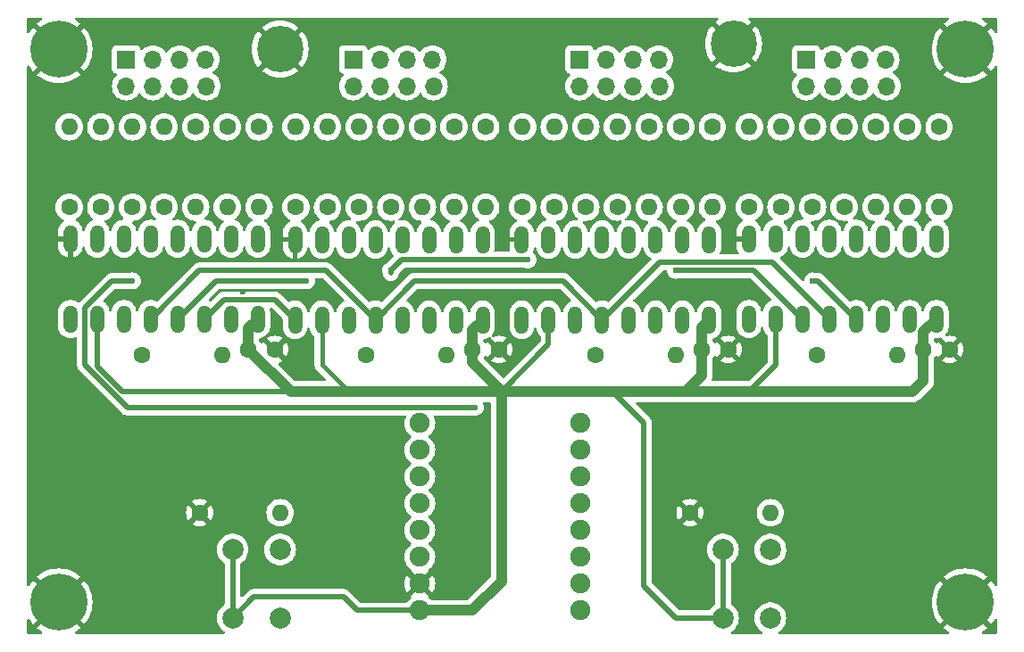
<source format=gbl>
G04 #@! TF.GenerationSoftware,KiCad,Pcbnew,8.0.0*
G04 #@! TF.CreationDate,2024-03-17T17:04:49+00:00*
G04 #@! TF.ProjectId,binClock,62696e43-6c6f-4636-9b2e-6b696361645f,rev?*
G04 #@! TF.SameCoordinates,Original*
G04 #@! TF.FileFunction,Copper,L2,Bot*
G04 #@! TF.FilePolarity,Positive*
%FSLAX46Y46*%
G04 Gerber Fmt 4.6, Leading zero omitted, Abs format (unit mm)*
G04 Created by KiCad (PCBNEW 8.0.0) date 2024-03-17 17:04:49*
%MOMM*%
%LPD*%
G01*
G04 APERTURE LIST*
G04 #@! TA.AperFunction,ComponentPad*
%ADD10O,1.320800X2.641600*%
G04 #@! TD*
G04 #@! TA.AperFunction,ComponentPad*
%ADD11C,3.100000*%
G04 #@! TD*
G04 #@! TA.AperFunction,ConnectorPad*
%ADD12C,5.400000*%
G04 #@! TD*
G04 #@! TA.AperFunction,ComponentPad*
%ADD13R,1.700000X1.700000*%
G04 #@! TD*
G04 #@! TA.AperFunction,ComponentPad*
%ADD14O,1.700000X1.700000*%
G04 #@! TD*
G04 #@! TA.AperFunction,ComponentPad*
%ADD15C,1.600000*%
G04 #@! TD*
G04 #@! TA.AperFunction,ComponentPad*
%ADD16O,1.600000X1.600000*%
G04 #@! TD*
G04 #@! TA.AperFunction,ComponentPad*
%ADD17C,2.600000*%
G04 #@! TD*
G04 #@! TA.AperFunction,ConnectorPad*
%ADD18C,4.400000*%
G04 #@! TD*
G04 #@! TA.AperFunction,ComponentPad*
%ADD19C,1.905000*%
G04 #@! TD*
G04 #@! TA.AperFunction,ComponentPad*
%ADD20C,2.000000*%
G04 #@! TD*
G04 #@! TA.AperFunction,ViaPad*
%ADD21C,0.600000*%
G04 #@! TD*
G04 #@! TA.AperFunction,Conductor*
%ADD22C,0.500000*%
G04 #@! TD*
G04 #@! TA.AperFunction,Conductor*
%ADD23C,1.000000*%
G04 #@! TD*
G04 #@! TA.AperFunction,Conductor*
%ADD24C,0.400000*%
G04 #@! TD*
G04 APERTURE END LIST*
D10*
X173200000Y-102070000D03*
X170660000Y-102070000D03*
X168120000Y-102070000D03*
X165580000Y-102070000D03*
X163040000Y-102070000D03*
X160500000Y-102070000D03*
X157960000Y-102070000D03*
X155420000Y-102070000D03*
X155420000Y-109690000D03*
X157960000Y-109690000D03*
X160500000Y-109690000D03*
X163040000Y-109690000D03*
X165580000Y-109690000D03*
X168120000Y-109690000D03*
X170660000Y-109690000D03*
X173200000Y-109690000D03*
D11*
X197500000Y-136500000D03*
D12*
X197500000Y-136500000D03*
D13*
X117900000Y-84970000D03*
D14*
X120440000Y-84970000D03*
X122980000Y-84970000D03*
X125400000Y-84970000D03*
X125520000Y-87510000D03*
X122980000Y-87510000D03*
X120440000Y-87510000D03*
X117900000Y-87510000D03*
D13*
X160900000Y-84970000D03*
D14*
X163440000Y-84970000D03*
X165980000Y-84970000D03*
X168400000Y-84970000D03*
X168520000Y-87510000D03*
X165980000Y-87510000D03*
X163440000Y-87510000D03*
X160900000Y-87510000D03*
D11*
X197500000Y-84000000D03*
D12*
X197500000Y-84000000D03*
D10*
X130390000Y-102000000D03*
X127850000Y-102000000D03*
X125310000Y-102000000D03*
X122770000Y-102000000D03*
X120230000Y-102000000D03*
X117690000Y-102000000D03*
X115150000Y-102000000D03*
X112610000Y-102000000D03*
X112610000Y-109620000D03*
X115150000Y-109620000D03*
X117690000Y-109620000D03*
X120230000Y-109620000D03*
X122770000Y-109620000D03*
X125310000Y-109620000D03*
X127850000Y-109620000D03*
X130390000Y-109620000D03*
D15*
X195000000Y-91380000D03*
D16*
X195000000Y-99000000D03*
D15*
X137000000Y-99000000D03*
D16*
X137000000Y-91380000D03*
D17*
X175500000Y-83500000D03*
D18*
X175500000Y-83500000D03*
D15*
X134000000Y-99000000D03*
D16*
X134000000Y-91380000D03*
D15*
X124880000Y-128000000D03*
D16*
X132500000Y-128000000D03*
D17*
X132500000Y-84000000D03*
D18*
X132500000Y-84000000D03*
D15*
X167500000Y-91380000D03*
D16*
X167500000Y-99000000D03*
D15*
X170500000Y-91380000D03*
D16*
X170500000Y-99000000D03*
D15*
X121500000Y-99000000D03*
D16*
X121500000Y-91380000D03*
D15*
X124500000Y-91380000D03*
D16*
X124500000Y-99000000D03*
D15*
X186000000Y-99000000D03*
D16*
X186000000Y-91380000D03*
D19*
X145760000Y-119500000D03*
X145760000Y-122040000D03*
X145760000Y-124580000D03*
X145760000Y-127120000D03*
X145760000Y-132200000D03*
X145760000Y-129660000D03*
X161000000Y-137280000D03*
X145760000Y-137280000D03*
X161000000Y-134740000D03*
X161000000Y-132200000D03*
X161000000Y-129660000D03*
X161000000Y-127120000D03*
X161000000Y-124580000D03*
X161000000Y-122040000D03*
X161000000Y-119500000D03*
X145760000Y-134740000D03*
D15*
X112500000Y-99000000D03*
D16*
X112500000Y-91380000D03*
D15*
X152000000Y-91380000D03*
D16*
X152000000Y-99000000D03*
D15*
X143000000Y-99000000D03*
D16*
X143000000Y-91380000D03*
D15*
X173500000Y-91380000D03*
D16*
X173500000Y-99000000D03*
D10*
X194740000Y-102000000D03*
X192200000Y-102000000D03*
X189660000Y-102000000D03*
X187120000Y-102000000D03*
X184580000Y-102000000D03*
X182040000Y-102000000D03*
X179500000Y-102000000D03*
X176960000Y-102000000D03*
X176960000Y-109620000D03*
X179500000Y-109620000D03*
X182040000Y-109620000D03*
X184580000Y-109620000D03*
X187120000Y-109620000D03*
X189660000Y-109620000D03*
X192200000Y-109620000D03*
X194740000Y-109620000D03*
D15*
X129500000Y-112500000D03*
X132000000Y-112500000D03*
X115500000Y-99000000D03*
D16*
X115500000Y-91380000D03*
D15*
X149000000Y-91380000D03*
D16*
X149000000Y-99000000D03*
D15*
X162380000Y-113000000D03*
D16*
X170000000Y-113000000D03*
D20*
X174500000Y-138000000D03*
X174500000Y-131500000D03*
X179000000Y-138000000D03*
X179000000Y-131500000D03*
D11*
X111500000Y-84000000D03*
D12*
X111500000Y-84000000D03*
D15*
X192000000Y-91380000D03*
D16*
X192000000Y-99000000D03*
D15*
X164500000Y-99000000D03*
D16*
X164500000Y-91380000D03*
D15*
X183000000Y-99000000D03*
D16*
X183000000Y-91380000D03*
D15*
X177000000Y-99000000D03*
D16*
X177000000Y-91380000D03*
D15*
X172500000Y-112500000D03*
X175000000Y-112500000D03*
X140630000Y-113000000D03*
D16*
X148250000Y-113000000D03*
D15*
X158500000Y-99000000D03*
D16*
X158500000Y-91380000D03*
D15*
X193500000Y-112500000D03*
X196000000Y-112500000D03*
D10*
X151700000Y-102070000D03*
X149160000Y-102070000D03*
X146620000Y-102070000D03*
X144080000Y-102070000D03*
X141540000Y-102070000D03*
X139000000Y-102070000D03*
X136460000Y-102070000D03*
X133920000Y-102070000D03*
X133920000Y-109690000D03*
X136460000Y-109690000D03*
X139000000Y-109690000D03*
X141540000Y-109690000D03*
X144080000Y-109690000D03*
X146620000Y-109690000D03*
X149160000Y-109690000D03*
X151700000Y-109690000D03*
D20*
X128000000Y-138000000D03*
X128000000Y-131500000D03*
X132500000Y-138000000D03*
X132500000Y-131500000D03*
D15*
X189000000Y-91380000D03*
D16*
X189000000Y-99000000D03*
D15*
X180000000Y-99000000D03*
D16*
X180000000Y-91380000D03*
D15*
X118500000Y-99000000D03*
D16*
X118500000Y-91380000D03*
D11*
X111500000Y-136500000D03*
D12*
X111500000Y-136500000D03*
D15*
X130500000Y-91380000D03*
D16*
X130500000Y-99000000D03*
D15*
X155500000Y-99000000D03*
D16*
X155500000Y-91380000D03*
D13*
X139440000Y-84970000D03*
D14*
X141980000Y-84970000D03*
X144520000Y-84970000D03*
X146940000Y-84970000D03*
X147060000Y-87510000D03*
X144520000Y-87510000D03*
X141980000Y-87510000D03*
X139440000Y-87510000D03*
D15*
X150750000Y-112500000D03*
X153250000Y-112500000D03*
X161500000Y-99000000D03*
D16*
X161500000Y-91380000D03*
D15*
X140000000Y-99000000D03*
D16*
X140000000Y-91380000D03*
D15*
X171380000Y-128000000D03*
D16*
X179000000Y-128000000D03*
D15*
X183380000Y-113000000D03*
D16*
X191000000Y-113000000D03*
D13*
X182400000Y-84970000D03*
D14*
X184940000Y-84970000D03*
X187480000Y-84970000D03*
X189900000Y-84970000D03*
X190020000Y-87510000D03*
X187480000Y-87510000D03*
X184940000Y-87510000D03*
X182400000Y-87510000D03*
D15*
X146000000Y-91380000D03*
D16*
X146000000Y-99000000D03*
D15*
X119380000Y-113000000D03*
D16*
X127000000Y-113000000D03*
D15*
X127500000Y-91380000D03*
D16*
X127500000Y-99000000D03*
D21*
X135500000Y-115000000D03*
X129000000Y-107000000D03*
X174000000Y-106000000D03*
X157000000Y-107000000D03*
X170000000Y-105000000D03*
X156000000Y-104000000D03*
X143000000Y-105000000D03*
X135000000Y-106000000D03*
X183000000Y-106000000D03*
X118500000Y-106000000D03*
X151000000Y-118000000D03*
D22*
X127180000Y-107750000D02*
X131980000Y-107750000D01*
X125310000Y-109620000D02*
X127180000Y-107750000D01*
X131980000Y-107750000D02*
X133920000Y-109690000D01*
X128000000Y-138000000D02*
X128000000Y-131500000D01*
X153500000Y-116500000D02*
X157960000Y-112040000D01*
X174500000Y-138000000D02*
X174500000Y-131500000D01*
D23*
X171000000Y-116500000D02*
X172500000Y-115000000D01*
X129500000Y-110510000D02*
X130390000Y-109620000D01*
D22*
X174500000Y-138000000D02*
X170000000Y-138000000D01*
D23*
X172500000Y-112500000D02*
X172500000Y-110390000D01*
X172500000Y-110390000D02*
X173200000Y-109690000D01*
D22*
X170000000Y-138000000D02*
X167000000Y-135000000D01*
D23*
X171000000Y-116500000D02*
X177000000Y-116500000D01*
X153500000Y-134500000D02*
X153500000Y-116500000D01*
D22*
X167000000Y-135000000D02*
X167000000Y-119500000D01*
D23*
X150750000Y-113750000D02*
X150750000Y-112500000D01*
D22*
X177000000Y-116500000D02*
X179500000Y-114000000D01*
D23*
X193500000Y-112500000D02*
X193500000Y-110860000D01*
D22*
X117500000Y-116500000D02*
X115150000Y-114150000D01*
D23*
X145760000Y-137280000D02*
X150720000Y-137280000D01*
X192500000Y-116500000D02*
X193500000Y-115500000D01*
D22*
X139780000Y-137280000D02*
X145760000Y-137280000D01*
D23*
X193500000Y-110860000D02*
X194740000Y-109620000D01*
X129500000Y-112500000D02*
X129500000Y-110510000D01*
X150720000Y-137280000D02*
X153500000Y-134500000D01*
X164000000Y-116500000D02*
X171000000Y-116500000D01*
D22*
X133500000Y-116500000D02*
X117500000Y-116500000D01*
X115150000Y-114150000D02*
X115150000Y-109620000D01*
D23*
X150750000Y-110640000D02*
X151700000Y-109690000D01*
D22*
X128000000Y-138000000D02*
X130000000Y-136000000D01*
D23*
X193500000Y-115500000D02*
X193500000Y-112500000D01*
D22*
X167000000Y-119500000D02*
X164000000Y-116500000D01*
X157960000Y-112040000D02*
X157960000Y-109690000D01*
D24*
X136460000Y-113960000D02*
X139000000Y-116500000D01*
D23*
X153500000Y-116500000D02*
X139000000Y-116500000D01*
X153500000Y-116500000D02*
X150750000Y-113750000D01*
X153500000Y-116500000D02*
X164000000Y-116500000D01*
X139000000Y-116500000D02*
X133500000Y-116500000D01*
D22*
X130000000Y-136000000D02*
X138500000Y-136000000D01*
D23*
X133500000Y-116500000D02*
X129500000Y-112500000D01*
X172500000Y-115000000D02*
X172500000Y-112500000D01*
D24*
X136460000Y-109690000D02*
X136460000Y-113960000D01*
D22*
X179500000Y-114000000D02*
X179500000Y-109620000D01*
D23*
X150750000Y-112500000D02*
X150750000Y-110640000D01*
X177000000Y-116500000D02*
X192500000Y-116500000D01*
D22*
X138500000Y-136000000D02*
X139780000Y-137280000D01*
X177420000Y-105000000D02*
X182040000Y-109620000D01*
X170000000Y-105000000D02*
X177420000Y-105000000D01*
X144000000Y-104000000D02*
X156000000Y-104000000D01*
X143000000Y-105000000D02*
X143000000Y-105240050D01*
X143000000Y-105000000D02*
X144000000Y-104000000D01*
X145230000Y-106000000D02*
X159350000Y-106000000D01*
X141540000Y-109690000D02*
X145230000Y-106000000D01*
X179210000Y-104250000D02*
X184580000Y-109620000D01*
X124850000Y-105000000D02*
X136850000Y-105000000D01*
X168480000Y-104250000D02*
X179210000Y-104250000D01*
X159350000Y-106000000D02*
X163040000Y-109690000D01*
X120230000Y-109620000D02*
X124850000Y-105000000D01*
X163040000Y-109690000D02*
X168480000Y-104250000D01*
X136850000Y-105000000D02*
X141540000Y-109690000D01*
X118010050Y-118000000D02*
X151000000Y-118000000D01*
X135000000Y-106000000D02*
X126390000Y-106000000D01*
X114000000Y-113989950D02*
X118010050Y-118000000D01*
X187120000Y-109620000D02*
X183500000Y-106000000D01*
X183500000Y-106000000D02*
X183000000Y-106000000D01*
X116539257Y-106000000D02*
X114000000Y-108539257D01*
X118500000Y-106000000D02*
X116539257Y-106000000D01*
X126390000Y-106000000D02*
X122770000Y-109620000D01*
X114000000Y-108539257D02*
X114000000Y-113989950D01*
G04 #@! TA.AperFunction,Conductor*
G36*
X110470278Y-137379466D02*
G01*
X110620534Y-137529722D01*
X110738281Y-137615270D01*
X109420397Y-138933154D01*
X109501693Y-139005806D01*
X109794805Y-139213781D01*
X109794810Y-139213784D01*
X109891046Y-139266972D01*
X109940199Y-139316629D01*
X109954702Y-139384977D01*
X109929952Y-139450316D01*
X109873805Y-139491901D01*
X109831065Y-139499500D01*
X108624500Y-139499500D01*
X108557461Y-139479815D01*
X108511706Y-139427011D01*
X108500500Y-139375500D01*
X108500500Y-138168934D01*
X108520185Y-138101895D01*
X108572989Y-138056140D01*
X108642147Y-138046196D01*
X108705703Y-138075221D01*
X108733028Y-138108953D01*
X108786215Y-138205189D01*
X108786218Y-138205194D01*
X108994193Y-138498306D01*
X109066844Y-138579601D01*
X110384728Y-137261717D01*
X110470278Y-137379466D01*
G37*
G04 #@! TD.AperFunction*
G04 #@! TA.AperFunction,Conductor*
G36*
X174037880Y-81020185D02*
G01*
X174083635Y-81072989D01*
X174093579Y-81142147D01*
X174064554Y-81205703D01*
X174034991Y-81230617D01*
X173963422Y-81273881D01*
X173963416Y-81273886D01*
X173775030Y-81421474D01*
X173775029Y-81421476D01*
X174917262Y-82563709D01*
X174783398Y-82660967D01*
X174660967Y-82783398D01*
X174563709Y-82917262D01*
X173421476Y-81775029D01*
X173421474Y-81775030D01*
X173273886Y-81963416D01*
X173273881Y-81963422D01*
X173104898Y-82242956D01*
X173104897Y-82242958D01*
X172970839Y-82540824D01*
X172970835Y-82540835D01*
X172873667Y-82852658D01*
X172814786Y-83173961D01*
X172795065Y-83500000D01*
X172814786Y-83826038D01*
X172873667Y-84147341D01*
X172970835Y-84459164D01*
X172970839Y-84459175D01*
X173104897Y-84757041D01*
X173104898Y-84757043D01*
X173273881Y-85036576D01*
X173421476Y-85224968D01*
X174563708Y-84082736D01*
X174660967Y-84216602D01*
X174783398Y-84339033D01*
X174917262Y-84436290D01*
X173775030Y-85578522D01*
X173775030Y-85578523D01*
X173963423Y-85726118D01*
X174242956Y-85895101D01*
X174242958Y-85895102D01*
X174540824Y-86029160D01*
X174540835Y-86029164D01*
X174852658Y-86126332D01*
X175173961Y-86185213D01*
X175500000Y-86204934D01*
X175826038Y-86185213D01*
X176147341Y-86126332D01*
X176459164Y-86029164D01*
X176459175Y-86029160D01*
X176757041Y-85895102D01*
X176757043Y-85895101D01*
X177036586Y-85726112D01*
X177224968Y-85578523D01*
X177224968Y-85578522D01*
X176082737Y-84436290D01*
X176216602Y-84339033D01*
X176339033Y-84216602D01*
X176436290Y-84082737D01*
X177578522Y-85224968D01*
X177578523Y-85224968D01*
X177726112Y-85036586D01*
X177895101Y-84757043D01*
X177895102Y-84757041D01*
X178029160Y-84459175D01*
X178029164Y-84459164D01*
X178126332Y-84147341D01*
X178185213Y-83826038D01*
X178204934Y-83500000D01*
X178185213Y-83173961D01*
X178126332Y-82852658D01*
X178029164Y-82540835D01*
X178029160Y-82540824D01*
X177895102Y-82242958D01*
X177895101Y-82242956D01*
X177726118Y-81963423D01*
X177578522Y-81775030D01*
X176436290Y-82917262D01*
X176339033Y-82783398D01*
X176216602Y-82660967D01*
X176082736Y-82563709D01*
X177224968Y-81421476D01*
X177036576Y-81273881D01*
X176965009Y-81230617D01*
X176917822Y-81179089D01*
X176905983Y-81110230D01*
X176933252Y-81045901D01*
X176990970Y-81006527D01*
X177029159Y-81000500D01*
X195831065Y-81000500D01*
X195898104Y-81020185D01*
X195943859Y-81072989D01*
X195953803Y-81142147D01*
X195924778Y-81205703D01*
X195891046Y-81233028D01*
X195794810Y-81286215D01*
X195794805Y-81286218D01*
X195501693Y-81494193D01*
X195420397Y-81566844D01*
X196738282Y-82884729D01*
X196620534Y-82970278D01*
X196470278Y-83120534D01*
X196384729Y-83238282D01*
X195066844Y-81920397D01*
X194994193Y-82001693D01*
X194786218Y-82294805D01*
X194786215Y-82294810D01*
X194612355Y-82609386D01*
X194612353Y-82609390D01*
X194474812Y-82941447D01*
X194375316Y-83286805D01*
X194375314Y-83286814D01*
X194315112Y-83641141D01*
X194315110Y-83641153D01*
X194294958Y-84000000D01*
X194315110Y-84358846D01*
X194315112Y-84358858D01*
X194375314Y-84713185D01*
X194375316Y-84713194D01*
X194474812Y-85058552D01*
X194612353Y-85390609D01*
X194612355Y-85390613D01*
X194786215Y-85705189D01*
X194786218Y-85705194D01*
X194994193Y-85998306D01*
X195066844Y-86079601D01*
X196384728Y-84761717D01*
X196470278Y-84879466D01*
X196620534Y-85029722D01*
X196738281Y-85115270D01*
X195420397Y-86433154D01*
X195501693Y-86505806D01*
X195794805Y-86713781D01*
X195794810Y-86713784D01*
X196109386Y-86887644D01*
X196109390Y-86887646D01*
X196441447Y-87025187D01*
X196786805Y-87124683D01*
X196786814Y-87124685D01*
X197141141Y-87184887D01*
X197141153Y-87184889D01*
X197500000Y-87205041D01*
X197858846Y-87184889D01*
X197858858Y-87184887D01*
X198213185Y-87124685D01*
X198213194Y-87124683D01*
X198558552Y-87025187D01*
X198890609Y-86887646D01*
X198890613Y-86887644D01*
X199205189Y-86713784D01*
X199205194Y-86713781D01*
X199498299Y-86505811D01*
X199498322Y-86505793D01*
X199579602Y-86433155D01*
X199579602Y-86433154D01*
X198261718Y-85115270D01*
X198379466Y-85029722D01*
X198529722Y-84879466D01*
X198615270Y-84761718D01*
X199933154Y-86079602D01*
X199933155Y-86079602D01*
X200005793Y-85998322D01*
X200005811Y-85998299D01*
X200213781Y-85705194D01*
X200213784Y-85705189D01*
X200266972Y-85608953D01*
X200316629Y-85559800D01*
X200384976Y-85545297D01*
X200450315Y-85570047D01*
X200491901Y-85626193D01*
X200499500Y-85668934D01*
X200499500Y-134831065D01*
X200479815Y-134898104D01*
X200427011Y-134943859D01*
X200357853Y-134953803D01*
X200294297Y-134924778D01*
X200266972Y-134891046D01*
X200213784Y-134794810D01*
X200213781Y-134794805D01*
X200005806Y-134501693D01*
X199933154Y-134420397D01*
X198615270Y-135738281D01*
X198529722Y-135620534D01*
X198379466Y-135470278D01*
X198261717Y-135384729D01*
X199579601Y-134066844D01*
X199579602Y-134066844D01*
X199498306Y-133994193D01*
X199205194Y-133786218D01*
X199205189Y-133786215D01*
X198890613Y-133612355D01*
X198890609Y-133612353D01*
X198558552Y-133474812D01*
X198213194Y-133375316D01*
X198213185Y-133375314D01*
X197858858Y-133315112D01*
X197858846Y-133315110D01*
X197500000Y-133294958D01*
X197141153Y-133315110D01*
X197141141Y-133315112D01*
X196786814Y-133375314D01*
X196786805Y-133375316D01*
X196441447Y-133474812D01*
X196109390Y-133612353D01*
X196109386Y-133612355D01*
X195794810Y-133786215D01*
X195794805Y-133786218D01*
X195501693Y-133994193D01*
X195420397Y-134066844D01*
X196738282Y-135384729D01*
X196620534Y-135470278D01*
X196470278Y-135620534D01*
X196384729Y-135738282D01*
X195066844Y-134420397D01*
X194994193Y-134501693D01*
X194786218Y-134794805D01*
X194786215Y-134794810D01*
X194612355Y-135109386D01*
X194612353Y-135109390D01*
X194474812Y-135441447D01*
X194375316Y-135786805D01*
X194375314Y-135786814D01*
X194315112Y-136141141D01*
X194315110Y-136141153D01*
X194294958Y-136500000D01*
X194315110Y-136858846D01*
X194315112Y-136858858D01*
X194375314Y-137213181D01*
X194375316Y-137213194D01*
X194474812Y-137558552D01*
X194612353Y-137890609D01*
X194612355Y-137890613D01*
X194786215Y-138205189D01*
X194786218Y-138205194D01*
X194994193Y-138498306D01*
X195066844Y-138579601D01*
X196384728Y-137261717D01*
X196470278Y-137379466D01*
X196620534Y-137529722D01*
X196738281Y-137615270D01*
X195420397Y-138933154D01*
X195501693Y-139005806D01*
X195794805Y-139213781D01*
X195794810Y-139213784D01*
X195891046Y-139266972D01*
X195940199Y-139316629D01*
X195954702Y-139384977D01*
X195929952Y-139450316D01*
X195873805Y-139491901D01*
X195831065Y-139499500D01*
X179871493Y-139499500D01*
X179804454Y-139479815D01*
X179758699Y-139427011D01*
X179748755Y-139357853D01*
X179777780Y-139294297D01*
X179812473Y-139266445D01*
X179823509Y-139260474D01*
X180019744Y-139107738D01*
X180188164Y-138924785D01*
X180324173Y-138716607D01*
X180424063Y-138488881D01*
X180485108Y-138247821D01*
X180485586Y-138242050D01*
X180505643Y-138000005D01*
X180505643Y-137999994D01*
X180485109Y-137752187D01*
X180485107Y-137752175D01*
X180424063Y-137511118D01*
X180324173Y-137283393D01*
X180188166Y-137075217D01*
X180135696Y-137018220D01*
X180019744Y-136892262D01*
X179823509Y-136739526D01*
X179823507Y-136739525D01*
X179823506Y-136739524D01*
X179604811Y-136621172D01*
X179604802Y-136621169D01*
X179369616Y-136540429D01*
X179124335Y-136499500D01*
X178875665Y-136499500D01*
X178630383Y-136540429D01*
X178395197Y-136621169D01*
X178395188Y-136621172D01*
X178176493Y-136739524D01*
X177980257Y-136892261D01*
X177811833Y-137075217D01*
X177675826Y-137283393D01*
X177575936Y-137511118D01*
X177514892Y-137752175D01*
X177514890Y-137752187D01*
X177494357Y-137999994D01*
X177494357Y-138000005D01*
X177514890Y-138247812D01*
X177514892Y-138247824D01*
X177575936Y-138488881D01*
X177675826Y-138716606D01*
X177811833Y-138924782D01*
X177811835Y-138924784D01*
X177811836Y-138924785D01*
X177980256Y-139107738D01*
X178176491Y-139260474D01*
X178187525Y-139266445D01*
X178237115Y-139315665D01*
X178252223Y-139383881D01*
X178228053Y-139449437D01*
X178172277Y-139491518D01*
X178128507Y-139499500D01*
X175371493Y-139499500D01*
X175304454Y-139479815D01*
X175258699Y-139427011D01*
X175248755Y-139357853D01*
X175277780Y-139294297D01*
X175312473Y-139266445D01*
X175323509Y-139260474D01*
X175519744Y-139107738D01*
X175688164Y-138924785D01*
X175824173Y-138716607D01*
X175924063Y-138488881D01*
X175985108Y-138247821D01*
X175985586Y-138242050D01*
X176005643Y-138000005D01*
X176005643Y-137999994D01*
X175985109Y-137752187D01*
X175985107Y-137752175D01*
X175924063Y-137511118D01*
X175824173Y-137283393D01*
X175688166Y-137075217D01*
X175635696Y-137018220D01*
X175519744Y-136892262D01*
X175323509Y-136739526D01*
X175315477Y-136735179D01*
X175265891Y-136685961D01*
X175250500Y-136626128D01*
X175250500Y-132873872D01*
X175270185Y-132806833D01*
X175315487Y-132764815D01*
X175323509Y-132760474D01*
X175519744Y-132607738D01*
X175688164Y-132424785D01*
X175824173Y-132216607D01*
X175924063Y-131988881D01*
X175985108Y-131747821D01*
X175986867Y-131726594D01*
X176005643Y-131500005D01*
X177494357Y-131500005D01*
X177514890Y-131747812D01*
X177514892Y-131747824D01*
X177575936Y-131988881D01*
X177675826Y-132216606D01*
X177811833Y-132424782D01*
X177825820Y-132439976D01*
X177980256Y-132607738D01*
X178176491Y-132760474D01*
X178395190Y-132878828D01*
X178630386Y-132959571D01*
X178875665Y-133000500D01*
X179124335Y-133000500D01*
X179369614Y-132959571D01*
X179604810Y-132878828D01*
X179823509Y-132760474D01*
X180019744Y-132607738D01*
X180188164Y-132424785D01*
X180324173Y-132216607D01*
X180424063Y-131988881D01*
X180485108Y-131747821D01*
X180486867Y-131726594D01*
X180505643Y-131500005D01*
X180505643Y-131499994D01*
X180485109Y-131252187D01*
X180485107Y-131252175D01*
X180424063Y-131011118D01*
X180324173Y-130783393D01*
X180188166Y-130575217D01*
X180166557Y-130551744D01*
X180019744Y-130392262D01*
X179823509Y-130239526D01*
X179823507Y-130239525D01*
X179823506Y-130239524D01*
X179604811Y-130121172D01*
X179604802Y-130121169D01*
X179369616Y-130040429D01*
X179124335Y-129999500D01*
X178875665Y-129999500D01*
X178630383Y-130040429D01*
X178395197Y-130121169D01*
X178395188Y-130121172D01*
X178176493Y-130239524D01*
X177980257Y-130392261D01*
X177811833Y-130575217D01*
X177675826Y-130783393D01*
X177575936Y-131011118D01*
X177514892Y-131252175D01*
X177514890Y-131252187D01*
X177494357Y-131499994D01*
X177494357Y-131500005D01*
X176005643Y-131500005D01*
X176005643Y-131499994D01*
X175985109Y-131252187D01*
X175985107Y-131252175D01*
X175924063Y-131011118D01*
X175824173Y-130783393D01*
X175688166Y-130575217D01*
X175666557Y-130551744D01*
X175519744Y-130392262D01*
X175323509Y-130239526D01*
X175323507Y-130239525D01*
X175323506Y-130239524D01*
X175104811Y-130121172D01*
X175104802Y-130121169D01*
X174869616Y-130040429D01*
X174624335Y-129999500D01*
X174375665Y-129999500D01*
X174130383Y-130040429D01*
X173895197Y-130121169D01*
X173895188Y-130121172D01*
X173676493Y-130239524D01*
X173480257Y-130392261D01*
X173311833Y-130575217D01*
X173175826Y-130783393D01*
X173075936Y-131011118D01*
X173014892Y-131252175D01*
X173014890Y-131252187D01*
X172994357Y-131499994D01*
X172994357Y-131500005D01*
X173014890Y-131747812D01*
X173014892Y-131747824D01*
X173075936Y-131988881D01*
X173175826Y-132216606D01*
X173311833Y-132424782D01*
X173325820Y-132439976D01*
X173480256Y-132607738D01*
X173676491Y-132760474D01*
X173684513Y-132764815D01*
X173734106Y-132814032D01*
X173749500Y-132873872D01*
X173749500Y-136626128D01*
X173729815Y-136693167D01*
X173684522Y-136735179D01*
X173676491Y-136739526D01*
X173569258Y-136822989D01*
X173480404Y-136892147D01*
X173480256Y-136892262D01*
X173419295Y-136958483D01*
X173311836Y-137075215D01*
X173234673Y-137193322D01*
X173181526Y-137238678D01*
X173130864Y-137249500D01*
X170362229Y-137249500D01*
X170295190Y-137229815D01*
X170274548Y-137213181D01*
X167786819Y-134725451D01*
X167753334Y-134664128D01*
X167750500Y-134637770D01*
X167750500Y-128000002D01*
X170075034Y-128000002D01*
X170094858Y-128226599D01*
X170094860Y-128226610D01*
X170153730Y-128446317D01*
X170153735Y-128446331D01*
X170249863Y-128652478D01*
X170300974Y-128725472D01*
X170980000Y-128046446D01*
X170980000Y-128052661D01*
X171007259Y-128154394D01*
X171059920Y-128245606D01*
X171134394Y-128320080D01*
X171225606Y-128372741D01*
X171327339Y-128400000D01*
X171333553Y-128400000D01*
X170654526Y-129079025D01*
X170727513Y-129130132D01*
X170727521Y-129130136D01*
X170933668Y-129226264D01*
X170933682Y-129226269D01*
X171153389Y-129285139D01*
X171153400Y-129285141D01*
X171379998Y-129304966D01*
X171380002Y-129304966D01*
X171606599Y-129285141D01*
X171606610Y-129285139D01*
X171826317Y-129226269D01*
X171826331Y-129226264D01*
X172032478Y-129130136D01*
X172105471Y-129079024D01*
X171426447Y-128400000D01*
X171432661Y-128400000D01*
X171534394Y-128372741D01*
X171625606Y-128320080D01*
X171700080Y-128245606D01*
X171752741Y-128154394D01*
X171780000Y-128052661D01*
X171780000Y-128046447D01*
X172459024Y-128725471D01*
X172510136Y-128652478D01*
X172606264Y-128446331D01*
X172606269Y-128446317D01*
X172665139Y-128226610D01*
X172665141Y-128226599D01*
X172684966Y-128000002D01*
X172684966Y-128000001D01*
X177694532Y-128000001D01*
X177714364Y-128226686D01*
X177714366Y-128226697D01*
X177773258Y-128446488D01*
X177773261Y-128446497D01*
X177869431Y-128652732D01*
X177869432Y-128652734D01*
X177999954Y-128839141D01*
X178160858Y-129000045D01*
X178160861Y-129000047D01*
X178347266Y-129130568D01*
X178553504Y-129226739D01*
X178773308Y-129285635D01*
X178935230Y-129299801D01*
X178999998Y-129305468D01*
X179000000Y-129305468D01*
X179000002Y-129305468D01*
X179056673Y-129300509D01*
X179226692Y-129285635D01*
X179446496Y-129226739D01*
X179652734Y-129130568D01*
X179839139Y-129000047D01*
X180000047Y-128839139D01*
X180130568Y-128652734D01*
X180226739Y-128446496D01*
X180285635Y-128226692D01*
X180305468Y-128000000D01*
X180285635Y-127773308D01*
X180226739Y-127553504D01*
X180130568Y-127347266D01*
X180000047Y-127160861D01*
X180000045Y-127160858D01*
X179839141Y-126999954D01*
X179652734Y-126869432D01*
X179652732Y-126869431D01*
X179446497Y-126773261D01*
X179446488Y-126773258D01*
X179226697Y-126714366D01*
X179226693Y-126714365D01*
X179226692Y-126714365D01*
X179226691Y-126714364D01*
X179226686Y-126714364D01*
X179000002Y-126694532D01*
X178999998Y-126694532D01*
X178773313Y-126714364D01*
X178773302Y-126714366D01*
X178553511Y-126773258D01*
X178553502Y-126773261D01*
X178347267Y-126869431D01*
X178347265Y-126869432D01*
X178160858Y-126999954D01*
X177999954Y-127160858D01*
X177869432Y-127347265D01*
X177869431Y-127347267D01*
X177773261Y-127553502D01*
X177773258Y-127553511D01*
X177714366Y-127773302D01*
X177714364Y-127773313D01*
X177694532Y-127999998D01*
X177694532Y-128000001D01*
X172684966Y-128000001D01*
X172684966Y-127999997D01*
X172665141Y-127773400D01*
X172665139Y-127773389D01*
X172606269Y-127553682D01*
X172606264Y-127553668D01*
X172510136Y-127347521D01*
X172510132Y-127347513D01*
X172459025Y-127274526D01*
X171780000Y-127953551D01*
X171780000Y-127947339D01*
X171752741Y-127845606D01*
X171700080Y-127754394D01*
X171625606Y-127679920D01*
X171534394Y-127627259D01*
X171432661Y-127600000D01*
X171426448Y-127600000D01*
X172105472Y-126920974D01*
X172032478Y-126869863D01*
X171826331Y-126773735D01*
X171826317Y-126773730D01*
X171606610Y-126714860D01*
X171606599Y-126714858D01*
X171380002Y-126695034D01*
X171379998Y-126695034D01*
X171153400Y-126714858D01*
X171153389Y-126714860D01*
X170933682Y-126773730D01*
X170933673Y-126773734D01*
X170727516Y-126869866D01*
X170727512Y-126869868D01*
X170654526Y-126920973D01*
X170654526Y-126920974D01*
X171333553Y-127600000D01*
X171327339Y-127600000D01*
X171225606Y-127627259D01*
X171134394Y-127679920D01*
X171059920Y-127754394D01*
X171007259Y-127845606D01*
X170980000Y-127947339D01*
X170980000Y-127953552D01*
X170300974Y-127274526D01*
X170300973Y-127274526D01*
X170249868Y-127347512D01*
X170249866Y-127347516D01*
X170153734Y-127553673D01*
X170153730Y-127553682D01*
X170094860Y-127773389D01*
X170094858Y-127773400D01*
X170075034Y-127999997D01*
X170075034Y-128000002D01*
X167750500Y-128000002D01*
X167750500Y-119426081D01*
X167744763Y-119397242D01*
X167744763Y-119397240D01*
X167721660Y-119281095D01*
X167721659Y-119281088D01*
X167667408Y-119150117D01*
X167665765Y-119145525D01*
X167665084Y-119144505D01*
X167610205Y-119062373D01*
X167582952Y-119021585D01*
X166273548Y-117712181D01*
X166240063Y-117650858D01*
X166245047Y-117581166D01*
X166286919Y-117525233D01*
X166352383Y-117500816D01*
X166361229Y-117500500D01*
X192598542Y-117500500D01*
X192617870Y-117496655D01*
X192695188Y-117481275D01*
X192791836Y-117462051D01*
X192845165Y-117439961D01*
X192973914Y-117386632D01*
X193137782Y-117277139D01*
X193277139Y-117137782D01*
X193277139Y-117137780D01*
X193287347Y-117127573D01*
X193287348Y-117127570D01*
X194277140Y-116137781D01*
X194386632Y-115973914D01*
X194462052Y-115791835D01*
X194500501Y-115598540D01*
X194500501Y-115401459D01*
X194500501Y-115396349D01*
X194500500Y-115396323D01*
X194500500Y-113377588D01*
X194520185Y-113310549D01*
X194522925Y-113306465D01*
X194524315Y-113304480D01*
X194630568Y-113152734D01*
X194637893Y-113137024D01*
X194684064Y-113084586D01*
X194751257Y-113065433D01*
X194818138Y-113085648D01*
X194862657Y-113137024D01*
X194869864Y-113152480D01*
X194920974Y-113225472D01*
X195600000Y-112546446D01*
X195600000Y-112552661D01*
X195627259Y-112654394D01*
X195679920Y-112745606D01*
X195754394Y-112820080D01*
X195845606Y-112872741D01*
X195947339Y-112900000D01*
X195953553Y-112900000D01*
X195274526Y-113579025D01*
X195347513Y-113630132D01*
X195347521Y-113630136D01*
X195553668Y-113726264D01*
X195553682Y-113726269D01*
X195773389Y-113785139D01*
X195773400Y-113785141D01*
X195999998Y-113804966D01*
X196000002Y-113804966D01*
X196226599Y-113785141D01*
X196226610Y-113785139D01*
X196446317Y-113726269D01*
X196446331Y-113726264D01*
X196652478Y-113630136D01*
X196725471Y-113579024D01*
X196046447Y-112900000D01*
X196052661Y-112900000D01*
X196154394Y-112872741D01*
X196245606Y-112820080D01*
X196320080Y-112745606D01*
X196372741Y-112654394D01*
X196400000Y-112552661D01*
X196400000Y-112546447D01*
X197079024Y-113225471D01*
X197130136Y-113152478D01*
X197226264Y-112946331D01*
X197226269Y-112946317D01*
X197285139Y-112726610D01*
X197285141Y-112726599D01*
X197304966Y-112500002D01*
X197304966Y-112499997D01*
X197285141Y-112273400D01*
X197285139Y-112273389D01*
X197226269Y-112053682D01*
X197226264Y-112053668D01*
X197130136Y-111847521D01*
X197130132Y-111847513D01*
X197079025Y-111774526D01*
X196400000Y-112453551D01*
X196400000Y-112447339D01*
X196372741Y-112345606D01*
X196320080Y-112254394D01*
X196245606Y-112179920D01*
X196154394Y-112127259D01*
X196052661Y-112100000D01*
X196046448Y-112100000D01*
X196725472Y-111420974D01*
X196652478Y-111369863D01*
X196446331Y-111273735D01*
X196446317Y-111273730D01*
X196226610Y-111214860D01*
X196226599Y-111214858D01*
X196000002Y-111195034D01*
X195999998Y-111195034D01*
X195773400Y-111214858D01*
X195773390Y-111214860D01*
X195767207Y-111216517D01*
X195697357Y-111214852D01*
X195639496Y-111175688D01*
X195611993Y-111111458D01*
X195623582Y-111042556D01*
X195634794Y-111023862D01*
X195732891Y-110888844D01*
X195815848Y-110726031D01*
X195872315Y-110552245D01*
X195887527Y-110456202D01*
X195900900Y-110371770D01*
X195900900Y-108868229D01*
X195881843Y-108747915D01*
X195872315Y-108687755D01*
X195815848Y-108513969D01*
X195732891Y-108351156D01*
X195625485Y-108203324D01*
X195496276Y-108074115D01*
X195348444Y-107966709D01*
X195185631Y-107883752D01*
X195011845Y-107827285D01*
X195011843Y-107827284D01*
X195011841Y-107827284D01*
X194831370Y-107798700D01*
X194831365Y-107798700D01*
X194648635Y-107798700D01*
X194648630Y-107798700D01*
X194468158Y-107827284D01*
X194294366Y-107883753D01*
X194131555Y-107966709D01*
X193983721Y-108074117D01*
X193854517Y-108203321D01*
X193747109Y-108351155D01*
X193664153Y-108513966D01*
X193607684Y-108687758D01*
X193592473Y-108783797D01*
X193562544Y-108846932D01*
X193503232Y-108883863D01*
X193433369Y-108882865D01*
X193375137Y-108844255D01*
X193347527Y-108783797D01*
X193339293Y-108731812D01*
X193332315Y-108687755D01*
X193275848Y-108513969D01*
X193192891Y-108351156D01*
X193085485Y-108203324D01*
X192956276Y-108074115D01*
X192808444Y-107966709D01*
X192645631Y-107883752D01*
X192471845Y-107827285D01*
X192471843Y-107827284D01*
X192471841Y-107827284D01*
X192291370Y-107798700D01*
X192291365Y-107798700D01*
X192108635Y-107798700D01*
X192108630Y-107798700D01*
X191928158Y-107827284D01*
X191754366Y-107883753D01*
X191591555Y-107966709D01*
X191443721Y-108074117D01*
X191314517Y-108203321D01*
X191207109Y-108351155D01*
X191124153Y-108513966D01*
X191067684Y-108687758D01*
X191052473Y-108783797D01*
X191022544Y-108846932D01*
X190963232Y-108883863D01*
X190893369Y-108882865D01*
X190835137Y-108844255D01*
X190807527Y-108783797D01*
X190799293Y-108731812D01*
X190792315Y-108687755D01*
X190735848Y-108513969D01*
X190652891Y-108351156D01*
X190545485Y-108203324D01*
X190416276Y-108074115D01*
X190268444Y-107966709D01*
X190105631Y-107883752D01*
X189931845Y-107827285D01*
X189931843Y-107827284D01*
X189931841Y-107827284D01*
X189751370Y-107798700D01*
X189751365Y-107798700D01*
X189568635Y-107798700D01*
X189568630Y-107798700D01*
X189388158Y-107827284D01*
X189214366Y-107883753D01*
X189051555Y-107966709D01*
X188903721Y-108074117D01*
X188774517Y-108203321D01*
X188667109Y-108351155D01*
X188584153Y-108513966D01*
X188527684Y-108687758D01*
X188512473Y-108783797D01*
X188482544Y-108846932D01*
X188423232Y-108883863D01*
X188353369Y-108882865D01*
X188295137Y-108844255D01*
X188267527Y-108783797D01*
X188259293Y-108731812D01*
X188252315Y-108687755D01*
X188195848Y-108513969D01*
X188112891Y-108351156D01*
X188005485Y-108203324D01*
X187876276Y-108074115D01*
X187728444Y-107966709D01*
X187565631Y-107883752D01*
X187391845Y-107827285D01*
X187391843Y-107827284D01*
X187391841Y-107827284D01*
X187211370Y-107798700D01*
X187211365Y-107798700D01*
X187028635Y-107798700D01*
X187028630Y-107798700D01*
X186848158Y-107827284D01*
X186674371Y-107883751D01*
X186674361Y-107883755D01*
X186602771Y-107920232D01*
X186534102Y-107933128D01*
X186469361Y-107906851D01*
X186458796Y-107897428D01*
X183978421Y-105417052D01*
X183978414Y-105417046D01*
X183904729Y-105367812D01*
X183904729Y-105367813D01*
X183855491Y-105334913D01*
X183718917Y-105278343D01*
X183718907Y-105278340D01*
X183573920Y-105249500D01*
X183573918Y-105249500D01*
X183299972Y-105249500D01*
X183259017Y-105242542D01*
X183179254Y-105214631D01*
X183179249Y-105214630D01*
X183000004Y-105194435D01*
X182999996Y-105194435D01*
X182820750Y-105214630D01*
X182820745Y-105214631D01*
X182650476Y-105274211D01*
X182497737Y-105370184D01*
X182370184Y-105497737D01*
X182274211Y-105650476D01*
X182214631Y-105820745D01*
X182214630Y-105820749D01*
X182205738Y-105899672D01*
X182178671Y-105964086D01*
X182121076Y-106003641D01*
X182051239Y-106005778D01*
X181994837Y-105973469D01*
X179941761Y-103920393D01*
X179908276Y-103859070D01*
X179913260Y-103789378D01*
X179955132Y-103733445D01*
X179973144Y-103722229D01*
X180108444Y-103653291D01*
X180256276Y-103545885D01*
X180385485Y-103416676D01*
X180492891Y-103268844D01*
X180575848Y-103106031D01*
X180632315Y-102932245D01*
X180641619Y-102873501D01*
X180647527Y-102836202D01*
X180677456Y-102773067D01*
X180736768Y-102736136D01*
X180806630Y-102737134D01*
X180864863Y-102775744D01*
X180892473Y-102836202D01*
X180907684Y-102932241D01*
X180907684Y-102932243D01*
X180907685Y-102932245D01*
X180964152Y-103106031D01*
X181047109Y-103268844D01*
X181154515Y-103416676D01*
X181283724Y-103545885D01*
X181431556Y-103653291D01*
X181594369Y-103736248D01*
X181768155Y-103792715D01*
X181835835Y-103803434D01*
X181948630Y-103821300D01*
X181948635Y-103821300D01*
X182131370Y-103821300D01*
X182231631Y-103805419D01*
X182311845Y-103792715D01*
X182485631Y-103736248D01*
X182648444Y-103653291D01*
X182796276Y-103545885D01*
X182925485Y-103416676D01*
X183032891Y-103268844D01*
X183115848Y-103106031D01*
X183172315Y-102932245D01*
X183181619Y-102873501D01*
X183187527Y-102836202D01*
X183217456Y-102773067D01*
X183276768Y-102736136D01*
X183346630Y-102737134D01*
X183404863Y-102775744D01*
X183432473Y-102836202D01*
X183447684Y-102932241D01*
X183447684Y-102932243D01*
X183447685Y-102932245D01*
X183504152Y-103106031D01*
X183587109Y-103268844D01*
X183694515Y-103416676D01*
X183823724Y-103545885D01*
X183971556Y-103653291D01*
X184134369Y-103736248D01*
X184308155Y-103792715D01*
X184375835Y-103803434D01*
X184488630Y-103821300D01*
X184488635Y-103821300D01*
X184671370Y-103821300D01*
X184771631Y-103805419D01*
X184851845Y-103792715D01*
X185025631Y-103736248D01*
X185188444Y-103653291D01*
X185336276Y-103545885D01*
X185465485Y-103416676D01*
X185572891Y-103268844D01*
X185655848Y-103106031D01*
X185712315Y-102932245D01*
X185721619Y-102873501D01*
X185727527Y-102836202D01*
X185757456Y-102773067D01*
X185816768Y-102736136D01*
X185886630Y-102737134D01*
X185944863Y-102775744D01*
X185972473Y-102836202D01*
X185987684Y-102932241D01*
X185987684Y-102932243D01*
X185987685Y-102932245D01*
X186044152Y-103106031D01*
X186127109Y-103268844D01*
X186234515Y-103416676D01*
X186363724Y-103545885D01*
X186511556Y-103653291D01*
X186674369Y-103736248D01*
X186848155Y-103792715D01*
X186915835Y-103803434D01*
X187028630Y-103821300D01*
X187028635Y-103821300D01*
X187211370Y-103821300D01*
X187311631Y-103805419D01*
X187391845Y-103792715D01*
X187565631Y-103736248D01*
X187728444Y-103653291D01*
X187876276Y-103545885D01*
X188005485Y-103416676D01*
X188112891Y-103268844D01*
X188195848Y-103106031D01*
X188252315Y-102932245D01*
X188261619Y-102873501D01*
X188267527Y-102836202D01*
X188297456Y-102773067D01*
X188356768Y-102736136D01*
X188426630Y-102737134D01*
X188484863Y-102775744D01*
X188512473Y-102836202D01*
X188527684Y-102932241D01*
X188527684Y-102932243D01*
X188527685Y-102932245D01*
X188584152Y-103106031D01*
X188667109Y-103268844D01*
X188774515Y-103416676D01*
X188903724Y-103545885D01*
X189051556Y-103653291D01*
X189214369Y-103736248D01*
X189388155Y-103792715D01*
X189455835Y-103803434D01*
X189568630Y-103821300D01*
X189568635Y-103821300D01*
X189751370Y-103821300D01*
X189851631Y-103805419D01*
X189931845Y-103792715D01*
X190105631Y-103736248D01*
X190268444Y-103653291D01*
X190416276Y-103545885D01*
X190545485Y-103416676D01*
X190652891Y-103268844D01*
X190735848Y-103106031D01*
X190792315Y-102932245D01*
X190801619Y-102873501D01*
X190807527Y-102836202D01*
X190837456Y-102773067D01*
X190896768Y-102736136D01*
X190966630Y-102737134D01*
X191024863Y-102775744D01*
X191052473Y-102836202D01*
X191067684Y-102932241D01*
X191067684Y-102932243D01*
X191067685Y-102932245D01*
X191124152Y-103106031D01*
X191207109Y-103268844D01*
X191314515Y-103416676D01*
X191443724Y-103545885D01*
X191591556Y-103653291D01*
X191754369Y-103736248D01*
X191928155Y-103792715D01*
X191995835Y-103803434D01*
X192108630Y-103821300D01*
X192108635Y-103821300D01*
X192291370Y-103821300D01*
X192391631Y-103805419D01*
X192471845Y-103792715D01*
X192645631Y-103736248D01*
X192808444Y-103653291D01*
X192956276Y-103545885D01*
X193085485Y-103416676D01*
X193192891Y-103268844D01*
X193275848Y-103106031D01*
X193332315Y-102932245D01*
X193341619Y-102873501D01*
X193347527Y-102836202D01*
X193377456Y-102773067D01*
X193436768Y-102736136D01*
X193506630Y-102737134D01*
X193564863Y-102775744D01*
X193592473Y-102836202D01*
X193607684Y-102932241D01*
X193607684Y-102932243D01*
X193607685Y-102932245D01*
X193664152Y-103106031D01*
X193747109Y-103268844D01*
X193854515Y-103416676D01*
X193983724Y-103545885D01*
X194131556Y-103653291D01*
X194294369Y-103736248D01*
X194468155Y-103792715D01*
X194535835Y-103803434D01*
X194648630Y-103821300D01*
X194648635Y-103821300D01*
X194831370Y-103821300D01*
X194931631Y-103805419D01*
X195011845Y-103792715D01*
X195185631Y-103736248D01*
X195348444Y-103653291D01*
X195496276Y-103545885D01*
X195625485Y-103416676D01*
X195732891Y-103268844D01*
X195815848Y-103106031D01*
X195872315Y-102932245D01*
X195887780Y-102834603D01*
X195900900Y-102751770D01*
X195900900Y-101248229D01*
X195872315Y-101067758D01*
X195872315Y-101067757D01*
X195872315Y-101067755D01*
X195815848Y-100893969D01*
X195732891Y-100731156D01*
X195625485Y-100583324D01*
X195496276Y-100454115D01*
X195456504Y-100425219D01*
X195413840Y-100369890D01*
X195407861Y-100300276D01*
X195440467Y-100238481D01*
X195476984Y-100212522D01*
X195652734Y-100130568D01*
X195839139Y-100000047D01*
X196000047Y-99839139D01*
X196130568Y-99652734D01*
X196226739Y-99446496D01*
X196285635Y-99226692D01*
X196305468Y-99000000D01*
X196285635Y-98773308D01*
X196226739Y-98553504D01*
X196130568Y-98347266D01*
X196000047Y-98160861D01*
X196000045Y-98160858D01*
X195839141Y-97999954D01*
X195652734Y-97869432D01*
X195652732Y-97869431D01*
X195446497Y-97773261D01*
X195446488Y-97773258D01*
X195226697Y-97714366D01*
X195226693Y-97714365D01*
X195226692Y-97714365D01*
X195226691Y-97714364D01*
X195226686Y-97714364D01*
X195000002Y-97694532D01*
X194999998Y-97694532D01*
X194773313Y-97714364D01*
X194773302Y-97714366D01*
X194553511Y-97773258D01*
X194553502Y-97773261D01*
X194347267Y-97869431D01*
X194347265Y-97869432D01*
X194160858Y-97999954D01*
X193999954Y-98160858D01*
X193869432Y-98347265D01*
X193869431Y-98347267D01*
X193773261Y-98553502D01*
X193773258Y-98553511D01*
X193714366Y-98773302D01*
X193714364Y-98773313D01*
X193694532Y-98999998D01*
X193694532Y-99000001D01*
X193714364Y-99226686D01*
X193714366Y-99226697D01*
X193773258Y-99446488D01*
X193773261Y-99446497D01*
X193869431Y-99652732D01*
X193869432Y-99652734D01*
X193999954Y-99839141D01*
X194160855Y-100000042D01*
X194160858Y-100000044D01*
X194160861Y-100000047D01*
X194266032Y-100073688D01*
X194309655Y-100128262D01*
X194316849Y-100197760D01*
X194285327Y-100260115D01*
X194251202Y-100285746D01*
X194131555Y-100346709D01*
X193983721Y-100454117D01*
X193854517Y-100583321D01*
X193747109Y-100731155D01*
X193664153Y-100893966D01*
X193607684Y-101067758D01*
X193592473Y-101163797D01*
X193562544Y-101226932D01*
X193503232Y-101263863D01*
X193433369Y-101262865D01*
X193375137Y-101224255D01*
X193347527Y-101163797D01*
X193332315Y-101067758D01*
X193332315Y-101067757D01*
X193332315Y-101067755D01*
X193275848Y-100893969D01*
X193192891Y-100731156D01*
X193085485Y-100583324D01*
X192956276Y-100454115D01*
X192808444Y-100346709D01*
X192803573Y-100344227D01*
X192723526Y-100303441D01*
X192672730Y-100255466D01*
X192655935Y-100187645D01*
X192678473Y-100121510D01*
X192708694Y-100091384D01*
X192839139Y-100000047D01*
X193000047Y-99839139D01*
X193130568Y-99652734D01*
X193226739Y-99446496D01*
X193285635Y-99226692D01*
X193305468Y-99000000D01*
X193285635Y-98773308D01*
X193226739Y-98553504D01*
X193130568Y-98347266D01*
X193000047Y-98160861D01*
X193000045Y-98160858D01*
X192839141Y-97999954D01*
X192652734Y-97869432D01*
X192652732Y-97869431D01*
X192446497Y-97773261D01*
X192446488Y-97773258D01*
X192226697Y-97714366D01*
X192226693Y-97714365D01*
X192226692Y-97714365D01*
X192226691Y-97714364D01*
X192226686Y-97714364D01*
X192000002Y-97694532D01*
X191999998Y-97694532D01*
X191773313Y-97714364D01*
X191773302Y-97714366D01*
X191553511Y-97773258D01*
X191553502Y-97773261D01*
X191347267Y-97869431D01*
X191347265Y-97869432D01*
X191160858Y-97999954D01*
X190999954Y-98160858D01*
X190869432Y-98347265D01*
X190869431Y-98347267D01*
X190773261Y-98553502D01*
X190773258Y-98553511D01*
X190714366Y-98773302D01*
X190714364Y-98773313D01*
X190694532Y-98999998D01*
X190694532Y-99000001D01*
X190714364Y-99226686D01*
X190714366Y-99226697D01*
X190773258Y-99446488D01*
X190773261Y-99446497D01*
X190869431Y-99652732D01*
X190869432Y-99652734D01*
X190999954Y-99839141D01*
X191160858Y-100000045D01*
X191160861Y-100000047D01*
X191347266Y-100130568D01*
X191486468Y-100195479D01*
X191538907Y-100241651D01*
X191558059Y-100308845D01*
X191537843Y-100375726D01*
X191506949Y-100408178D01*
X191443730Y-100454110D01*
X191443721Y-100454117D01*
X191314517Y-100583321D01*
X191207109Y-100731155D01*
X191124153Y-100893966D01*
X191067684Y-101067758D01*
X191052473Y-101163797D01*
X191022544Y-101226932D01*
X190963232Y-101263863D01*
X190893369Y-101262865D01*
X190835137Y-101224255D01*
X190807527Y-101163797D01*
X190792315Y-101067758D01*
X190792315Y-101067757D01*
X190792315Y-101067755D01*
X190735848Y-100893969D01*
X190652891Y-100731156D01*
X190545485Y-100583324D01*
X190416276Y-100454115D01*
X190268444Y-100346709D01*
X190135955Y-100279203D01*
X190105633Y-100263753D01*
X190105632Y-100263752D01*
X190105631Y-100263752D01*
X189931845Y-100207285D01*
X189931843Y-100207284D01*
X189913278Y-100204344D01*
X189850143Y-100174414D01*
X189813213Y-100115102D01*
X189814211Y-100045239D01*
X189844994Y-99994191D01*
X190000047Y-99839139D01*
X190130568Y-99652734D01*
X190226739Y-99446496D01*
X190285635Y-99226692D01*
X190305468Y-99000000D01*
X190285635Y-98773308D01*
X190226739Y-98553504D01*
X190130568Y-98347266D01*
X190000047Y-98160861D01*
X190000045Y-98160858D01*
X189839141Y-97999954D01*
X189652734Y-97869432D01*
X189652732Y-97869431D01*
X189446497Y-97773261D01*
X189446488Y-97773258D01*
X189226697Y-97714366D01*
X189226693Y-97714365D01*
X189226692Y-97714365D01*
X189226691Y-97714364D01*
X189226686Y-97714364D01*
X189000002Y-97694532D01*
X188999998Y-97694532D01*
X188773313Y-97714364D01*
X188773302Y-97714366D01*
X188553511Y-97773258D01*
X188553502Y-97773261D01*
X188347267Y-97869431D01*
X188347265Y-97869432D01*
X188160858Y-97999954D01*
X187999954Y-98160858D01*
X187869432Y-98347265D01*
X187869431Y-98347267D01*
X187773261Y-98553502D01*
X187773258Y-98553511D01*
X187714366Y-98773302D01*
X187714364Y-98773313D01*
X187694532Y-98999998D01*
X187694532Y-99000001D01*
X187714364Y-99226686D01*
X187714366Y-99226697D01*
X187773258Y-99446488D01*
X187773261Y-99446497D01*
X187869431Y-99652732D01*
X187869432Y-99652734D01*
X187999954Y-99839141D01*
X188160858Y-100000045D01*
X188160861Y-100000047D01*
X188347266Y-100130568D01*
X188553504Y-100226739D01*
X188553509Y-100226740D01*
X188553511Y-100226741D01*
X188586365Y-100235544D01*
X188773308Y-100285635D01*
X188783249Y-100286504D01*
X188848315Y-100311952D01*
X188889296Y-100368541D01*
X188893178Y-100438303D01*
X188860126Y-100497713D01*
X188774514Y-100583325D01*
X188667109Y-100731155D01*
X188584153Y-100893966D01*
X188527684Y-101067758D01*
X188512473Y-101163797D01*
X188482544Y-101226932D01*
X188423232Y-101263863D01*
X188353369Y-101262865D01*
X188295137Y-101224255D01*
X188267527Y-101163797D01*
X188252315Y-101067758D01*
X188252315Y-101067757D01*
X188252315Y-101067755D01*
X188195848Y-100893969D01*
X188112891Y-100731156D01*
X188005485Y-100583324D01*
X187876276Y-100454115D01*
X187728444Y-100346709D01*
X187595955Y-100279203D01*
X187565633Y-100263753D01*
X187565632Y-100263752D01*
X187565631Y-100263752D01*
X187391845Y-100207285D01*
X187391843Y-100207284D01*
X187391841Y-100207284D01*
X187211370Y-100178700D01*
X187211365Y-100178700D01*
X187028635Y-100178700D01*
X187028634Y-100178700D01*
X186968137Y-100188281D01*
X186898844Y-100179325D01*
X186845393Y-100134328D01*
X186824754Y-100067576D01*
X186843480Y-100000263D01*
X186861056Y-99978129D01*
X187000047Y-99839139D01*
X187130568Y-99652734D01*
X187226739Y-99446496D01*
X187285635Y-99226692D01*
X187305468Y-99000000D01*
X187285635Y-98773308D01*
X187226739Y-98553504D01*
X187130568Y-98347266D01*
X187000047Y-98160861D01*
X187000045Y-98160858D01*
X186839141Y-97999954D01*
X186652734Y-97869432D01*
X186652732Y-97869431D01*
X186446497Y-97773261D01*
X186446488Y-97773258D01*
X186226697Y-97714366D01*
X186226693Y-97714365D01*
X186226692Y-97714365D01*
X186226691Y-97714364D01*
X186226686Y-97714364D01*
X186000002Y-97694532D01*
X185999998Y-97694532D01*
X185773313Y-97714364D01*
X185773302Y-97714366D01*
X185553511Y-97773258D01*
X185553502Y-97773261D01*
X185347267Y-97869431D01*
X185347265Y-97869432D01*
X185160858Y-97999954D01*
X184999954Y-98160858D01*
X184869432Y-98347265D01*
X184869431Y-98347267D01*
X184773261Y-98553502D01*
X184773258Y-98553511D01*
X184714366Y-98773302D01*
X184714364Y-98773313D01*
X184694532Y-98999998D01*
X184694532Y-99000001D01*
X184714364Y-99226686D01*
X184714366Y-99226697D01*
X184773258Y-99446488D01*
X184773261Y-99446497D01*
X184869431Y-99652732D01*
X184869432Y-99652734D01*
X184999954Y-99839141D01*
X185160858Y-100000045D01*
X185160861Y-100000047D01*
X185347266Y-100130568D01*
X185553504Y-100226739D01*
X185553509Y-100226740D01*
X185553511Y-100226741D01*
X185597326Y-100238481D01*
X185773308Y-100285635D01*
X185935230Y-100299801D01*
X185999998Y-100305468D01*
X186000000Y-100305468D01*
X186000001Y-100305468D01*
X186048555Y-100301220D01*
X186222105Y-100286036D01*
X186290604Y-100299803D01*
X186340787Y-100348418D01*
X186356721Y-100416446D01*
X186333346Y-100482290D01*
X186320594Y-100497245D01*
X186234514Y-100583325D01*
X186127109Y-100731155D01*
X186044153Y-100893966D01*
X185987684Y-101067758D01*
X185972473Y-101163797D01*
X185942544Y-101226932D01*
X185883232Y-101263863D01*
X185813369Y-101262865D01*
X185755137Y-101224255D01*
X185727527Y-101163797D01*
X185712315Y-101067758D01*
X185712315Y-101067757D01*
X185712315Y-101067755D01*
X185655848Y-100893969D01*
X185572891Y-100731156D01*
X185465485Y-100583324D01*
X185336276Y-100454115D01*
X185188444Y-100346709D01*
X185055955Y-100279203D01*
X185025633Y-100263753D01*
X185025632Y-100263752D01*
X185025631Y-100263752D01*
X184851845Y-100207285D01*
X184851843Y-100207284D01*
X184851841Y-100207284D01*
X184671370Y-100178700D01*
X184671365Y-100178700D01*
X184488635Y-100178700D01*
X184488630Y-100178700D01*
X184308158Y-100207284D01*
X184308155Y-100207285D01*
X184134388Y-100263746D01*
X184134366Y-100263753D01*
X183971555Y-100346709D01*
X183823721Y-100454117D01*
X183694517Y-100583321D01*
X183587109Y-100731155D01*
X183504153Y-100893966D01*
X183447684Y-101067758D01*
X183432473Y-101163797D01*
X183402544Y-101226932D01*
X183343232Y-101263863D01*
X183273369Y-101262865D01*
X183215137Y-101224255D01*
X183187527Y-101163797D01*
X183172315Y-101067758D01*
X183172315Y-101067757D01*
X183172315Y-101067755D01*
X183115848Y-100893969D01*
X183032891Y-100731156D01*
X182925485Y-100583324D01*
X182854746Y-100512585D01*
X182821261Y-100451262D01*
X182826245Y-100381570D01*
X182868117Y-100325637D01*
X182933581Y-100301220D01*
X182953227Y-100301375D01*
X183000000Y-100305468D01*
X183000000Y-100305467D01*
X183000001Y-100305468D01*
X183000002Y-100305468D01*
X183064751Y-100299803D01*
X183226692Y-100285635D01*
X183446496Y-100226739D01*
X183652734Y-100130568D01*
X183839139Y-100000047D01*
X184000047Y-99839139D01*
X184130568Y-99652734D01*
X184226739Y-99446496D01*
X184285635Y-99226692D01*
X184305468Y-99000000D01*
X184285635Y-98773308D01*
X184226739Y-98553504D01*
X184130568Y-98347266D01*
X184000047Y-98160861D01*
X184000045Y-98160858D01*
X183839141Y-97999954D01*
X183652734Y-97869432D01*
X183652732Y-97869431D01*
X183446497Y-97773261D01*
X183446488Y-97773258D01*
X183226697Y-97714366D01*
X183226693Y-97714365D01*
X183226692Y-97714365D01*
X183226691Y-97714364D01*
X183226686Y-97714364D01*
X183000002Y-97694532D01*
X182999998Y-97694532D01*
X182773313Y-97714364D01*
X182773302Y-97714366D01*
X182553511Y-97773258D01*
X182553502Y-97773261D01*
X182347267Y-97869431D01*
X182347265Y-97869432D01*
X182160858Y-97999954D01*
X181999954Y-98160858D01*
X181869432Y-98347265D01*
X181869431Y-98347267D01*
X181773261Y-98553502D01*
X181773258Y-98553511D01*
X181714366Y-98773302D01*
X181714364Y-98773313D01*
X181694532Y-98999998D01*
X181694532Y-99000001D01*
X181714364Y-99226686D01*
X181714366Y-99226697D01*
X181773258Y-99446488D01*
X181773261Y-99446497D01*
X181869431Y-99652732D01*
X181869432Y-99652734D01*
X181999954Y-99839141D01*
X182127832Y-99967019D01*
X182161317Y-100028342D01*
X182156333Y-100098034D01*
X182114461Y-100153967D01*
X182048997Y-100178384D01*
X182040151Y-100178700D01*
X181948630Y-100178700D01*
X181768158Y-100207284D01*
X181768155Y-100207285D01*
X181594388Y-100263746D01*
X181594366Y-100263753D01*
X181431555Y-100346709D01*
X181283721Y-100454117D01*
X181154517Y-100583321D01*
X181047109Y-100731155D01*
X180964153Y-100893966D01*
X180907684Y-101067758D01*
X180892473Y-101163797D01*
X180862544Y-101226932D01*
X180803232Y-101263863D01*
X180733369Y-101262865D01*
X180675137Y-101224255D01*
X180647527Y-101163797D01*
X180632315Y-101067758D01*
X180632315Y-101067757D01*
X180632315Y-101067755D01*
X180575848Y-100893969D01*
X180492891Y-100731156D01*
X180385485Y-100583324D01*
X180269016Y-100466855D01*
X180235531Y-100405532D01*
X180240515Y-100335840D01*
X180282387Y-100279907D01*
X180324603Y-100259399D01*
X180402674Y-100238481D01*
X180446486Y-100226742D01*
X180446489Y-100226740D01*
X180446496Y-100226739D01*
X180652734Y-100130568D01*
X180839139Y-100000047D01*
X181000047Y-99839139D01*
X181130568Y-99652734D01*
X181226739Y-99446496D01*
X181285635Y-99226692D01*
X181305468Y-99000000D01*
X181285635Y-98773308D01*
X181226739Y-98553504D01*
X181130568Y-98347266D01*
X181000047Y-98160861D01*
X181000045Y-98160858D01*
X180839141Y-97999954D01*
X180652734Y-97869432D01*
X180652732Y-97869431D01*
X180446497Y-97773261D01*
X180446488Y-97773258D01*
X180226697Y-97714366D01*
X180226693Y-97714365D01*
X180226692Y-97714365D01*
X180226691Y-97714364D01*
X180226686Y-97714364D01*
X180000002Y-97694532D01*
X179999998Y-97694532D01*
X179773313Y-97714364D01*
X179773302Y-97714366D01*
X179553511Y-97773258D01*
X179553502Y-97773261D01*
X179347267Y-97869431D01*
X179347265Y-97869432D01*
X179160858Y-97999954D01*
X178999954Y-98160858D01*
X178869432Y-98347265D01*
X178869431Y-98347267D01*
X178773261Y-98553502D01*
X178773258Y-98553511D01*
X178714366Y-98773302D01*
X178714364Y-98773313D01*
X178694532Y-98999998D01*
X178694532Y-99000001D01*
X178714364Y-99226686D01*
X178714366Y-99226697D01*
X178773258Y-99446488D01*
X178773261Y-99446497D01*
X178869431Y-99652732D01*
X178869432Y-99652734D01*
X178999954Y-99839141D01*
X179160857Y-100000044D01*
X179160860Y-100000046D01*
X179160861Y-100000047D01*
X179161169Y-100000263D01*
X179180620Y-100013882D01*
X179224246Y-100068458D01*
X179231440Y-100137957D01*
X179199918Y-100200312D01*
X179147818Y-100233388D01*
X179113189Y-100244639D01*
X179054364Y-100263753D01*
X178891555Y-100346709D01*
X178743721Y-100454117D01*
X178614517Y-100583321D01*
X178507109Y-100731155D01*
X178424153Y-100893966D01*
X178367684Y-101067757D01*
X178352219Y-101165396D01*
X178322289Y-101228531D01*
X178262977Y-101265461D01*
X178193114Y-101264463D01*
X178134882Y-101225852D01*
X178107273Y-101165395D01*
X178091826Y-101067870D01*
X178035383Y-100894156D01*
X177952462Y-100731417D01*
X177845100Y-100583648D01*
X177845100Y-100583647D01*
X177715952Y-100454499D01*
X177589984Y-100362977D01*
X177547319Y-100307647D01*
X177541340Y-100238033D01*
X177573946Y-100176238D01*
X177610460Y-100150280D01*
X177652734Y-100130568D01*
X177839139Y-100000047D01*
X178000047Y-99839139D01*
X178130568Y-99652734D01*
X178226739Y-99446496D01*
X178285635Y-99226692D01*
X178305468Y-99000000D01*
X178285635Y-98773308D01*
X178226739Y-98553504D01*
X178130568Y-98347266D01*
X178000047Y-98160861D01*
X178000045Y-98160858D01*
X177839141Y-97999954D01*
X177652734Y-97869432D01*
X177652732Y-97869431D01*
X177446497Y-97773261D01*
X177446488Y-97773258D01*
X177226697Y-97714366D01*
X177226693Y-97714365D01*
X177226692Y-97714365D01*
X177226691Y-97714364D01*
X177226686Y-97714364D01*
X177000002Y-97694532D01*
X176999998Y-97694532D01*
X176773313Y-97714364D01*
X176773302Y-97714366D01*
X176553511Y-97773258D01*
X176553502Y-97773261D01*
X176347267Y-97869431D01*
X176347265Y-97869432D01*
X176160858Y-97999954D01*
X175999954Y-98160858D01*
X175869432Y-98347265D01*
X175869431Y-98347267D01*
X175773261Y-98553502D01*
X175773258Y-98553511D01*
X175714366Y-98773302D01*
X175714364Y-98773313D01*
X175694532Y-98999998D01*
X175694532Y-99000001D01*
X175714364Y-99226686D01*
X175714366Y-99226697D01*
X175773258Y-99446488D01*
X175773261Y-99446497D01*
X175869431Y-99652732D01*
X175869432Y-99652734D01*
X175999954Y-99839141D01*
X176160858Y-100000045D01*
X176160861Y-100000047D01*
X176347266Y-100130568D01*
X176347272Y-100130570D01*
X176351073Y-100132765D01*
X176399290Y-100183331D01*
X176412515Y-100251937D01*
X176386549Y-100316803D01*
X176355726Y-100344227D01*
X176355760Y-100344273D01*
X176355295Y-100344610D01*
X176353871Y-100345878D01*
X176351825Y-100347131D01*
X176204048Y-100454499D01*
X176204047Y-100454499D01*
X176074899Y-100583647D01*
X176074899Y-100583648D01*
X175967537Y-100731417D01*
X175884616Y-100894156D01*
X175828172Y-101067871D01*
X175799600Y-101248269D01*
X175799600Y-101750000D01*
X176635263Y-101750000D01*
X176634799Y-101750464D01*
X176581295Y-101843135D01*
X176553600Y-101946496D01*
X176553600Y-102053504D01*
X176581295Y-102156865D01*
X176634799Y-102249536D01*
X176635263Y-102250000D01*
X175799600Y-102250000D01*
X175799600Y-102751730D01*
X175828172Y-102932128D01*
X175884616Y-103105843D01*
X175967537Y-103268582D01*
X175992263Y-103302614D01*
X176015743Y-103368420D01*
X175999918Y-103436474D01*
X175949812Y-103485169D01*
X175891945Y-103499500D01*
X174313382Y-103499500D01*
X174246343Y-103479815D01*
X174200588Y-103427011D01*
X174190644Y-103357853D01*
X174202896Y-103319207D01*
X174275848Y-103176031D01*
X174332315Y-103002245D01*
X174347780Y-102904603D01*
X174360900Y-102821770D01*
X174360900Y-101318229D01*
X174336693Y-101165396D01*
X174332315Y-101137755D01*
X174275848Y-100963969D01*
X174192891Y-100801156D01*
X174085485Y-100653324D01*
X173956276Y-100524115D01*
X173864938Y-100457754D01*
X173822273Y-100402424D01*
X173816294Y-100332810D01*
X173848900Y-100271015D01*
X173905730Y-100237662D01*
X173946496Y-100226739D01*
X174152734Y-100130568D01*
X174339139Y-100000047D01*
X174500047Y-99839139D01*
X174630568Y-99652734D01*
X174726739Y-99446496D01*
X174785635Y-99226692D01*
X174805468Y-99000000D01*
X174785635Y-98773308D01*
X174726739Y-98553504D01*
X174630568Y-98347266D01*
X174500047Y-98160861D01*
X174500045Y-98160858D01*
X174339141Y-97999954D01*
X174152734Y-97869432D01*
X174152732Y-97869431D01*
X173946497Y-97773261D01*
X173946488Y-97773258D01*
X173726697Y-97714366D01*
X173726693Y-97714365D01*
X173726692Y-97714365D01*
X173726691Y-97714364D01*
X173726686Y-97714364D01*
X173500002Y-97694532D01*
X173499998Y-97694532D01*
X173273313Y-97714364D01*
X173273302Y-97714366D01*
X173053511Y-97773258D01*
X173053502Y-97773261D01*
X172847267Y-97869431D01*
X172847265Y-97869432D01*
X172660858Y-97999954D01*
X172499954Y-98160858D01*
X172369432Y-98347265D01*
X172369431Y-98347267D01*
X172273261Y-98553502D01*
X172273258Y-98553511D01*
X172214366Y-98773302D01*
X172214364Y-98773313D01*
X172194532Y-98999998D01*
X172194532Y-99000001D01*
X172214364Y-99226686D01*
X172214366Y-99226697D01*
X172273258Y-99446488D01*
X172273261Y-99446497D01*
X172369431Y-99652732D01*
X172369432Y-99652734D01*
X172499954Y-99839141D01*
X172660858Y-100000045D01*
X172812297Y-100106083D01*
X172855922Y-100160660D01*
X172863116Y-100230158D01*
X172831593Y-100292513D01*
X172779494Y-100325588D01*
X172774020Y-100327367D01*
X172754364Y-100333753D01*
X172591555Y-100416709D01*
X172443721Y-100524117D01*
X172314517Y-100653321D01*
X172207109Y-100801155D01*
X172124153Y-100963966D01*
X172067684Y-101137758D01*
X172052473Y-101233797D01*
X172022544Y-101296932D01*
X171963232Y-101333863D01*
X171893369Y-101332865D01*
X171835137Y-101294255D01*
X171807527Y-101233797D01*
X171796693Y-101165395D01*
X171792315Y-101137755D01*
X171735848Y-100963969D01*
X171652891Y-100801156D01*
X171545485Y-100653324D01*
X171416276Y-100524115D01*
X171268444Y-100416709D01*
X171230100Y-100397172D01*
X171146450Y-100354550D01*
X171095654Y-100306575D01*
X171078859Y-100238754D01*
X171101396Y-100172619D01*
X171148172Y-100133500D01*
X171148043Y-100133276D01*
X171149331Y-100132532D01*
X171150351Y-100131678D01*
X171152734Y-100130568D01*
X171339139Y-100000047D01*
X171500047Y-99839139D01*
X171630568Y-99652734D01*
X171726739Y-99446496D01*
X171785635Y-99226692D01*
X171805468Y-99000000D01*
X171785635Y-98773308D01*
X171726739Y-98553504D01*
X171630568Y-98347266D01*
X171500047Y-98160861D01*
X171500045Y-98160858D01*
X171339141Y-97999954D01*
X171152734Y-97869432D01*
X171152732Y-97869431D01*
X170946497Y-97773261D01*
X170946488Y-97773258D01*
X170726697Y-97714366D01*
X170726693Y-97714365D01*
X170726692Y-97714365D01*
X170726691Y-97714364D01*
X170726686Y-97714364D01*
X170500002Y-97694532D01*
X170499998Y-97694532D01*
X170273313Y-97714364D01*
X170273302Y-97714366D01*
X170053511Y-97773258D01*
X170053502Y-97773261D01*
X169847267Y-97869431D01*
X169847265Y-97869432D01*
X169660858Y-97999954D01*
X169499954Y-98160858D01*
X169369432Y-98347265D01*
X169369431Y-98347267D01*
X169273261Y-98553502D01*
X169273258Y-98553511D01*
X169214366Y-98773302D01*
X169214364Y-98773313D01*
X169194532Y-98999998D01*
X169194532Y-99000001D01*
X169214364Y-99226686D01*
X169214366Y-99226697D01*
X169273258Y-99446488D01*
X169273261Y-99446497D01*
X169369431Y-99652732D01*
X169369432Y-99652734D01*
X169499954Y-99839141D01*
X169660858Y-100000045D01*
X169660861Y-100000047D01*
X169847266Y-100130568D01*
X170020788Y-100211483D01*
X170073227Y-100257654D01*
X170092379Y-100324848D01*
X170072163Y-100391729D01*
X170041269Y-100424182D01*
X169903722Y-100524116D01*
X169774517Y-100653321D01*
X169667109Y-100801155D01*
X169584153Y-100963966D01*
X169527684Y-101137758D01*
X169512473Y-101233797D01*
X169482544Y-101296932D01*
X169423232Y-101333863D01*
X169353369Y-101332865D01*
X169295137Y-101294255D01*
X169267527Y-101233797D01*
X169256693Y-101165395D01*
X169252315Y-101137755D01*
X169195848Y-100963969D01*
X169112891Y-100801156D01*
X169005485Y-100653324D01*
X168876276Y-100524115D01*
X168728444Y-100416709D01*
X168633909Y-100368541D01*
X168565633Y-100333753D01*
X168565632Y-100333752D01*
X168565631Y-100333752D01*
X168391845Y-100277285D01*
X168391843Y-100277284D01*
X168391841Y-100277284D01*
X168329094Y-100267346D01*
X168265959Y-100237417D01*
X168229028Y-100178105D01*
X168230026Y-100108243D01*
X168268636Y-100050010D01*
X168277359Y-100043305D01*
X168339139Y-100000047D01*
X168500047Y-99839139D01*
X168630568Y-99652734D01*
X168726739Y-99446496D01*
X168785635Y-99226692D01*
X168805468Y-99000000D01*
X168785635Y-98773308D01*
X168726739Y-98553504D01*
X168630568Y-98347266D01*
X168500047Y-98160861D01*
X168500045Y-98160858D01*
X168339141Y-97999954D01*
X168152734Y-97869432D01*
X168152732Y-97869431D01*
X167946497Y-97773261D01*
X167946488Y-97773258D01*
X167726697Y-97714366D01*
X167726693Y-97714365D01*
X167726692Y-97714365D01*
X167726691Y-97714364D01*
X167726686Y-97714364D01*
X167500002Y-97694532D01*
X167499998Y-97694532D01*
X167273313Y-97714364D01*
X167273302Y-97714366D01*
X167053511Y-97773258D01*
X167053502Y-97773261D01*
X166847267Y-97869431D01*
X166847265Y-97869432D01*
X166660858Y-97999954D01*
X166499954Y-98160858D01*
X166369432Y-98347265D01*
X166369431Y-98347267D01*
X166273261Y-98553502D01*
X166273258Y-98553511D01*
X166214366Y-98773302D01*
X166214364Y-98773313D01*
X166194532Y-98999998D01*
X166194532Y-99000001D01*
X166214364Y-99226686D01*
X166214366Y-99226697D01*
X166273258Y-99446488D01*
X166273261Y-99446497D01*
X166369431Y-99652732D01*
X166369432Y-99652734D01*
X166499954Y-99839141D01*
X166660858Y-100000045D01*
X166660861Y-100000047D01*
X166847266Y-100130568D01*
X167053504Y-100226739D01*
X167053509Y-100226740D01*
X167053511Y-100226741D01*
X167097326Y-100238481D01*
X167273308Y-100285635D01*
X167316577Y-100289420D01*
X167381645Y-100314872D01*
X167422624Y-100371462D01*
X167426503Y-100441224D01*
X167392050Y-100502009D01*
X167378658Y-100513264D01*
X167363724Y-100524115D01*
X167363722Y-100524117D01*
X167363721Y-100524117D01*
X167234517Y-100653321D01*
X167127109Y-100801155D01*
X167044153Y-100963966D01*
X166987684Y-101137758D01*
X166972473Y-101233797D01*
X166942544Y-101296932D01*
X166883232Y-101333863D01*
X166813369Y-101332865D01*
X166755137Y-101294255D01*
X166727527Y-101233797D01*
X166716693Y-101165395D01*
X166712315Y-101137755D01*
X166655848Y-100963969D01*
X166572891Y-100801156D01*
X166465485Y-100653324D01*
X166336276Y-100524115D01*
X166188444Y-100416709D01*
X166093909Y-100368541D01*
X166025633Y-100333753D01*
X166025632Y-100333752D01*
X166025631Y-100333752D01*
X165851845Y-100277285D01*
X165851843Y-100277284D01*
X165851841Y-100277284D01*
X165671370Y-100248700D01*
X165671365Y-100248700D01*
X165488635Y-100248700D01*
X165488630Y-100248700D01*
X165367009Y-100267963D01*
X165297716Y-100259008D01*
X165244264Y-100214012D01*
X165223624Y-100147261D01*
X165242349Y-100079947D01*
X165276487Y-100043915D01*
X165339139Y-100000047D01*
X165500047Y-99839139D01*
X165630568Y-99652734D01*
X165726739Y-99446496D01*
X165785635Y-99226692D01*
X165805468Y-99000000D01*
X165785635Y-98773308D01*
X165726739Y-98553504D01*
X165630568Y-98347266D01*
X165500047Y-98160861D01*
X165500045Y-98160858D01*
X165339141Y-97999954D01*
X165152734Y-97869432D01*
X165152732Y-97869431D01*
X164946497Y-97773261D01*
X164946488Y-97773258D01*
X164726697Y-97714366D01*
X164726693Y-97714365D01*
X164726692Y-97714365D01*
X164726691Y-97714364D01*
X164726686Y-97714364D01*
X164500002Y-97694532D01*
X164499998Y-97694532D01*
X164273313Y-97714364D01*
X164273302Y-97714366D01*
X164053511Y-97773258D01*
X164053502Y-97773261D01*
X163847267Y-97869431D01*
X163847265Y-97869432D01*
X163660858Y-97999954D01*
X163499954Y-98160858D01*
X163369432Y-98347265D01*
X163369431Y-98347267D01*
X163273261Y-98553502D01*
X163273258Y-98553511D01*
X163214366Y-98773302D01*
X163214364Y-98773313D01*
X163194532Y-98999998D01*
X163194532Y-99000001D01*
X163214364Y-99226686D01*
X163214366Y-99226697D01*
X163273258Y-99446488D01*
X163273261Y-99446497D01*
X163369431Y-99652732D01*
X163369432Y-99652734D01*
X163499954Y-99839141D01*
X163660858Y-100000045D01*
X163660861Y-100000047D01*
X163847266Y-100130568D01*
X164053504Y-100226739D01*
X164053509Y-100226740D01*
X164053511Y-100226741D01*
X164097326Y-100238481D01*
X164273308Y-100285635D01*
X164435230Y-100299801D01*
X164499998Y-100305468D01*
X164500000Y-100305468D01*
X164500002Y-100305468D01*
X164564751Y-100299803D01*
X164726692Y-100285635D01*
X164754197Y-100278265D01*
X164824043Y-100279926D01*
X164881907Y-100319087D01*
X164909413Y-100383314D01*
X164897828Y-100452217D01*
X164859177Y-100498356D01*
X164823726Y-100524114D01*
X164823720Y-100524118D01*
X164694517Y-100653321D01*
X164587109Y-100801155D01*
X164504153Y-100963966D01*
X164447684Y-101137758D01*
X164432473Y-101233797D01*
X164402544Y-101296932D01*
X164343232Y-101333863D01*
X164273369Y-101332865D01*
X164215137Y-101294255D01*
X164187527Y-101233797D01*
X164176693Y-101165395D01*
X164172315Y-101137755D01*
X164115848Y-100963969D01*
X164032891Y-100801156D01*
X163925485Y-100653324D01*
X163796276Y-100524115D01*
X163648444Y-100416709D01*
X163553909Y-100368541D01*
X163485633Y-100333753D01*
X163485632Y-100333752D01*
X163485631Y-100333752D01*
X163311845Y-100277285D01*
X163311843Y-100277284D01*
X163311841Y-100277284D01*
X163131370Y-100248700D01*
X163131365Y-100248700D01*
X162948635Y-100248700D01*
X162948630Y-100248700D01*
X162768158Y-100277284D01*
X162768155Y-100277285D01*
X162621773Y-100324848D01*
X162594366Y-100333753D01*
X162431555Y-100416709D01*
X162283721Y-100524117D01*
X162154517Y-100653321D01*
X162047109Y-100801155D01*
X161964153Y-100963966D01*
X161907684Y-101137758D01*
X161892473Y-101233797D01*
X161862544Y-101296932D01*
X161803232Y-101333863D01*
X161733369Y-101332865D01*
X161675137Y-101294255D01*
X161647527Y-101233797D01*
X161636693Y-101165395D01*
X161632315Y-101137755D01*
X161575848Y-100963969D01*
X161492891Y-100801156D01*
X161385485Y-100653324D01*
X161256276Y-100524115D01*
X161242500Y-100514106D01*
X161199835Y-100458775D01*
X161193857Y-100389161D01*
X161226464Y-100327367D01*
X161287304Y-100293011D01*
X161326188Y-100290261D01*
X161486238Y-100304264D01*
X161499999Y-100305468D01*
X161500000Y-100305468D01*
X161500002Y-100305468D01*
X161564751Y-100299803D01*
X161726692Y-100285635D01*
X161946496Y-100226739D01*
X162152734Y-100130568D01*
X162339139Y-100000047D01*
X162500047Y-99839139D01*
X162630568Y-99652734D01*
X162726739Y-99446496D01*
X162785635Y-99226692D01*
X162805468Y-99000000D01*
X162785635Y-98773308D01*
X162726739Y-98553504D01*
X162630568Y-98347266D01*
X162500047Y-98160861D01*
X162500045Y-98160858D01*
X162339141Y-97999954D01*
X162152734Y-97869432D01*
X162152732Y-97869431D01*
X161946497Y-97773261D01*
X161946488Y-97773258D01*
X161726697Y-97714366D01*
X161726693Y-97714365D01*
X161726692Y-97714365D01*
X161726691Y-97714364D01*
X161726686Y-97714364D01*
X161500002Y-97694532D01*
X161499998Y-97694532D01*
X161273313Y-97714364D01*
X161273302Y-97714366D01*
X161053511Y-97773258D01*
X161053502Y-97773261D01*
X160847267Y-97869431D01*
X160847265Y-97869432D01*
X160660858Y-97999954D01*
X160499954Y-98160858D01*
X160369432Y-98347265D01*
X160369431Y-98347267D01*
X160273261Y-98553502D01*
X160273258Y-98553511D01*
X160214366Y-98773302D01*
X160214364Y-98773313D01*
X160194532Y-98999998D01*
X160194532Y-99000001D01*
X160214364Y-99226686D01*
X160214366Y-99226697D01*
X160273258Y-99446488D01*
X160273261Y-99446497D01*
X160369431Y-99652732D01*
X160369432Y-99652734D01*
X160499954Y-99839141D01*
X160660859Y-100000046D01*
X160680620Y-100013882D01*
X160696112Y-100024730D01*
X160700123Y-100027538D01*
X160743749Y-100082114D01*
X160750944Y-100151612D01*
X160719423Y-100213967D01*
X160659194Y-100249382D01*
X160609609Y-100251588D01*
X160591370Y-100248700D01*
X160591365Y-100248700D01*
X160408635Y-100248700D01*
X160408630Y-100248700D01*
X160228158Y-100277284D01*
X160228155Y-100277285D01*
X160081773Y-100324848D01*
X160054366Y-100333753D01*
X159891555Y-100416709D01*
X159743721Y-100524117D01*
X159614517Y-100653321D01*
X159507109Y-100801155D01*
X159424153Y-100963966D01*
X159367684Y-101137758D01*
X159352473Y-101233797D01*
X159322544Y-101296932D01*
X159263232Y-101333863D01*
X159193369Y-101332865D01*
X159135137Y-101294255D01*
X159107527Y-101233797D01*
X159096693Y-101165395D01*
X159092315Y-101137755D01*
X159035848Y-100963969D01*
X158952891Y-100801156D01*
X158845485Y-100653324D01*
X158716276Y-100524115D01*
X158689600Y-100504733D01*
X158646936Y-100449405D01*
X158640957Y-100379791D01*
X158673563Y-100317996D01*
X158730390Y-100284643D01*
X158946496Y-100226739D01*
X159152734Y-100130568D01*
X159339139Y-100000047D01*
X159500047Y-99839139D01*
X159630568Y-99652734D01*
X159726739Y-99446496D01*
X159785635Y-99226692D01*
X159805468Y-99000000D01*
X159785635Y-98773308D01*
X159726739Y-98553504D01*
X159630568Y-98347266D01*
X159500047Y-98160861D01*
X159500045Y-98160858D01*
X159339141Y-97999954D01*
X159152734Y-97869432D01*
X159152732Y-97869431D01*
X158946497Y-97773261D01*
X158946488Y-97773258D01*
X158726697Y-97714366D01*
X158726693Y-97714365D01*
X158726692Y-97714365D01*
X158726691Y-97714364D01*
X158726686Y-97714364D01*
X158500002Y-97694532D01*
X158499998Y-97694532D01*
X158273313Y-97714364D01*
X158273302Y-97714366D01*
X158053511Y-97773258D01*
X158053502Y-97773261D01*
X157847267Y-97869431D01*
X157847265Y-97869432D01*
X157660858Y-97999954D01*
X157499954Y-98160858D01*
X157369432Y-98347265D01*
X157369431Y-98347267D01*
X157273261Y-98553502D01*
X157273258Y-98553511D01*
X157214366Y-98773302D01*
X157214364Y-98773313D01*
X157194532Y-98999998D01*
X157194532Y-99000001D01*
X157214364Y-99226686D01*
X157214366Y-99226697D01*
X157273258Y-99446488D01*
X157273261Y-99446497D01*
X157369431Y-99652732D01*
X157369432Y-99652734D01*
X157499954Y-99839141D01*
X157660857Y-100000044D01*
X157660860Y-100000046D01*
X157660861Y-100000047D01*
X157737388Y-100053631D01*
X157781013Y-100108207D01*
X157788207Y-100177705D01*
X157756685Y-100240060D01*
X157696455Y-100275475D01*
X157691338Y-100276520D01*
X157688158Y-100277284D01*
X157688155Y-100277285D01*
X157541773Y-100324848D01*
X157514366Y-100333753D01*
X157351555Y-100416709D01*
X157203721Y-100524117D01*
X157074517Y-100653321D01*
X156967109Y-100801155D01*
X156884153Y-100963966D01*
X156827684Y-101137757D01*
X156812219Y-101235396D01*
X156782289Y-101298531D01*
X156722977Y-101335461D01*
X156653114Y-101334463D01*
X156594882Y-101295852D01*
X156567273Y-101235395D01*
X156551826Y-101137870D01*
X156495383Y-100964156D01*
X156412462Y-100801417D01*
X156305100Y-100653648D01*
X156305100Y-100653647D01*
X156175952Y-100524499D01*
X156028182Y-100417137D01*
X156020561Y-100413254D01*
X155969765Y-100365279D01*
X155952970Y-100297458D01*
X155975508Y-100231323D01*
X156024448Y-100190388D01*
X156152734Y-100130568D01*
X156339139Y-100000047D01*
X156500047Y-99839139D01*
X156630568Y-99652734D01*
X156726739Y-99446496D01*
X156785635Y-99226692D01*
X156805468Y-99000000D01*
X156785635Y-98773308D01*
X156726739Y-98553504D01*
X156630568Y-98347266D01*
X156500047Y-98160861D01*
X156500045Y-98160858D01*
X156339141Y-97999954D01*
X156152734Y-97869432D01*
X156152732Y-97869431D01*
X155946497Y-97773261D01*
X155946488Y-97773258D01*
X155726697Y-97714366D01*
X155726693Y-97714365D01*
X155726692Y-97714365D01*
X155726691Y-97714364D01*
X155726686Y-97714364D01*
X155500002Y-97694532D01*
X155499998Y-97694532D01*
X155273313Y-97714364D01*
X155273302Y-97714366D01*
X155053511Y-97773258D01*
X155053502Y-97773261D01*
X154847267Y-97869431D01*
X154847265Y-97869432D01*
X154660858Y-97999954D01*
X154499954Y-98160858D01*
X154369432Y-98347265D01*
X154369431Y-98347267D01*
X154273261Y-98553502D01*
X154273258Y-98553511D01*
X154214366Y-98773302D01*
X154214364Y-98773313D01*
X154194532Y-98999998D01*
X154194532Y-99000001D01*
X154214364Y-99226686D01*
X154214366Y-99226697D01*
X154273258Y-99446488D01*
X154273261Y-99446497D01*
X154369431Y-99652732D01*
X154369432Y-99652734D01*
X154499954Y-99839141D01*
X154660858Y-100000045D01*
X154660861Y-100000047D01*
X154847266Y-100130568D01*
X154892005Y-100151430D01*
X154944444Y-100197602D01*
X154963596Y-100264796D01*
X154943380Y-100331677D01*
X154895896Y-100374296D01*
X154811819Y-100417135D01*
X154664048Y-100524499D01*
X154664047Y-100524499D01*
X154534899Y-100653647D01*
X154534899Y-100653648D01*
X154427537Y-100801417D01*
X154344616Y-100964156D01*
X154288172Y-101137871D01*
X154259600Y-101318269D01*
X154259600Y-101820000D01*
X155095263Y-101820000D01*
X155094799Y-101820464D01*
X155041295Y-101913135D01*
X155013600Y-102016496D01*
X155013600Y-102123504D01*
X155041295Y-102226865D01*
X155094799Y-102319536D01*
X155095263Y-102320000D01*
X154259600Y-102320000D01*
X154259600Y-102821730D01*
X154288173Y-103002129D01*
X154288173Y-103002132D01*
X154315808Y-103087182D01*
X154317803Y-103157023D01*
X154281723Y-103216856D01*
X154219022Y-103247684D01*
X154197877Y-103249500D01*
X152922648Y-103249500D01*
X152855609Y-103229815D01*
X152809854Y-103177011D01*
X152799910Y-103107853D01*
X152804717Y-103087182D01*
X152832315Y-103002245D01*
X152847780Y-102904603D01*
X152860900Y-102821770D01*
X152860900Y-101318229D01*
X152836693Y-101165396D01*
X152832315Y-101137755D01*
X152775848Y-100963969D01*
X152692891Y-100801156D01*
X152585485Y-100653324D01*
X152456276Y-100524115D01*
X152364938Y-100457754D01*
X152322273Y-100402424D01*
X152316294Y-100332810D01*
X152348900Y-100271015D01*
X152405730Y-100237662D01*
X152446496Y-100226739D01*
X152652734Y-100130568D01*
X152839139Y-100000047D01*
X153000047Y-99839139D01*
X153130568Y-99652734D01*
X153226739Y-99446496D01*
X153285635Y-99226692D01*
X153305468Y-99000000D01*
X153285635Y-98773308D01*
X153226739Y-98553504D01*
X153130568Y-98347266D01*
X153000047Y-98160861D01*
X153000045Y-98160858D01*
X152839141Y-97999954D01*
X152652734Y-97869432D01*
X152652732Y-97869431D01*
X152446497Y-97773261D01*
X152446488Y-97773258D01*
X152226697Y-97714366D01*
X152226693Y-97714365D01*
X152226692Y-97714365D01*
X152226691Y-97714364D01*
X152226686Y-97714364D01*
X152000002Y-97694532D01*
X151999998Y-97694532D01*
X151773313Y-97714364D01*
X151773302Y-97714366D01*
X151553511Y-97773258D01*
X151553502Y-97773261D01*
X151347267Y-97869431D01*
X151347265Y-97869432D01*
X151160858Y-97999954D01*
X150999954Y-98160858D01*
X150869432Y-98347265D01*
X150869431Y-98347267D01*
X150773261Y-98553502D01*
X150773258Y-98553511D01*
X150714366Y-98773302D01*
X150714364Y-98773313D01*
X150694532Y-98999998D01*
X150694532Y-99000001D01*
X150714364Y-99226686D01*
X150714366Y-99226697D01*
X150773258Y-99446488D01*
X150773261Y-99446497D01*
X150869431Y-99652732D01*
X150869432Y-99652734D01*
X150999954Y-99839141D01*
X151160858Y-100000045D01*
X151312297Y-100106083D01*
X151355922Y-100160660D01*
X151363116Y-100230158D01*
X151331593Y-100292513D01*
X151279494Y-100325588D01*
X151274020Y-100327367D01*
X151254364Y-100333753D01*
X151091555Y-100416709D01*
X150943721Y-100524117D01*
X150814517Y-100653321D01*
X150707109Y-100801155D01*
X150624153Y-100963966D01*
X150567684Y-101137758D01*
X150552473Y-101233797D01*
X150522544Y-101296932D01*
X150463232Y-101333863D01*
X150393369Y-101332865D01*
X150335137Y-101294255D01*
X150307527Y-101233797D01*
X150296693Y-101165395D01*
X150292315Y-101137755D01*
X150235848Y-100963969D01*
X150152891Y-100801156D01*
X150045485Y-100653324D01*
X149916276Y-100524115D01*
X149768444Y-100416709D01*
X149730100Y-100397172D01*
X149646450Y-100354550D01*
X149595654Y-100306575D01*
X149578859Y-100238754D01*
X149601396Y-100172619D01*
X149648172Y-100133500D01*
X149648043Y-100133276D01*
X149649331Y-100132532D01*
X149650351Y-100131678D01*
X149652734Y-100130568D01*
X149839139Y-100000047D01*
X150000047Y-99839139D01*
X150130568Y-99652734D01*
X150226739Y-99446496D01*
X150285635Y-99226692D01*
X150305468Y-99000000D01*
X150285635Y-98773308D01*
X150226739Y-98553504D01*
X150130568Y-98347266D01*
X150000047Y-98160861D01*
X150000045Y-98160858D01*
X149839141Y-97999954D01*
X149652734Y-97869432D01*
X149652732Y-97869431D01*
X149446497Y-97773261D01*
X149446488Y-97773258D01*
X149226697Y-97714366D01*
X149226693Y-97714365D01*
X149226692Y-97714365D01*
X149226691Y-97714364D01*
X149226686Y-97714364D01*
X149000002Y-97694532D01*
X148999998Y-97694532D01*
X148773313Y-97714364D01*
X148773302Y-97714366D01*
X148553511Y-97773258D01*
X148553502Y-97773261D01*
X148347267Y-97869431D01*
X148347265Y-97869432D01*
X148160858Y-97999954D01*
X147999954Y-98160858D01*
X147869432Y-98347265D01*
X147869431Y-98347267D01*
X147773261Y-98553502D01*
X147773258Y-98553511D01*
X147714366Y-98773302D01*
X147714364Y-98773313D01*
X147694532Y-98999998D01*
X147694532Y-99000001D01*
X147714364Y-99226686D01*
X147714366Y-99226697D01*
X147773258Y-99446488D01*
X147773261Y-99446497D01*
X147869431Y-99652732D01*
X147869432Y-99652734D01*
X147999954Y-99839141D01*
X148160858Y-100000045D01*
X148160861Y-100000047D01*
X148347266Y-100130568D01*
X148520788Y-100211483D01*
X148573227Y-100257654D01*
X148592379Y-100324848D01*
X148572163Y-100391729D01*
X148541269Y-100424182D01*
X148403722Y-100524116D01*
X148274517Y-100653321D01*
X148167109Y-100801155D01*
X148084153Y-100963966D01*
X148027684Y-101137758D01*
X148012473Y-101233797D01*
X147982544Y-101296932D01*
X147923232Y-101333863D01*
X147853369Y-101332865D01*
X147795137Y-101294255D01*
X147767527Y-101233797D01*
X147756693Y-101165395D01*
X147752315Y-101137755D01*
X147695848Y-100963969D01*
X147612891Y-100801156D01*
X147505485Y-100653324D01*
X147376276Y-100524115D01*
X147228444Y-100416709D01*
X147133909Y-100368541D01*
X147065633Y-100333753D01*
X147065632Y-100333752D01*
X147065631Y-100333752D01*
X146891845Y-100277285D01*
X146891843Y-100277284D01*
X146891841Y-100277284D01*
X146829094Y-100267346D01*
X146765959Y-100237417D01*
X146729028Y-100178105D01*
X146730026Y-100108243D01*
X146768636Y-100050010D01*
X146777359Y-100043305D01*
X146839139Y-100000047D01*
X147000047Y-99839139D01*
X147130568Y-99652734D01*
X147226739Y-99446496D01*
X147285635Y-99226692D01*
X147305468Y-99000000D01*
X147285635Y-98773308D01*
X147226739Y-98553504D01*
X147130568Y-98347266D01*
X147000047Y-98160861D01*
X147000045Y-98160858D01*
X146839141Y-97999954D01*
X146652734Y-97869432D01*
X146652732Y-97869431D01*
X146446497Y-97773261D01*
X146446488Y-97773258D01*
X146226697Y-97714366D01*
X146226693Y-97714365D01*
X146226692Y-97714365D01*
X146226691Y-97714364D01*
X146226686Y-97714364D01*
X146000002Y-97694532D01*
X145999998Y-97694532D01*
X145773313Y-97714364D01*
X145773302Y-97714366D01*
X145553511Y-97773258D01*
X145553502Y-97773261D01*
X145347267Y-97869431D01*
X145347265Y-97869432D01*
X145160858Y-97999954D01*
X144999954Y-98160858D01*
X144869432Y-98347265D01*
X144869431Y-98347267D01*
X144773261Y-98553502D01*
X144773258Y-98553511D01*
X144714366Y-98773302D01*
X144714364Y-98773313D01*
X144694532Y-98999998D01*
X144694532Y-99000001D01*
X144714364Y-99226686D01*
X144714366Y-99226697D01*
X144773258Y-99446488D01*
X144773261Y-99446497D01*
X144869431Y-99652732D01*
X144869432Y-99652734D01*
X144999954Y-99839141D01*
X145160858Y-100000045D01*
X145160861Y-100000047D01*
X145347266Y-100130568D01*
X145553504Y-100226739D01*
X145553509Y-100226740D01*
X145553511Y-100226741D01*
X145597326Y-100238481D01*
X145773308Y-100285635D01*
X145816577Y-100289420D01*
X145881645Y-100314872D01*
X145922624Y-100371462D01*
X145926503Y-100441224D01*
X145892050Y-100502009D01*
X145878658Y-100513264D01*
X145863724Y-100524115D01*
X145863722Y-100524117D01*
X145863721Y-100524117D01*
X145734517Y-100653321D01*
X145627109Y-100801155D01*
X145544153Y-100963966D01*
X145487684Y-101137758D01*
X145472473Y-101233797D01*
X145442544Y-101296932D01*
X145383232Y-101333863D01*
X145313369Y-101332865D01*
X145255137Y-101294255D01*
X145227527Y-101233797D01*
X145216693Y-101165395D01*
X145212315Y-101137755D01*
X145155848Y-100963969D01*
X145072891Y-100801156D01*
X144965485Y-100653324D01*
X144836276Y-100524115D01*
X144688444Y-100416709D01*
X144593909Y-100368541D01*
X144525633Y-100333753D01*
X144525632Y-100333752D01*
X144525631Y-100333752D01*
X144351845Y-100277285D01*
X144351843Y-100277284D01*
X144351841Y-100277284D01*
X144171370Y-100248700D01*
X144171365Y-100248700D01*
X143988635Y-100248700D01*
X143988630Y-100248700D01*
X143867009Y-100267963D01*
X143797716Y-100259008D01*
X143744264Y-100214012D01*
X143723624Y-100147261D01*
X143742349Y-100079947D01*
X143776487Y-100043915D01*
X143839139Y-100000047D01*
X144000047Y-99839139D01*
X144130568Y-99652734D01*
X144226739Y-99446496D01*
X144285635Y-99226692D01*
X144305468Y-99000000D01*
X144285635Y-98773308D01*
X144226739Y-98553504D01*
X144130568Y-98347266D01*
X144000047Y-98160861D01*
X144000045Y-98160858D01*
X143839141Y-97999954D01*
X143652734Y-97869432D01*
X143652732Y-97869431D01*
X143446497Y-97773261D01*
X143446488Y-97773258D01*
X143226697Y-97714366D01*
X143226693Y-97714365D01*
X143226692Y-97714365D01*
X143226691Y-97714364D01*
X143226686Y-97714364D01*
X143000002Y-97694532D01*
X142999998Y-97694532D01*
X142773313Y-97714364D01*
X142773302Y-97714366D01*
X142553511Y-97773258D01*
X142553502Y-97773261D01*
X142347267Y-97869431D01*
X142347265Y-97869432D01*
X142160858Y-97999954D01*
X141999954Y-98160858D01*
X141869432Y-98347265D01*
X141869431Y-98347267D01*
X141773261Y-98553502D01*
X141773258Y-98553511D01*
X141714366Y-98773302D01*
X141714364Y-98773313D01*
X141694532Y-98999998D01*
X141694532Y-99000001D01*
X141714364Y-99226686D01*
X141714366Y-99226697D01*
X141773258Y-99446488D01*
X141773261Y-99446497D01*
X141869431Y-99652732D01*
X141869432Y-99652734D01*
X141999954Y-99839141D01*
X142160858Y-100000045D01*
X142160861Y-100000047D01*
X142347266Y-100130568D01*
X142553504Y-100226739D01*
X142553509Y-100226740D01*
X142553511Y-100226741D01*
X142597326Y-100238481D01*
X142773308Y-100285635D01*
X142935230Y-100299801D01*
X142999998Y-100305468D01*
X143000000Y-100305468D01*
X143000002Y-100305468D01*
X143064751Y-100299803D01*
X143226692Y-100285635D01*
X143254197Y-100278265D01*
X143324043Y-100279926D01*
X143381907Y-100319087D01*
X143409413Y-100383314D01*
X143397828Y-100452217D01*
X143359177Y-100498356D01*
X143323726Y-100524114D01*
X143323720Y-100524118D01*
X143194517Y-100653321D01*
X143087109Y-100801155D01*
X143004153Y-100963966D01*
X142947684Y-101137758D01*
X142932473Y-101233797D01*
X142902544Y-101296932D01*
X142843232Y-101333863D01*
X142773369Y-101332865D01*
X142715137Y-101294255D01*
X142687527Y-101233797D01*
X142676693Y-101165395D01*
X142672315Y-101137755D01*
X142615848Y-100963969D01*
X142532891Y-100801156D01*
X142425485Y-100653324D01*
X142296276Y-100524115D01*
X142148444Y-100416709D01*
X142053909Y-100368541D01*
X141985633Y-100333753D01*
X141985632Y-100333752D01*
X141985631Y-100333752D01*
X141811845Y-100277285D01*
X141811843Y-100277284D01*
X141811841Y-100277284D01*
X141631370Y-100248700D01*
X141631365Y-100248700D01*
X141448635Y-100248700D01*
X141448630Y-100248700D01*
X141268158Y-100277284D01*
X141268155Y-100277285D01*
X141121773Y-100324848D01*
X141094366Y-100333753D01*
X140931555Y-100416709D01*
X140783721Y-100524117D01*
X140654517Y-100653321D01*
X140547109Y-100801155D01*
X140464153Y-100963966D01*
X140407684Y-101137758D01*
X140392473Y-101233797D01*
X140362544Y-101296932D01*
X140303232Y-101333863D01*
X140233369Y-101332865D01*
X140175137Y-101294255D01*
X140147527Y-101233797D01*
X140136693Y-101165395D01*
X140132315Y-101137755D01*
X140075848Y-100963969D01*
X139992891Y-100801156D01*
X139885485Y-100653324D01*
X139756276Y-100524115D01*
X139742500Y-100514106D01*
X139699835Y-100458775D01*
X139693857Y-100389161D01*
X139726464Y-100327367D01*
X139787304Y-100293011D01*
X139826188Y-100290261D01*
X139986238Y-100304264D01*
X139999999Y-100305468D01*
X140000000Y-100305468D01*
X140000002Y-100305468D01*
X140064751Y-100299803D01*
X140226692Y-100285635D01*
X140446496Y-100226739D01*
X140652734Y-100130568D01*
X140839139Y-100000047D01*
X141000047Y-99839139D01*
X141130568Y-99652734D01*
X141226739Y-99446496D01*
X141285635Y-99226692D01*
X141305468Y-99000000D01*
X141285635Y-98773308D01*
X141226739Y-98553504D01*
X141130568Y-98347266D01*
X141000047Y-98160861D01*
X141000045Y-98160858D01*
X140839141Y-97999954D01*
X140652734Y-97869432D01*
X140652732Y-97869431D01*
X140446497Y-97773261D01*
X140446488Y-97773258D01*
X140226697Y-97714366D01*
X140226693Y-97714365D01*
X140226692Y-97714365D01*
X140226691Y-97714364D01*
X140226686Y-97714364D01*
X140000002Y-97694532D01*
X139999998Y-97694532D01*
X139773313Y-97714364D01*
X139773302Y-97714366D01*
X139553511Y-97773258D01*
X139553502Y-97773261D01*
X139347267Y-97869431D01*
X139347265Y-97869432D01*
X139160858Y-97999954D01*
X138999954Y-98160858D01*
X138869432Y-98347265D01*
X138869431Y-98347267D01*
X138773261Y-98553502D01*
X138773258Y-98553511D01*
X138714366Y-98773302D01*
X138714364Y-98773313D01*
X138694532Y-98999998D01*
X138694532Y-99000001D01*
X138714364Y-99226686D01*
X138714366Y-99226697D01*
X138773258Y-99446488D01*
X138773261Y-99446497D01*
X138869431Y-99652732D01*
X138869432Y-99652734D01*
X138999954Y-99839141D01*
X139160859Y-100000046D01*
X139180620Y-100013882D01*
X139196112Y-100024730D01*
X139200123Y-100027538D01*
X139243749Y-100082114D01*
X139250944Y-100151612D01*
X139219423Y-100213967D01*
X139159194Y-100249382D01*
X139109609Y-100251588D01*
X139091370Y-100248700D01*
X139091365Y-100248700D01*
X138908635Y-100248700D01*
X138908630Y-100248700D01*
X138728158Y-100277284D01*
X138728155Y-100277285D01*
X138581773Y-100324848D01*
X138554366Y-100333753D01*
X138391555Y-100416709D01*
X138243721Y-100524117D01*
X138114517Y-100653321D01*
X138007109Y-100801155D01*
X137924153Y-100963966D01*
X137867684Y-101137758D01*
X137852473Y-101233797D01*
X137822544Y-101296932D01*
X137763232Y-101333863D01*
X137693369Y-101332865D01*
X137635137Y-101294255D01*
X137607527Y-101233797D01*
X137596693Y-101165395D01*
X137592315Y-101137755D01*
X137535848Y-100963969D01*
X137452891Y-100801156D01*
X137345485Y-100653324D01*
X137216276Y-100524115D01*
X137189600Y-100504733D01*
X137146936Y-100449405D01*
X137140957Y-100379791D01*
X137173563Y-100317996D01*
X137230390Y-100284643D01*
X137446496Y-100226739D01*
X137652734Y-100130568D01*
X137839139Y-100000047D01*
X138000047Y-99839139D01*
X138130568Y-99652734D01*
X138226739Y-99446496D01*
X138285635Y-99226692D01*
X138305468Y-99000000D01*
X138285635Y-98773308D01*
X138226739Y-98553504D01*
X138130568Y-98347266D01*
X138000047Y-98160861D01*
X138000045Y-98160858D01*
X137839141Y-97999954D01*
X137652734Y-97869432D01*
X137652732Y-97869431D01*
X137446497Y-97773261D01*
X137446488Y-97773258D01*
X137226697Y-97714366D01*
X137226693Y-97714365D01*
X137226692Y-97714365D01*
X137226691Y-97714364D01*
X137226686Y-97714364D01*
X137000002Y-97694532D01*
X136999998Y-97694532D01*
X136773313Y-97714364D01*
X136773302Y-97714366D01*
X136553511Y-97773258D01*
X136553502Y-97773261D01*
X136347267Y-97869431D01*
X136347265Y-97869432D01*
X136160858Y-97999954D01*
X135999954Y-98160858D01*
X135869432Y-98347265D01*
X135869431Y-98347267D01*
X135773261Y-98553502D01*
X135773258Y-98553511D01*
X135714366Y-98773302D01*
X135714364Y-98773313D01*
X135694532Y-98999998D01*
X135694532Y-99000001D01*
X135714364Y-99226686D01*
X135714366Y-99226697D01*
X135773258Y-99446488D01*
X135773261Y-99446497D01*
X135869431Y-99652732D01*
X135869432Y-99652734D01*
X135999954Y-99839141D01*
X136160857Y-100000044D01*
X136160860Y-100000046D01*
X136160861Y-100000047D01*
X136237388Y-100053631D01*
X136281013Y-100108207D01*
X136288207Y-100177705D01*
X136256685Y-100240060D01*
X136196455Y-100275475D01*
X136191338Y-100276520D01*
X136188158Y-100277284D01*
X136188155Y-100277285D01*
X136041773Y-100324848D01*
X136014366Y-100333753D01*
X135851555Y-100416709D01*
X135703721Y-100524117D01*
X135574517Y-100653321D01*
X135467109Y-100801155D01*
X135384153Y-100963966D01*
X135327684Y-101137757D01*
X135312219Y-101235396D01*
X135282289Y-101298531D01*
X135222977Y-101335461D01*
X135153114Y-101334463D01*
X135094882Y-101295852D01*
X135067273Y-101235395D01*
X135051826Y-101137870D01*
X134995383Y-100964156D01*
X134912462Y-100801417D01*
X134805100Y-100653648D01*
X134805100Y-100653647D01*
X134675952Y-100524499D01*
X134528182Y-100417137D01*
X134520561Y-100413254D01*
X134469765Y-100365279D01*
X134452970Y-100297458D01*
X134475508Y-100231323D01*
X134524448Y-100190388D01*
X134652734Y-100130568D01*
X134839139Y-100000047D01*
X135000047Y-99839139D01*
X135130568Y-99652734D01*
X135226739Y-99446496D01*
X135285635Y-99226692D01*
X135305468Y-99000000D01*
X135285635Y-98773308D01*
X135226739Y-98553504D01*
X135130568Y-98347266D01*
X135000047Y-98160861D01*
X135000045Y-98160858D01*
X134839141Y-97999954D01*
X134652734Y-97869432D01*
X134652732Y-97869431D01*
X134446497Y-97773261D01*
X134446488Y-97773258D01*
X134226697Y-97714366D01*
X134226693Y-97714365D01*
X134226692Y-97714365D01*
X134226691Y-97714364D01*
X134226686Y-97714364D01*
X134000002Y-97694532D01*
X133999998Y-97694532D01*
X133773313Y-97714364D01*
X133773302Y-97714366D01*
X133553511Y-97773258D01*
X133553502Y-97773261D01*
X133347267Y-97869431D01*
X133347265Y-97869432D01*
X133160858Y-97999954D01*
X132999954Y-98160858D01*
X132869432Y-98347265D01*
X132869431Y-98347267D01*
X132773261Y-98553502D01*
X132773258Y-98553511D01*
X132714366Y-98773302D01*
X132714364Y-98773313D01*
X132694532Y-98999998D01*
X132694532Y-99000001D01*
X132714364Y-99226686D01*
X132714366Y-99226697D01*
X132773258Y-99446488D01*
X132773261Y-99446497D01*
X132869431Y-99652732D01*
X132869432Y-99652734D01*
X132999954Y-99839141D01*
X133160858Y-100000045D01*
X133160861Y-100000047D01*
X133347266Y-100130568D01*
X133392005Y-100151430D01*
X133444444Y-100197602D01*
X133463596Y-100264796D01*
X133443380Y-100331677D01*
X133395896Y-100374296D01*
X133311819Y-100417135D01*
X133164048Y-100524499D01*
X133164047Y-100524499D01*
X133034899Y-100653647D01*
X133034899Y-100653648D01*
X132927537Y-100801417D01*
X132844616Y-100964156D01*
X132788172Y-101137871D01*
X132759600Y-101318269D01*
X132759600Y-101820000D01*
X133595263Y-101820000D01*
X133594799Y-101820464D01*
X133541295Y-101913135D01*
X133513600Y-102016496D01*
X133513600Y-102123504D01*
X133541295Y-102226865D01*
X133594799Y-102319536D01*
X133595263Y-102320000D01*
X132759600Y-102320000D01*
X132759600Y-102821730D01*
X132788172Y-103002128D01*
X132844616Y-103175843D01*
X132927537Y-103338582D01*
X133034899Y-103486351D01*
X133034899Y-103486352D01*
X133164047Y-103615500D01*
X133311817Y-103722862D01*
X133474558Y-103805783D01*
X133648271Y-103862227D01*
X133669999Y-103865668D01*
X133670000Y-103865667D01*
X133670000Y-102394737D01*
X133670464Y-102395201D01*
X133763135Y-102448705D01*
X133866496Y-102476400D01*
X133973504Y-102476400D01*
X134076865Y-102448705D01*
X134169536Y-102395201D01*
X134170000Y-102394737D01*
X134170000Y-103865668D01*
X134191728Y-103862227D01*
X134365441Y-103805783D01*
X134528182Y-103722862D01*
X134675951Y-103615500D01*
X134675952Y-103615500D01*
X134805100Y-103486352D01*
X134805100Y-103486351D01*
X134912462Y-103338582D01*
X134995383Y-103175843D01*
X135051827Y-103002128D01*
X135051827Y-103002127D01*
X135067273Y-102904605D01*
X135097202Y-102841470D01*
X135156513Y-102804538D01*
X135226376Y-102805536D01*
X135284609Y-102844145D01*
X135312219Y-102904603D01*
X135327684Y-103002242D01*
X135327685Y-103002245D01*
X135384152Y-103176031D01*
X135467109Y-103338844D01*
X135574515Y-103486676D01*
X135703724Y-103615885D01*
X135851556Y-103723291D01*
X136014369Y-103806248D01*
X136188155Y-103862715D01*
X136255835Y-103873434D01*
X136368630Y-103891300D01*
X136368635Y-103891300D01*
X136551370Y-103891300D01*
X136651631Y-103875419D01*
X136731845Y-103862715D01*
X136905631Y-103806248D01*
X137068444Y-103723291D01*
X137216276Y-103615885D01*
X137345485Y-103486676D01*
X137452891Y-103338844D01*
X137535848Y-103176031D01*
X137592315Y-103002245D01*
X137603402Y-102932242D01*
X137607527Y-102906202D01*
X137637456Y-102843067D01*
X137696768Y-102806136D01*
X137766630Y-102807134D01*
X137824863Y-102845744D01*
X137852473Y-102906202D01*
X137867684Y-103002241D01*
X137867684Y-103002243D01*
X137867685Y-103002245D01*
X137924152Y-103176031D01*
X138007109Y-103338844D01*
X138114515Y-103486676D01*
X138243724Y-103615885D01*
X138391556Y-103723291D01*
X138554369Y-103806248D01*
X138728155Y-103862715D01*
X138795835Y-103873434D01*
X138908630Y-103891300D01*
X138908635Y-103891300D01*
X139091370Y-103891300D01*
X139191631Y-103875419D01*
X139271845Y-103862715D01*
X139445631Y-103806248D01*
X139608444Y-103723291D01*
X139756276Y-103615885D01*
X139885485Y-103486676D01*
X139992891Y-103338844D01*
X140075848Y-103176031D01*
X140132315Y-103002245D01*
X140143402Y-102932242D01*
X140147527Y-102906202D01*
X140177456Y-102843067D01*
X140236768Y-102806136D01*
X140306630Y-102807134D01*
X140364863Y-102845744D01*
X140392473Y-102906202D01*
X140407684Y-103002241D01*
X140407684Y-103002243D01*
X140407685Y-103002245D01*
X140464152Y-103176031D01*
X140547109Y-103338844D01*
X140654515Y-103486676D01*
X140783724Y-103615885D01*
X140931556Y-103723291D01*
X141094369Y-103806248D01*
X141268155Y-103862715D01*
X141335835Y-103873434D01*
X141448630Y-103891300D01*
X141448635Y-103891300D01*
X141631370Y-103891300D01*
X141731631Y-103875419D01*
X141811845Y-103862715D01*
X141985631Y-103806248D01*
X142148444Y-103723291D01*
X142296276Y-103615885D01*
X142425485Y-103486676D01*
X142532891Y-103338844D01*
X142615848Y-103176031D01*
X142672315Y-103002245D01*
X142683402Y-102932242D01*
X142687527Y-102906202D01*
X142717456Y-102843067D01*
X142776768Y-102806136D01*
X142846630Y-102807134D01*
X142904863Y-102845744D01*
X142932473Y-102906202D01*
X142947684Y-103002241D01*
X142947684Y-103002243D01*
X142947685Y-103002245D01*
X143004152Y-103176031D01*
X143087109Y-103338844D01*
X143194515Y-103486676D01*
X143194517Y-103486678D01*
X143235554Y-103527715D01*
X143269039Y-103589038D01*
X143264055Y-103658730D01*
X143235554Y-103703077D01*
X142691937Y-104246693D01*
X142655873Y-104269370D01*
X142656750Y-104271191D01*
X142650475Y-104274212D01*
X142497737Y-104370184D01*
X142370184Y-104497737D01*
X142274211Y-104650476D01*
X142214631Y-104820745D01*
X142214630Y-104820750D01*
X142194435Y-104999996D01*
X142194435Y-105000003D01*
X142214630Y-105179249D01*
X142214631Y-105179254D01*
X142242542Y-105259017D01*
X142249500Y-105299972D01*
X142249500Y-105313968D01*
X142249500Y-105313970D01*
X142249499Y-105313970D01*
X142278340Y-105458957D01*
X142278343Y-105458967D01*
X142334912Y-105595538D01*
X142334919Y-105595551D01*
X142417048Y-105718465D01*
X142417051Y-105718469D01*
X142521580Y-105822998D01*
X142521584Y-105823001D01*
X142644498Y-105905130D01*
X142644511Y-105905137D01*
X142781082Y-105961706D01*
X142781087Y-105961708D01*
X142781091Y-105961708D01*
X142781092Y-105961709D01*
X142926079Y-105990550D01*
X142926082Y-105990550D01*
X143073920Y-105990550D01*
X143206958Y-105964086D01*
X143218913Y-105961708D01*
X143355495Y-105905134D01*
X143478416Y-105823001D01*
X143582951Y-105718466D01*
X143665084Y-105595545D01*
X143721658Y-105458963D01*
X143743932Y-105346988D01*
X143776317Y-105285077D01*
X143777812Y-105283554D01*
X144274548Y-104786819D01*
X144335871Y-104753334D01*
X144362229Y-104750500D01*
X155700028Y-104750500D01*
X155740983Y-104757458D01*
X155820745Y-104785368D01*
X155820750Y-104785369D01*
X155999996Y-104805565D01*
X156000000Y-104805565D01*
X156000004Y-104805565D01*
X156179249Y-104785369D01*
X156179252Y-104785368D01*
X156179255Y-104785368D01*
X156349522Y-104725789D01*
X156502262Y-104629816D01*
X156629816Y-104502262D01*
X156725789Y-104349522D01*
X156785368Y-104179255D01*
X156805565Y-104000000D01*
X156802653Y-103974157D01*
X156785369Y-103820750D01*
X156785368Y-103820745D01*
X156755801Y-103736248D01*
X156725789Y-103650478D01*
X156703745Y-103615396D01*
X156629815Y-103497737D01*
X156497338Y-103365260D01*
X156499183Y-103363414D01*
X156465924Y-103316023D01*
X156463078Y-103246212D01*
X156472895Y-103219974D01*
X156495384Y-103175837D01*
X156551827Y-103002128D01*
X156551827Y-103002127D01*
X156567273Y-102904605D01*
X156597202Y-102841470D01*
X156656513Y-102804538D01*
X156726376Y-102805536D01*
X156784609Y-102844145D01*
X156812219Y-102904603D01*
X156827684Y-103002242D01*
X156827685Y-103002245D01*
X156884152Y-103176031D01*
X156967109Y-103338844D01*
X157074515Y-103486676D01*
X157203724Y-103615885D01*
X157351556Y-103723291D01*
X157514369Y-103806248D01*
X157688155Y-103862715D01*
X157755835Y-103873434D01*
X157868630Y-103891300D01*
X157868635Y-103891300D01*
X158051370Y-103891300D01*
X158151631Y-103875419D01*
X158231845Y-103862715D01*
X158405631Y-103806248D01*
X158568444Y-103723291D01*
X158716276Y-103615885D01*
X158845485Y-103486676D01*
X158952891Y-103338844D01*
X159035848Y-103176031D01*
X159092315Y-103002245D01*
X159103402Y-102932242D01*
X159107527Y-102906202D01*
X159137456Y-102843067D01*
X159196768Y-102806136D01*
X159266630Y-102807134D01*
X159324863Y-102845744D01*
X159352473Y-102906202D01*
X159367684Y-103002241D01*
X159367684Y-103002243D01*
X159367685Y-103002245D01*
X159424152Y-103176031D01*
X159507109Y-103338844D01*
X159614515Y-103486676D01*
X159743724Y-103615885D01*
X159891556Y-103723291D01*
X160054369Y-103806248D01*
X160228155Y-103862715D01*
X160295835Y-103873434D01*
X160408630Y-103891300D01*
X160408635Y-103891300D01*
X160591370Y-103891300D01*
X160691631Y-103875419D01*
X160771845Y-103862715D01*
X160945631Y-103806248D01*
X161108444Y-103723291D01*
X161256276Y-103615885D01*
X161385485Y-103486676D01*
X161492891Y-103338844D01*
X161575848Y-103176031D01*
X161632315Y-103002245D01*
X161643402Y-102932242D01*
X161647527Y-102906202D01*
X161677456Y-102843067D01*
X161736768Y-102806136D01*
X161806630Y-102807134D01*
X161864863Y-102845744D01*
X161892473Y-102906202D01*
X161907684Y-103002241D01*
X161907684Y-103002243D01*
X161907685Y-103002245D01*
X161964152Y-103176031D01*
X162047109Y-103338844D01*
X162154515Y-103486676D01*
X162283724Y-103615885D01*
X162431556Y-103723291D01*
X162594369Y-103806248D01*
X162768155Y-103862715D01*
X162835835Y-103873434D01*
X162948630Y-103891300D01*
X162948635Y-103891300D01*
X163131370Y-103891300D01*
X163231631Y-103875419D01*
X163311845Y-103862715D01*
X163485631Y-103806248D01*
X163648444Y-103723291D01*
X163796276Y-103615885D01*
X163925485Y-103486676D01*
X164032891Y-103338844D01*
X164115848Y-103176031D01*
X164172315Y-103002245D01*
X164183402Y-102932242D01*
X164187527Y-102906202D01*
X164217456Y-102843067D01*
X164276768Y-102806136D01*
X164346630Y-102807134D01*
X164404863Y-102845744D01*
X164432473Y-102906202D01*
X164447684Y-103002241D01*
X164447684Y-103002243D01*
X164447685Y-103002245D01*
X164504152Y-103176031D01*
X164587109Y-103338844D01*
X164694515Y-103486676D01*
X164823724Y-103615885D01*
X164971556Y-103723291D01*
X165134369Y-103806248D01*
X165308155Y-103862715D01*
X165375835Y-103873434D01*
X165488630Y-103891300D01*
X165488635Y-103891300D01*
X165671370Y-103891300D01*
X165771631Y-103875419D01*
X165851845Y-103862715D01*
X166025631Y-103806248D01*
X166188444Y-103723291D01*
X166336276Y-103615885D01*
X166465485Y-103486676D01*
X166572891Y-103338844D01*
X166655848Y-103176031D01*
X166712315Y-103002245D01*
X166723402Y-102932242D01*
X166727527Y-102906202D01*
X166757456Y-102843067D01*
X166816768Y-102806136D01*
X166886630Y-102807134D01*
X166944863Y-102845744D01*
X166972473Y-102906202D01*
X166987684Y-103002241D01*
X166987684Y-103002243D01*
X166987685Y-103002245D01*
X167044152Y-103176031D01*
X167127109Y-103338844D01*
X167234515Y-103486676D01*
X167363724Y-103615885D01*
X167511556Y-103723291D01*
X167536982Y-103736246D01*
X167646851Y-103792227D01*
X167697647Y-103840201D01*
X167714442Y-103908022D01*
X167691905Y-103974157D01*
X167678237Y-103990393D01*
X163701203Y-107967427D01*
X163639880Y-108000912D01*
X163570188Y-107995928D01*
X163557228Y-107990231D01*
X163485636Y-107953754D01*
X163485633Y-107953753D01*
X163485631Y-107953752D01*
X163311845Y-107897285D01*
X163311843Y-107897284D01*
X163311841Y-107897284D01*
X163131370Y-107868700D01*
X163131365Y-107868700D01*
X162948635Y-107868700D01*
X162948630Y-107868700D01*
X162768158Y-107897284D01*
X162594371Y-107953751D01*
X162594361Y-107953755D01*
X162522771Y-107990232D01*
X162454102Y-108003128D01*
X162389361Y-107976851D01*
X162378796Y-107967428D01*
X159828421Y-105417052D01*
X159828414Y-105417046D01*
X159754729Y-105367812D01*
X159754729Y-105367813D01*
X159705491Y-105334913D01*
X159568917Y-105278343D01*
X159568907Y-105278340D01*
X159423920Y-105249500D01*
X159423918Y-105249500D01*
X145156082Y-105249500D01*
X145156080Y-105249500D01*
X145011092Y-105278340D01*
X145011086Y-105278342D01*
X144874508Y-105334914D01*
X144874496Y-105334921D01*
X144825269Y-105367813D01*
X144751588Y-105417044D01*
X144751580Y-105417050D01*
X142201203Y-107967427D01*
X142139880Y-108000912D01*
X142070188Y-107995928D01*
X142057228Y-107990231D01*
X141985636Y-107953754D01*
X141985633Y-107953753D01*
X141985631Y-107953752D01*
X141811845Y-107897285D01*
X141811843Y-107897284D01*
X141811841Y-107897284D01*
X141631370Y-107868700D01*
X141631365Y-107868700D01*
X141448635Y-107868700D01*
X141448630Y-107868700D01*
X141268158Y-107897284D01*
X141094371Y-107953751D01*
X141094361Y-107953755D01*
X141022771Y-107990232D01*
X140954102Y-108003128D01*
X140889361Y-107976851D01*
X140878796Y-107967428D01*
X137328421Y-104417052D01*
X137328414Y-104417046D01*
X137254729Y-104367812D01*
X137254729Y-104367813D01*
X137205491Y-104334913D01*
X137068917Y-104278343D01*
X137068907Y-104278340D01*
X136923920Y-104249500D01*
X136923918Y-104249500D01*
X124776082Y-104249500D01*
X124776076Y-104249500D01*
X124747242Y-104255234D01*
X124747243Y-104255235D01*
X124631093Y-104278339D01*
X124631089Y-104278340D01*
X124567880Y-104304523D01*
X124494508Y-104334914D01*
X124441723Y-104370184D01*
X124371582Y-104417049D01*
X124371579Y-104417052D01*
X120891203Y-107897427D01*
X120829880Y-107930912D01*
X120760188Y-107925928D01*
X120747228Y-107920231D01*
X120675636Y-107883754D01*
X120675633Y-107883753D01*
X120675631Y-107883752D01*
X120501845Y-107827285D01*
X120501843Y-107827284D01*
X120501841Y-107827284D01*
X120321370Y-107798700D01*
X120321365Y-107798700D01*
X120138635Y-107798700D01*
X120138630Y-107798700D01*
X119958158Y-107827284D01*
X119784366Y-107883753D01*
X119621555Y-107966709D01*
X119473721Y-108074117D01*
X119344517Y-108203321D01*
X119237109Y-108351155D01*
X119154153Y-108513966D01*
X119097684Y-108687758D01*
X119082473Y-108783797D01*
X119052544Y-108846932D01*
X118993232Y-108883863D01*
X118923369Y-108882865D01*
X118865137Y-108844255D01*
X118837527Y-108783797D01*
X118829293Y-108731812D01*
X118822315Y-108687755D01*
X118765848Y-108513969D01*
X118682891Y-108351156D01*
X118575485Y-108203324D01*
X118446276Y-108074115D01*
X118298444Y-107966709D01*
X118135631Y-107883752D01*
X117961845Y-107827285D01*
X117961843Y-107827284D01*
X117961841Y-107827284D01*
X117781370Y-107798700D01*
X117781365Y-107798700D01*
X117598635Y-107798700D01*
X117598630Y-107798700D01*
X117418158Y-107827284D01*
X117244366Y-107883753D01*
X117081555Y-107966709D01*
X116933721Y-108074117D01*
X116804517Y-108203321D01*
X116697109Y-108351155D01*
X116614153Y-108513966D01*
X116557684Y-108687758D01*
X116542473Y-108783797D01*
X116512544Y-108846932D01*
X116453232Y-108883863D01*
X116383369Y-108882865D01*
X116325137Y-108844255D01*
X116297527Y-108783797D01*
X116289293Y-108731812D01*
X116282315Y-108687755D01*
X116225848Y-108513969D01*
X116142891Y-108351156D01*
X116035485Y-108203324D01*
X115906276Y-108074115D01*
X115808571Y-108003128D01*
X115803774Y-107999643D01*
X115761108Y-107944313D01*
X115755129Y-107874700D01*
X115787735Y-107812905D01*
X115788902Y-107811720D01*
X116813805Y-106786819D01*
X116875128Y-106753334D01*
X116901486Y-106750500D01*
X118200028Y-106750500D01*
X118240982Y-106757457D01*
X118287597Y-106773769D01*
X118320745Y-106785368D01*
X118320750Y-106785369D01*
X118499996Y-106805565D01*
X118500000Y-106805565D01*
X118500004Y-106805565D01*
X118679249Y-106785369D01*
X118679252Y-106785368D01*
X118679255Y-106785368D01*
X118849522Y-106725789D01*
X119002262Y-106629816D01*
X119129816Y-106502262D01*
X119225789Y-106349522D01*
X119285368Y-106179255D01*
X119305565Y-106000000D01*
X119304500Y-105990550D01*
X119285369Y-105820750D01*
X119285368Y-105820745D01*
X119249579Y-105718466D01*
X119225789Y-105650478D01*
X119129816Y-105497738D01*
X119002262Y-105370184D01*
X118965346Y-105346988D01*
X118849523Y-105274211D01*
X118679254Y-105214631D01*
X118679249Y-105214630D01*
X118500004Y-105194435D01*
X118499996Y-105194435D01*
X118320750Y-105214630D01*
X118320745Y-105214631D01*
X118240983Y-105242542D01*
X118200028Y-105249500D01*
X116465333Y-105249500D01*
X116436499Y-105255234D01*
X116436500Y-105255235D01*
X116320350Y-105278339D01*
X116320346Y-105278340D01*
X116257137Y-105304523D01*
X116183765Y-105334914D01*
X116130980Y-105370184D01*
X116060839Y-105417049D01*
X116060836Y-105417052D01*
X113462880Y-108015007D01*
X113401557Y-108048492D01*
X113331865Y-108043508D01*
X113302316Y-108027646D01*
X113218444Y-107966709D01*
X113055631Y-107883752D01*
X112881845Y-107827285D01*
X112881843Y-107827284D01*
X112881841Y-107827284D01*
X112701370Y-107798700D01*
X112701365Y-107798700D01*
X112518635Y-107798700D01*
X112518630Y-107798700D01*
X112338158Y-107827284D01*
X112164366Y-107883753D01*
X112001555Y-107966709D01*
X111853721Y-108074117D01*
X111724517Y-108203321D01*
X111617109Y-108351155D01*
X111534153Y-108513966D01*
X111477684Y-108687758D01*
X111449100Y-108868229D01*
X111449100Y-110371770D01*
X111473560Y-110526202D01*
X111477685Y-110552245D01*
X111534152Y-110726031D01*
X111617109Y-110888844D01*
X111724515Y-111036676D01*
X111853724Y-111165885D01*
X112001556Y-111273291D01*
X112164369Y-111356248D01*
X112338155Y-111412715D01*
X112405835Y-111423434D01*
X112518630Y-111441300D01*
X112518635Y-111441300D01*
X112701370Y-111441300D01*
X112801631Y-111425419D01*
X112881845Y-111412715D01*
X113055631Y-111356248D01*
X113069203Y-111349332D01*
X113137870Y-111336435D01*
X113202611Y-111362708D01*
X113242870Y-111419813D01*
X113249500Y-111459816D01*
X113249500Y-114063868D01*
X113249500Y-114063870D01*
X113249499Y-114063870D01*
X113278340Y-114208857D01*
X113278343Y-114208867D01*
X113334912Y-114345438D01*
X113334918Y-114345449D01*
X113346121Y-114362214D01*
X113346123Y-114362219D01*
X113417046Y-114468364D01*
X113417052Y-114468371D01*
X117427099Y-118478416D01*
X117531634Y-118582951D01*
X117531635Y-118582952D01*
X117654548Y-118665080D01*
X117654561Y-118665087D01*
X117791132Y-118721656D01*
X117791137Y-118721658D01*
X117791141Y-118721658D01*
X117791142Y-118721659D01*
X117936129Y-118750500D01*
X117936132Y-118750500D01*
X117936133Y-118750500D01*
X118083967Y-118750500D01*
X144312327Y-118750500D01*
X144379366Y-118770185D01*
X144425121Y-118822989D01*
X144435065Y-118892147D01*
X144425883Y-118924310D01*
X144381017Y-119026594D01*
X144321904Y-119260027D01*
X144302020Y-119499994D01*
X144302020Y-119500005D01*
X144321904Y-119739972D01*
X144321904Y-119739975D01*
X144321905Y-119739976D01*
X144381017Y-119973405D01*
X144477745Y-120193922D01*
X144609449Y-120395510D01*
X144772537Y-120572671D01*
X144862608Y-120642776D01*
X144900344Y-120672147D01*
X144941157Y-120728857D01*
X144944831Y-120798630D01*
X144910199Y-120859313D01*
X144900344Y-120867853D01*
X144772539Y-120967327D01*
X144772534Y-120967332D01*
X144609449Y-121144490D01*
X144477743Y-121346081D01*
X144381017Y-121566594D01*
X144321904Y-121800027D01*
X144302020Y-122039994D01*
X144302020Y-122040005D01*
X144321904Y-122279972D01*
X144321904Y-122279975D01*
X144321905Y-122279976D01*
X144381017Y-122513405D01*
X144477745Y-122733922D01*
X144609449Y-122935510D01*
X144772537Y-123112671D01*
X144862608Y-123182776D01*
X144900344Y-123212147D01*
X144941157Y-123268857D01*
X144944831Y-123338630D01*
X144910199Y-123399313D01*
X144900344Y-123407853D01*
X144772539Y-123507327D01*
X144772534Y-123507332D01*
X144609449Y-123684490D01*
X144477743Y-123886081D01*
X144381017Y-124106594D01*
X144321904Y-124340027D01*
X144302020Y-124579994D01*
X144302020Y-124580005D01*
X144321904Y-124819972D01*
X144321904Y-124819975D01*
X144321905Y-124819976D01*
X144381017Y-125053405D01*
X144477745Y-125273922D01*
X144609449Y-125475510D01*
X144772537Y-125652671D01*
X144862608Y-125722776D01*
X144900344Y-125752147D01*
X144941157Y-125808857D01*
X144944831Y-125878630D01*
X144910199Y-125939313D01*
X144900344Y-125947853D01*
X144772539Y-126047327D01*
X144772534Y-126047332D01*
X144609449Y-126224490D01*
X144477743Y-126426081D01*
X144381017Y-126646594D01*
X144321904Y-126880027D01*
X144302020Y-127119994D01*
X144302020Y-127120005D01*
X144321904Y-127359972D01*
X144381017Y-127593405D01*
X144459965Y-127773389D01*
X144477745Y-127813922D01*
X144609449Y-128015510D01*
X144772537Y-128192671D01*
X144816254Y-128226697D01*
X144900344Y-128292147D01*
X144941157Y-128348857D01*
X144944831Y-128418630D01*
X144910199Y-128479313D01*
X144900344Y-128487853D01*
X144772539Y-128587327D01*
X144772534Y-128587332D01*
X144609449Y-128764490D01*
X144477743Y-128966081D01*
X144381017Y-129186594D01*
X144321904Y-129420027D01*
X144302020Y-129659994D01*
X144302020Y-129660005D01*
X144321904Y-129899972D01*
X144321904Y-129899975D01*
X144321905Y-129899976D01*
X144381017Y-130133405D01*
X144477745Y-130353922D01*
X144609449Y-130555510D01*
X144772537Y-130732671D01*
X144837705Y-130783393D01*
X144900344Y-130832147D01*
X144941157Y-130888857D01*
X144944831Y-130958630D01*
X144910199Y-131019313D01*
X144900344Y-131027853D01*
X144772539Y-131127327D01*
X144772534Y-131127332D01*
X144609449Y-131304490D01*
X144477743Y-131506081D01*
X144381017Y-131726594D01*
X144321904Y-131960027D01*
X144302020Y-132199994D01*
X144302020Y-132200005D01*
X144321904Y-132439972D01*
X144381017Y-132673405D01*
X144471123Y-132878827D01*
X144477745Y-132893922D01*
X144609449Y-133095510D01*
X144772537Y-133272671D01*
X144857021Y-133338428D01*
X144900750Y-133372463D01*
X144941563Y-133429173D01*
X144945238Y-133498946D01*
X144924746Y-133534851D01*
X144923791Y-133550237D01*
X145523992Y-134150438D01*
X145459215Y-134177271D01*
X145355211Y-134246764D01*
X145266764Y-134335211D01*
X145197271Y-134439215D01*
X145170438Y-134503992D01*
X144570881Y-133904435D01*
X144478185Y-134046317D01*
X144381491Y-134266759D01*
X144322399Y-134500110D01*
X144302522Y-134739994D01*
X144302522Y-134740005D01*
X144322399Y-134979889D01*
X144381491Y-135213240D01*
X144478185Y-135433682D01*
X144570880Y-135575563D01*
X145170438Y-134976006D01*
X145197271Y-135040785D01*
X145266764Y-135144789D01*
X145355211Y-135233236D01*
X145459215Y-135302729D01*
X145523991Y-135329560D01*
X144923790Y-135929761D01*
X144924747Y-135945171D01*
X144941565Y-135968539D01*
X144945239Y-136038312D01*
X144910607Y-136098995D01*
X144900752Y-136107535D01*
X144772539Y-136207327D01*
X144772534Y-136207332D01*
X144609451Y-136384487D01*
X144551411Y-136473323D01*
X144498264Y-136518679D01*
X144447603Y-136529500D01*
X140142229Y-136529500D01*
X140075190Y-136509815D01*
X140054548Y-136493181D01*
X138978421Y-135417052D01*
X138978414Y-135417046D01*
X138904729Y-135367812D01*
X138904729Y-135367813D01*
X138855491Y-135334913D01*
X138718917Y-135278343D01*
X138718907Y-135278340D01*
X138573920Y-135249500D01*
X138573918Y-135249500D01*
X129926082Y-135249500D01*
X129926080Y-135249500D01*
X129781092Y-135278340D01*
X129781082Y-135278343D01*
X129644508Y-135334913D01*
X129521584Y-135417048D01*
X129521584Y-135417049D01*
X128962181Y-135976451D01*
X128900858Y-136009936D01*
X128831166Y-136004952D01*
X128775233Y-135963080D01*
X128750816Y-135897616D01*
X128750500Y-135888770D01*
X128750500Y-132873872D01*
X128770185Y-132806833D01*
X128815487Y-132764815D01*
X128823509Y-132760474D01*
X129019744Y-132607738D01*
X129188164Y-132424785D01*
X129324173Y-132216607D01*
X129424063Y-131988881D01*
X129485108Y-131747821D01*
X129486867Y-131726594D01*
X129505643Y-131500005D01*
X130994357Y-131500005D01*
X131014890Y-131747812D01*
X131014892Y-131747824D01*
X131075936Y-131988881D01*
X131175826Y-132216606D01*
X131311833Y-132424782D01*
X131325820Y-132439976D01*
X131480256Y-132607738D01*
X131676491Y-132760474D01*
X131895190Y-132878828D01*
X132130386Y-132959571D01*
X132375665Y-133000500D01*
X132624335Y-133000500D01*
X132869614Y-132959571D01*
X133104810Y-132878828D01*
X133323509Y-132760474D01*
X133519744Y-132607738D01*
X133688164Y-132424785D01*
X133824173Y-132216607D01*
X133924063Y-131988881D01*
X133985108Y-131747821D01*
X133986867Y-131726594D01*
X134005643Y-131500005D01*
X134005643Y-131499994D01*
X133985109Y-131252187D01*
X133985107Y-131252175D01*
X133924063Y-131011118D01*
X133824173Y-130783393D01*
X133688166Y-130575217D01*
X133666557Y-130551744D01*
X133519744Y-130392262D01*
X133323509Y-130239526D01*
X133323507Y-130239525D01*
X133323506Y-130239524D01*
X133104811Y-130121172D01*
X133104802Y-130121169D01*
X132869616Y-130040429D01*
X132624335Y-129999500D01*
X132375665Y-129999500D01*
X132130383Y-130040429D01*
X131895197Y-130121169D01*
X131895188Y-130121172D01*
X131676493Y-130239524D01*
X131480257Y-130392261D01*
X131311833Y-130575217D01*
X131175826Y-130783393D01*
X131075936Y-131011118D01*
X131014892Y-131252175D01*
X131014890Y-131252187D01*
X130994357Y-131499994D01*
X130994357Y-131500005D01*
X129505643Y-131500005D01*
X129505643Y-131499994D01*
X129485109Y-131252187D01*
X129485107Y-131252175D01*
X129424063Y-131011118D01*
X129324173Y-130783393D01*
X129188166Y-130575217D01*
X129166557Y-130551744D01*
X129019744Y-130392262D01*
X128823509Y-130239526D01*
X128823507Y-130239525D01*
X128823506Y-130239524D01*
X128604811Y-130121172D01*
X128604802Y-130121169D01*
X128369616Y-130040429D01*
X128124335Y-129999500D01*
X127875665Y-129999500D01*
X127630383Y-130040429D01*
X127395197Y-130121169D01*
X127395188Y-130121172D01*
X127176493Y-130239524D01*
X126980257Y-130392261D01*
X126811833Y-130575217D01*
X126675826Y-130783393D01*
X126575936Y-131011118D01*
X126514892Y-131252175D01*
X126514890Y-131252187D01*
X126494357Y-131499994D01*
X126494357Y-131500005D01*
X126514890Y-131747812D01*
X126514892Y-131747824D01*
X126575936Y-131988881D01*
X126675826Y-132216606D01*
X126811833Y-132424782D01*
X126825820Y-132439976D01*
X126980256Y-132607738D01*
X127176491Y-132760474D01*
X127184513Y-132764815D01*
X127234106Y-132814032D01*
X127249500Y-132873872D01*
X127249500Y-136626128D01*
X127229815Y-136693167D01*
X127184522Y-136735179D01*
X127176491Y-136739526D01*
X127069258Y-136822989D01*
X126980257Y-136892261D01*
X126811833Y-137075217D01*
X126675826Y-137283393D01*
X126575936Y-137511118D01*
X126514892Y-137752175D01*
X126514890Y-137752187D01*
X126494357Y-137999994D01*
X126494357Y-138000005D01*
X126514890Y-138247812D01*
X126514892Y-138247824D01*
X126575936Y-138488881D01*
X126675826Y-138716606D01*
X126811833Y-138924782D01*
X126811835Y-138924784D01*
X126811836Y-138924785D01*
X126980256Y-139107738D01*
X127176491Y-139260474D01*
X127187525Y-139266445D01*
X127237115Y-139315665D01*
X127252223Y-139383881D01*
X127228053Y-139449437D01*
X127172277Y-139491518D01*
X127128507Y-139499500D01*
X113168935Y-139499500D01*
X113101896Y-139479815D01*
X113056141Y-139427011D01*
X113046197Y-139357853D01*
X113075222Y-139294297D01*
X113108954Y-139266972D01*
X113205189Y-139213784D01*
X113205194Y-139213781D01*
X113498299Y-139005811D01*
X113498322Y-139005793D01*
X113579602Y-138933155D01*
X113579602Y-138933154D01*
X112261718Y-137615270D01*
X112379466Y-137529722D01*
X112529722Y-137379466D01*
X112615270Y-137261718D01*
X113933154Y-138579602D01*
X113933155Y-138579602D01*
X114005793Y-138498322D01*
X114005811Y-138498299D01*
X114213781Y-138205194D01*
X114213784Y-138205189D01*
X114387644Y-137890613D01*
X114387646Y-137890609D01*
X114525187Y-137558552D01*
X114624683Y-137213194D01*
X114624686Y-137213181D01*
X114684887Y-136858858D01*
X114684889Y-136858846D01*
X114705041Y-136500000D01*
X114684889Y-136141153D01*
X114684887Y-136141141D01*
X114624685Y-135786814D01*
X114624683Y-135786805D01*
X114525187Y-135441447D01*
X114387646Y-135109390D01*
X114387644Y-135109386D01*
X114213784Y-134794810D01*
X114213781Y-134794805D01*
X114005806Y-134501693D01*
X113933154Y-134420397D01*
X112615270Y-135738281D01*
X112529722Y-135620534D01*
X112379466Y-135470278D01*
X112261717Y-135384729D01*
X113579601Y-134066844D01*
X113579602Y-134066844D01*
X113498306Y-133994193D01*
X113205194Y-133786218D01*
X113205189Y-133786215D01*
X112890613Y-133612355D01*
X112890609Y-133612353D01*
X112558552Y-133474812D01*
X112213194Y-133375316D01*
X112213185Y-133375314D01*
X111858858Y-133315112D01*
X111858846Y-133315110D01*
X111500000Y-133294958D01*
X111141153Y-133315110D01*
X111141141Y-133315112D01*
X110786814Y-133375314D01*
X110786805Y-133375316D01*
X110441447Y-133474812D01*
X110109390Y-133612353D01*
X110109386Y-133612355D01*
X109794810Y-133786215D01*
X109794805Y-133786218D01*
X109501693Y-133994193D01*
X109420397Y-134066844D01*
X110738282Y-135384729D01*
X110620534Y-135470278D01*
X110470278Y-135620534D01*
X110384729Y-135738282D01*
X109066844Y-134420397D01*
X108994193Y-134501693D01*
X108786218Y-134794805D01*
X108786215Y-134794810D01*
X108733028Y-134891046D01*
X108683371Y-134940199D01*
X108615023Y-134954702D01*
X108549684Y-134929952D01*
X108508099Y-134873805D01*
X108500500Y-134831065D01*
X108500500Y-128000002D01*
X123575034Y-128000002D01*
X123594858Y-128226599D01*
X123594860Y-128226610D01*
X123653730Y-128446317D01*
X123653735Y-128446331D01*
X123749863Y-128652478D01*
X123800974Y-128725472D01*
X124480000Y-128046446D01*
X124480000Y-128052661D01*
X124507259Y-128154394D01*
X124559920Y-128245606D01*
X124634394Y-128320080D01*
X124725606Y-128372741D01*
X124827339Y-128400000D01*
X124833553Y-128400000D01*
X124154526Y-129079025D01*
X124227513Y-129130132D01*
X124227521Y-129130136D01*
X124433668Y-129226264D01*
X124433682Y-129226269D01*
X124653389Y-129285139D01*
X124653400Y-129285141D01*
X124879998Y-129304966D01*
X124880002Y-129304966D01*
X125106599Y-129285141D01*
X125106610Y-129285139D01*
X125326317Y-129226269D01*
X125326331Y-129226264D01*
X125532478Y-129130136D01*
X125605471Y-129079024D01*
X124926447Y-128400000D01*
X124932661Y-128400000D01*
X125034394Y-128372741D01*
X125125606Y-128320080D01*
X125200080Y-128245606D01*
X125252741Y-128154394D01*
X125280000Y-128052661D01*
X125280000Y-128046447D01*
X125959024Y-128725471D01*
X126010136Y-128652478D01*
X126106264Y-128446331D01*
X126106269Y-128446317D01*
X126165139Y-128226610D01*
X126165141Y-128226599D01*
X126184966Y-128000002D01*
X126184966Y-128000001D01*
X131194532Y-128000001D01*
X131214364Y-128226686D01*
X131214366Y-128226697D01*
X131273258Y-128446488D01*
X131273261Y-128446497D01*
X131369431Y-128652732D01*
X131369432Y-128652734D01*
X131499954Y-128839141D01*
X131660858Y-129000045D01*
X131660861Y-129000047D01*
X131847266Y-129130568D01*
X132053504Y-129226739D01*
X132273308Y-129285635D01*
X132435230Y-129299801D01*
X132499998Y-129305468D01*
X132500000Y-129305468D01*
X132500002Y-129305468D01*
X132556673Y-129300509D01*
X132726692Y-129285635D01*
X132946496Y-129226739D01*
X133152734Y-129130568D01*
X133339139Y-129000047D01*
X133500047Y-128839139D01*
X133630568Y-128652734D01*
X133726739Y-128446496D01*
X133785635Y-128226692D01*
X133805468Y-128000000D01*
X133785635Y-127773308D01*
X133726739Y-127553504D01*
X133630568Y-127347266D01*
X133500047Y-127160861D01*
X133500045Y-127160858D01*
X133339141Y-126999954D01*
X133152734Y-126869432D01*
X133152732Y-126869431D01*
X132946497Y-126773261D01*
X132946488Y-126773258D01*
X132726697Y-126714366D01*
X132726693Y-126714365D01*
X132726692Y-126714365D01*
X132726691Y-126714364D01*
X132726686Y-126714364D01*
X132500002Y-126694532D01*
X132499998Y-126694532D01*
X132273313Y-126714364D01*
X132273302Y-126714366D01*
X132053511Y-126773258D01*
X132053502Y-126773261D01*
X131847267Y-126869431D01*
X131847265Y-126869432D01*
X131660858Y-126999954D01*
X131499954Y-127160858D01*
X131369432Y-127347265D01*
X131369431Y-127347267D01*
X131273261Y-127553502D01*
X131273258Y-127553511D01*
X131214366Y-127773302D01*
X131214364Y-127773313D01*
X131194532Y-127999998D01*
X131194532Y-128000001D01*
X126184966Y-128000001D01*
X126184966Y-127999997D01*
X126165141Y-127773400D01*
X126165139Y-127773389D01*
X126106269Y-127553682D01*
X126106264Y-127553668D01*
X126010136Y-127347521D01*
X126010132Y-127347513D01*
X125959025Y-127274526D01*
X125280000Y-127953551D01*
X125280000Y-127947339D01*
X125252741Y-127845606D01*
X125200080Y-127754394D01*
X125125606Y-127679920D01*
X125034394Y-127627259D01*
X124932661Y-127600000D01*
X124926448Y-127600000D01*
X125605472Y-126920974D01*
X125532478Y-126869863D01*
X125326331Y-126773735D01*
X125326317Y-126773730D01*
X125106610Y-126714860D01*
X125106599Y-126714858D01*
X124880002Y-126695034D01*
X124879998Y-126695034D01*
X124653400Y-126714858D01*
X124653389Y-126714860D01*
X124433682Y-126773730D01*
X124433673Y-126773734D01*
X124227516Y-126869866D01*
X124227512Y-126869868D01*
X124154526Y-126920973D01*
X124154526Y-126920974D01*
X124833553Y-127600000D01*
X124827339Y-127600000D01*
X124725606Y-127627259D01*
X124634394Y-127679920D01*
X124559920Y-127754394D01*
X124507259Y-127845606D01*
X124480000Y-127947339D01*
X124480000Y-127953552D01*
X123800974Y-127274526D01*
X123800973Y-127274526D01*
X123749868Y-127347512D01*
X123749866Y-127347516D01*
X123653734Y-127553673D01*
X123653730Y-127553682D01*
X123594860Y-127773389D01*
X123594858Y-127773400D01*
X123575034Y-127999997D01*
X123575034Y-128000002D01*
X108500500Y-128000002D01*
X108500500Y-99000001D01*
X111194532Y-99000001D01*
X111214364Y-99226686D01*
X111214366Y-99226697D01*
X111273258Y-99446488D01*
X111273261Y-99446497D01*
X111369431Y-99652732D01*
X111369432Y-99652734D01*
X111499954Y-99839141D01*
X111660858Y-100000045D01*
X111660861Y-100000047D01*
X111847266Y-100130568D01*
X111931650Y-100169917D01*
X111932169Y-100170159D01*
X111984608Y-100216332D01*
X112003760Y-100283525D01*
X111983544Y-100350406D01*
X111952650Y-100382858D01*
X111854056Y-100454492D01*
X111854047Y-100454499D01*
X111724899Y-100583647D01*
X111724899Y-100583648D01*
X111617537Y-100731417D01*
X111534616Y-100894156D01*
X111478172Y-101067871D01*
X111449600Y-101248269D01*
X111449600Y-101750000D01*
X112285263Y-101750000D01*
X112284799Y-101750464D01*
X112231295Y-101843135D01*
X112203600Y-101946496D01*
X112203600Y-102053504D01*
X112231295Y-102156865D01*
X112284799Y-102249536D01*
X112285263Y-102250000D01*
X111449600Y-102250000D01*
X111449600Y-102751730D01*
X111478172Y-102932128D01*
X111534616Y-103105843D01*
X111617537Y-103268582D01*
X111724899Y-103416351D01*
X111724899Y-103416352D01*
X111854047Y-103545500D01*
X112001817Y-103652862D01*
X112164558Y-103735783D01*
X112338271Y-103792227D01*
X112359999Y-103795668D01*
X112360000Y-103795667D01*
X112360000Y-102324737D01*
X112360464Y-102325201D01*
X112453135Y-102378705D01*
X112556496Y-102406400D01*
X112663504Y-102406400D01*
X112766865Y-102378705D01*
X112859536Y-102325201D01*
X112860000Y-102324737D01*
X112860000Y-103795668D01*
X112881728Y-103792227D01*
X113055441Y-103735783D01*
X113218182Y-103652862D01*
X113365951Y-103545500D01*
X113365952Y-103545500D01*
X113495100Y-103416352D01*
X113495100Y-103416351D01*
X113602462Y-103268582D01*
X113685383Y-103105843D01*
X113741827Y-102932128D01*
X113741827Y-102932127D01*
X113757273Y-102834605D01*
X113787202Y-102771470D01*
X113846513Y-102734538D01*
X113916376Y-102735536D01*
X113974609Y-102774145D01*
X114002219Y-102834603D01*
X114017684Y-102932242D01*
X114017685Y-102932245D01*
X114074152Y-103106031D01*
X114157109Y-103268844D01*
X114264515Y-103416676D01*
X114393724Y-103545885D01*
X114541556Y-103653291D01*
X114704369Y-103736248D01*
X114878155Y-103792715D01*
X114945835Y-103803434D01*
X115058630Y-103821300D01*
X115058635Y-103821300D01*
X115241370Y-103821300D01*
X115341631Y-103805419D01*
X115421845Y-103792715D01*
X115595631Y-103736248D01*
X115758444Y-103653291D01*
X115906276Y-103545885D01*
X116035485Y-103416676D01*
X116142891Y-103268844D01*
X116225848Y-103106031D01*
X116282315Y-102932245D01*
X116291619Y-102873501D01*
X116297527Y-102836202D01*
X116327456Y-102773067D01*
X116386768Y-102736136D01*
X116456630Y-102737134D01*
X116514863Y-102775744D01*
X116542473Y-102836202D01*
X116557684Y-102932241D01*
X116557684Y-102932243D01*
X116557685Y-102932245D01*
X116614152Y-103106031D01*
X116697109Y-103268844D01*
X116804515Y-103416676D01*
X116933724Y-103545885D01*
X117081556Y-103653291D01*
X117244369Y-103736248D01*
X117418155Y-103792715D01*
X117485835Y-103803434D01*
X117598630Y-103821300D01*
X117598635Y-103821300D01*
X117781370Y-103821300D01*
X117881631Y-103805419D01*
X117961845Y-103792715D01*
X118135631Y-103736248D01*
X118298444Y-103653291D01*
X118446276Y-103545885D01*
X118575485Y-103416676D01*
X118682891Y-103268844D01*
X118765848Y-103106031D01*
X118822315Y-102932245D01*
X118831619Y-102873501D01*
X118837527Y-102836202D01*
X118867456Y-102773067D01*
X118926768Y-102736136D01*
X118996630Y-102737134D01*
X119054863Y-102775744D01*
X119082473Y-102836202D01*
X119097684Y-102932241D01*
X119097684Y-102932243D01*
X119097685Y-102932245D01*
X119154152Y-103106031D01*
X119237109Y-103268844D01*
X119344515Y-103416676D01*
X119473724Y-103545885D01*
X119621556Y-103653291D01*
X119784369Y-103736248D01*
X119958155Y-103792715D01*
X120025835Y-103803434D01*
X120138630Y-103821300D01*
X120138635Y-103821300D01*
X120321370Y-103821300D01*
X120421631Y-103805419D01*
X120501845Y-103792715D01*
X120675631Y-103736248D01*
X120838444Y-103653291D01*
X120986276Y-103545885D01*
X121115485Y-103416676D01*
X121222891Y-103268844D01*
X121305848Y-103106031D01*
X121362315Y-102932245D01*
X121371619Y-102873501D01*
X121377527Y-102836202D01*
X121407456Y-102773067D01*
X121466768Y-102736136D01*
X121536630Y-102737134D01*
X121594863Y-102775744D01*
X121622473Y-102836202D01*
X121637684Y-102932241D01*
X121637684Y-102932243D01*
X121637685Y-102932245D01*
X121694152Y-103106031D01*
X121777109Y-103268844D01*
X121884515Y-103416676D01*
X122013724Y-103545885D01*
X122161556Y-103653291D01*
X122324369Y-103736248D01*
X122498155Y-103792715D01*
X122565835Y-103803434D01*
X122678630Y-103821300D01*
X122678635Y-103821300D01*
X122861370Y-103821300D01*
X122961631Y-103805419D01*
X123041845Y-103792715D01*
X123215631Y-103736248D01*
X123378444Y-103653291D01*
X123526276Y-103545885D01*
X123655485Y-103416676D01*
X123762891Y-103268844D01*
X123845848Y-103106031D01*
X123902315Y-102932245D01*
X123911619Y-102873501D01*
X123917527Y-102836202D01*
X123947456Y-102773067D01*
X124006768Y-102736136D01*
X124076630Y-102737134D01*
X124134863Y-102775744D01*
X124162473Y-102836202D01*
X124177684Y-102932241D01*
X124177684Y-102932243D01*
X124177685Y-102932245D01*
X124234152Y-103106031D01*
X124317109Y-103268844D01*
X124424515Y-103416676D01*
X124553724Y-103545885D01*
X124701556Y-103653291D01*
X124864369Y-103736248D01*
X125038155Y-103792715D01*
X125105835Y-103803434D01*
X125218630Y-103821300D01*
X125218635Y-103821300D01*
X125401370Y-103821300D01*
X125501631Y-103805419D01*
X125581845Y-103792715D01*
X125755631Y-103736248D01*
X125918444Y-103653291D01*
X126066276Y-103545885D01*
X126195485Y-103416676D01*
X126302891Y-103268844D01*
X126385848Y-103106031D01*
X126442315Y-102932245D01*
X126451619Y-102873501D01*
X126457527Y-102836202D01*
X126487456Y-102773067D01*
X126546768Y-102736136D01*
X126616630Y-102737134D01*
X126674863Y-102775744D01*
X126702473Y-102836202D01*
X126717684Y-102932241D01*
X126717684Y-102932243D01*
X126717685Y-102932245D01*
X126774152Y-103106031D01*
X126857109Y-103268844D01*
X126964515Y-103416676D01*
X127093724Y-103545885D01*
X127241556Y-103653291D01*
X127404369Y-103736248D01*
X127578155Y-103792715D01*
X127645835Y-103803434D01*
X127758630Y-103821300D01*
X127758635Y-103821300D01*
X127941370Y-103821300D01*
X128041631Y-103805419D01*
X128121845Y-103792715D01*
X128295631Y-103736248D01*
X128458444Y-103653291D01*
X128606276Y-103545885D01*
X128735485Y-103416676D01*
X128842891Y-103268844D01*
X128925848Y-103106031D01*
X128982315Y-102932245D01*
X128991619Y-102873501D01*
X128997527Y-102836202D01*
X129027456Y-102773067D01*
X129086768Y-102736136D01*
X129156630Y-102737134D01*
X129214863Y-102775744D01*
X129242473Y-102836202D01*
X129257684Y-102932241D01*
X129257684Y-102932243D01*
X129257685Y-102932245D01*
X129314152Y-103106031D01*
X129397109Y-103268844D01*
X129504515Y-103416676D01*
X129633724Y-103545885D01*
X129781556Y-103653291D01*
X129944369Y-103736248D01*
X130118155Y-103792715D01*
X130185835Y-103803434D01*
X130298630Y-103821300D01*
X130298635Y-103821300D01*
X130481370Y-103821300D01*
X130581631Y-103805419D01*
X130661845Y-103792715D01*
X130835631Y-103736248D01*
X130998444Y-103653291D01*
X131146276Y-103545885D01*
X131275485Y-103416676D01*
X131382891Y-103268844D01*
X131465848Y-103106031D01*
X131522315Y-102932245D01*
X131537780Y-102834603D01*
X131550900Y-102751770D01*
X131550900Y-101248229D01*
X131522315Y-101067758D01*
X131522315Y-101067757D01*
X131522315Y-101067755D01*
X131465848Y-100893969D01*
X131382891Y-100731156D01*
X131275485Y-100583324D01*
X131146276Y-100454115D01*
X131047866Y-100382616D01*
X131005202Y-100327287D01*
X130999223Y-100257673D01*
X131031829Y-100195879D01*
X131068346Y-100169918D01*
X131152734Y-100130568D01*
X131339139Y-100000047D01*
X131500047Y-99839139D01*
X131630568Y-99652734D01*
X131726739Y-99446496D01*
X131785635Y-99226692D01*
X131805468Y-99000000D01*
X131785635Y-98773308D01*
X131726739Y-98553504D01*
X131630568Y-98347266D01*
X131500047Y-98160861D01*
X131500045Y-98160858D01*
X131339141Y-97999954D01*
X131152734Y-97869432D01*
X131152732Y-97869431D01*
X130946497Y-97773261D01*
X130946488Y-97773258D01*
X130726697Y-97714366D01*
X130726693Y-97714365D01*
X130726692Y-97714365D01*
X130726691Y-97714364D01*
X130726686Y-97714364D01*
X130500002Y-97694532D01*
X130499998Y-97694532D01*
X130273313Y-97714364D01*
X130273302Y-97714366D01*
X130053511Y-97773258D01*
X130053502Y-97773261D01*
X129847267Y-97869431D01*
X129847265Y-97869432D01*
X129660858Y-97999954D01*
X129499954Y-98160858D01*
X129369432Y-98347265D01*
X129369431Y-98347267D01*
X129273261Y-98553502D01*
X129273258Y-98553511D01*
X129214366Y-98773302D01*
X129214364Y-98773313D01*
X129194532Y-98999998D01*
X129194532Y-99000001D01*
X129214364Y-99226686D01*
X129214366Y-99226697D01*
X129273258Y-99446488D01*
X129273261Y-99446497D01*
X129369431Y-99652732D01*
X129369432Y-99652734D01*
X129499954Y-99839141D01*
X129660858Y-100000045D01*
X129829208Y-100117924D01*
X129872833Y-100172500D01*
X129880027Y-100241999D01*
X129848504Y-100304354D01*
X129814381Y-100329983D01*
X129781558Y-100346707D01*
X129633721Y-100454117D01*
X129504517Y-100583321D01*
X129397109Y-100731155D01*
X129314153Y-100893966D01*
X129257684Y-101067758D01*
X129242473Y-101163797D01*
X129212544Y-101226932D01*
X129153232Y-101263863D01*
X129083369Y-101262865D01*
X129025137Y-101224255D01*
X128997527Y-101163797D01*
X128982315Y-101067758D01*
X128982315Y-101067757D01*
X128982315Y-101067755D01*
X128925848Y-100893969D01*
X128842891Y-100731156D01*
X128735485Y-100583324D01*
X128606276Y-100454115D01*
X128458444Y-100346709D01*
X128453573Y-100344227D01*
X128295632Y-100263752D01*
X128295153Y-100263554D01*
X128294998Y-100263429D01*
X128291290Y-100261540D01*
X128291687Y-100260760D01*
X128240750Y-100219712D01*
X128218686Y-100153418D01*
X128235966Y-100085719D01*
X128271481Y-100047421D01*
X128339139Y-100000047D01*
X128500047Y-99839139D01*
X128630568Y-99652734D01*
X128726739Y-99446496D01*
X128785635Y-99226692D01*
X128805468Y-99000000D01*
X128785635Y-98773308D01*
X128726739Y-98553504D01*
X128630568Y-98347266D01*
X128500047Y-98160861D01*
X128500045Y-98160858D01*
X128339141Y-97999954D01*
X128152734Y-97869432D01*
X128152732Y-97869431D01*
X127946497Y-97773261D01*
X127946488Y-97773258D01*
X127726697Y-97714366D01*
X127726693Y-97714365D01*
X127726692Y-97714365D01*
X127726691Y-97714364D01*
X127726686Y-97714364D01*
X127500002Y-97694532D01*
X127499998Y-97694532D01*
X127273313Y-97714364D01*
X127273302Y-97714366D01*
X127053511Y-97773258D01*
X127053502Y-97773261D01*
X126847267Y-97869431D01*
X126847265Y-97869432D01*
X126660858Y-97999954D01*
X126499954Y-98160858D01*
X126369432Y-98347265D01*
X126369431Y-98347267D01*
X126273261Y-98553502D01*
X126273258Y-98553511D01*
X126214366Y-98773302D01*
X126214364Y-98773313D01*
X126194532Y-98999998D01*
X126194532Y-99000001D01*
X126214364Y-99226686D01*
X126214366Y-99226697D01*
X126273258Y-99446488D01*
X126273261Y-99446497D01*
X126369431Y-99652732D01*
X126369432Y-99652734D01*
X126499954Y-99839141D01*
X126660858Y-100000045D01*
X126660861Y-100000047D01*
X126847266Y-100130568D01*
X127053504Y-100226739D01*
X127056120Y-100227440D01*
X127060404Y-100228588D01*
X127120066Y-100264950D01*
X127150598Y-100327796D01*
X127142306Y-100397172D01*
X127101205Y-100448679D01*
X127093724Y-100454115D01*
X127093722Y-100454117D01*
X127093721Y-100454117D01*
X126964517Y-100583321D01*
X126857109Y-100731155D01*
X126774153Y-100893966D01*
X126717684Y-101067758D01*
X126702473Y-101163797D01*
X126672544Y-101226932D01*
X126613232Y-101263863D01*
X126543369Y-101262865D01*
X126485137Y-101224255D01*
X126457527Y-101163797D01*
X126442315Y-101067758D01*
X126442315Y-101067757D01*
X126442315Y-101067755D01*
X126385848Y-100893969D01*
X126302891Y-100731156D01*
X126195485Y-100583324D01*
X126066276Y-100454115D01*
X125918444Y-100346709D01*
X125785955Y-100279203D01*
X125755633Y-100263753D01*
X125755632Y-100263752D01*
X125755631Y-100263752D01*
X125581845Y-100207285D01*
X125581843Y-100207284D01*
X125433788Y-100183834D01*
X125370654Y-100153904D01*
X125333723Y-100094593D01*
X125334721Y-100024730D01*
X125365504Y-99973681D01*
X125500047Y-99839139D01*
X125630568Y-99652734D01*
X125726739Y-99446496D01*
X125785635Y-99226692D01*
X125805468Y-99000000D01*
X125785635Y-98773308D01*
X125726739Y-98553504D01*
X125630568Y-98347266D01*
X125500047Y-98160861D01*
X125500045Y-98160858D01*
X125339141Y-97999954D01*
X125152734Y-97869432D01*
X125152732Y-97869431D01*
X124946497Y-97773261D01*
X124946488Y-97773258D01*
X124726697Y-97714366D01*
X124726693Y-97714365D01*
X124726692Y-97714365D01*
X124726691Y-97714364D01*
X124726686Y-97714364D01*
X124500002Y-97694532D01*
X124499998Y-97694532D01*
X124273313Y-97714364D01*
X124273302Y-97714366D01*
X124053511Y-97773258D01*
X124053502Y-97773261D01*
X123847267Y-97869431D01*
X123847265Y-97869432D01*
X123660858Y-97999954D01*
X123499954Y-98160858D01*
X123369432Y-98347265D01*
X123369431Y-98347267D01*
X123273261Y-98553502D01*
X123273258Y-98553511D01*
X123214366Y-98773302D01*
X123214364Y-98773313D01*
X123194532Y-98999998D01*
X123194532Y-99000001D01*
X123214364Y-99226686D01*
X123214366Y-99226697D01*
X123273258Y-99446488D01*
X123273261Y-99446497D01*
X123369431Y-99652732D01*
X123369432Y-99652734D01*
X123499954Y-99839141D01*
X123660858Y-100000045D01*
X123660861Y-100000047D01*
X123847266Y-100130568D01*
X124053504Y-100226739D01*
X124053509Y-100226740D01*
X124053511Y-100226741D01*
X124097326Y-100238481D01*
X124273308Y-100285635D01*
X124421184Y-100298572D01*
X124486252Y-100324024D01*
X124527231Y-100380615D01*
X124531109Y-100450377D01*
X124498058Y-100509781D01*
X124424514Y-100583324D01*
X124317109Y-100731155D01*
X124234153Y-100893966D01*
X124177684Y-101067758D01*
X124162473Y-101163797D01*
X124132544Y-101226932D01*
X124073232Y-101263863D01*
X124003369Y-101262865D01*
X123945137Y-101224255D01*
X123917527Y-101163797D01*
X123902315Y-101067758D01*
X123902315Y-101067757D01*
X123902315Y-101067755D01*
X123845848Y-100893969D01*
X123762891Y-100731156D01*
X123655485Y-100583324D01*
X123526276Y-100454115D01*
X123378444Y-100346709D01*
X123245955Y-100279203D01*
X123215633Y-100263753D01*
X123215632Y-100263752D01*
X123215631Y-100263752D01*
X123041845Y-100207285D01*
X123041843Y-100207284D01*
X123041841Y-100207284D01*
X122861370Y-100178700D01*
X122861365Y-100178700D01*
X122678635Y-100178700D01*
X122678630Y-100178700D01*
X122498158Y-100207284D01*
X122498157Y-100207284D01*
X122438347Y-100226718D01*
X122368506Y-100228713D01*
X122308673Y-100192632D01*
X122277845Y-100129931D01*
X122285810Y-100060517D01*
X122328909Y-100007210D01*
X122339139Y-100000047D01*
X122500047Y-99839139D01*
X122630568Y-99652734D01*
X122726739Y-99446496D01*
X122785635Y-99226692D01*
X122805468Y-99000000D01*
X122785635Y-98773308D01*
X122726739Y-98553504D01*
X122630568Y-98347266D01*
X122500047Y-98160861D01*
X122500045Y-98160858D01*
X122339141Y-97999954D01*
X122152734Y-97869432D01*
X122152732Y-97869431D01*
X121946497Y-97773261D01*
X121946488Y-97773258D01*
X121726697Y-97714366D01*
X121726693Y-97714365D01*
X121726692Y-97714365D01*
X121726691Y-97714364D01*
X121726686Y-97714364D01*
X121500002Y-97694532D01*
X121499998Y-97694532D01*
X121273313Y-97714364D01*
X121273302Y-97714366D01*
X121053511Y-97773258D01*
X121053502Y-97773261D01*
X120847267Y-97869431D01*
X120847265Y-97869432D01*
X120660858Y-97999954D01*
X120499954Y-98160858D01*
X120369432Y-98347265D01*
X120369431Y-98347267D01*
X120273261Y-98553502D01*
X120273258Y-98553511D01*
X120214366Y-98773302D01*
X120214364Y-98773313D01*
X120194532Y-98999998D01*
X120194532Y-99000001D01*
X120214364Y-99226686D01*
X120214366Y-99226697D01*
X120273258Y-99446488D01*
X120273261Y-99446497D01*
X120369431Y-99652732D01*
X120369432Y-99652734D01*
X120499954Y-99839141D01*
X120660856Y-100000043D01*
X120660859Y-100000045D01*
X120660861Y-100000047D01*
X120671091Y-100007210D01*
X120671094Y-100007212D01*
X120714719Y-100061789D01*
X120721911Y-100131288D01*
X120690389Y-100193642D01*
X120630159Y-100229056D01*
X120561653Y-100226718D01*
X120501845Y-100207285D01*
X120501843Y-100207284D01*
X120501841Y-100207284D01*
X120321370Y-100178700D01*
X120321365Y-100178700D01*
X120138635Y-100178700D01*
X120138630Y-100178700D01*
X119958158Y-100207284D01*
X119958155Y-100207285D01*
X119784388Y-100263746D01*
X119784366Y-100263753D01*
X119621555Y-100346709D01*
X119473721Y-100454117D01*
X119344517Y-100583321D01*
X119237109Y-100731155D01*
X119154153Y-100893966D01*
X119097684Y-101067758D01*
X119082473Y-101163797D01*
X119052544Y-101226932D01*
X118993232Y-101263863D01*
X118923369Y-101262865D01*
X118865137Y-101224255D01*
X118837527Y-101163797D01*
X118822315Y-101067758D01*
X118822315Y-101067757D01*
X118822315Y-101067755D01*
X118765848Y-100893969D01*
X118682891Y-100731156D01*
X118575485Y-100583324D01*
X118501942Y-100509781D01*
X118468457Y-100448458D01*
X118473441Y-100378766D01*
X118515313Y-100322833D01*
X118578814Y-100298572D01*
X118726692Y-100285635D01*
X118946496Y-100226739D01*
X119152734Y-100130568D01*
X119339139Y-100000047D01*
X119500047Y-99839139D01*
X119630568Y-99652734D01*
X119726739Y-99446496D01*
X119785635Y-99226692D01*
X119805468Y-99000000D01*
X119785635Y-98773308D01*
X119726739Y-98553504D01*
X119630568Y-98347266D01*
X119500047Y-98160861D01*
X119500045Y-98160858D01*
X119339141Y-97999954D01*
X119152734Y-97869432D01*
X119152732Y-97869431D01*
X118946497Y-97773261D01*
X118946488Y-97773258D01*
X118726697Y-97714366D01*
X118726693Y-97714365D01*
X118726692Y-97714365D01*
X118726691Y-97714364D01*
X118726686Y-97714364D01*
X118500002Y-97694532D01*
X118499998Y-97694532D01*
X118273313Y-97714364D01*
X118273302Y-97714366D01*
X118053511Y-97773258D01*
X118053502Y-97773261D01*
X117847267Y-97869431D01*
X117847265Y-97869432D01*
X117660858Y-97999954D01*
X117499954Y-98160858D01*
X117369432Y-98347265D01*
X117369431Y-98347267D01*
X117273261Y-98553502D01*
X117273258Y-98553511D01*
X117214366Y-98773302D01*
X117214364Y-98773313D01*
X117194532Y-98999998D01*
X117194532Y-99000001D01*
X117214364Y-99226686D01*
X117214366Y-99226697D01*
X117273258Y-99446488D01*
X117273261Y-99446497D01*
X117369431Y-99652732D01*
X117369432Y-99652734D01*
X117499954Y-99839141D01*
X117634493Y-99973680D01*
X117667978Y-100035003D01*
X117662994Y-100104695D01*
X117621122Y-100160628D01*
X117566211Y-100183834D01*
X117418157Y-100207284D01*
X117263078Y-100257673D01*
X117244388Y-100263746D01*
X117244366Y-100263753D01*
X117081555Y-100346709D01*
X116933721Y-100454117D01*
X116804517Y-100583321D01*
X116697109Y-100731155D01*
X116614153Y-100893966D01*
X116557684Y-101067758D01*
X116542473Y-101163797D01*
X116512544Y-101226932D01*
X116453232Y-101263863D01*
X116383369Y-101262865D01*
X116325137Y-101224255D01*
X116297527Y-101163797D01*
X116282315Y-101067758D01*
X116282315Y-101067757D01*
X116282315Y-101067755D01*
X116225848Y-100893969D01*
X116142891Y-100731156D01*
X116035485Y-100583324D01*
X115906276Y-100454115D01*
X115898796Y-100448680D01*
X115856132Y-100393353D01*
X115850153Y-100323740D01*
X115882758Y-100261944D01*
X115939595Y-100228588D01*
X115946496Y-100226739D01*
X116152734Y-100130568D01*
X116339139Y-100000047D01*
X116500047Y-99839139D01*
X116630568Y-99652734D01*
X116726739Y-99446496D01*
X116785635Y-99226692D01*
X116805468Y-99000000D01*
X116785635Y-98773308D01*
X116726739Y-98553504D01*
X116630568Y-98347266D01*
X116500047Y-98160861D01*
X116500045Y-98160858D01*
X116339141Y-97999954D01*
X116152734Y-97869432D01*
X116152732Y-97869431D01*
X115946497Y-97773261D01*
X115946488Y-97773258D01*
X115726697Y-97714366D01*
X115726693Y-97714365D01*
X115726692Y-97714365D01*
X115726691Y-97714364D01*
X115726686Y-97714364D01*
X115500002Y-97694532D01*
X115499998Y-97694532D01*
X115273313Y-97714364D01*
X115273302Y-97714366D01*
X115053511Y-97773258D01*
X115053502Y-97773261D01*
X114847267Y-97869431D01*
X114847265Y-97869432D01*
X114660858Y-97999954D01*
X114499954Y-98160858D01*
X114369432Y-98347265D01*
X114369431Y-98347267D01*
X114273261Y-98553502D01*
X114273258Y-98553511D01*
X114214366Y-98773302D01*
X114214364Y-98773313D01*
X114194532Y-98999998D01*
X114194532Y-99000001D01*
X114214364Y-99226686D01*
X114214366Y-99226697D01*
X114273258Y-99446488D01*
X114273261Y-99446497D01*
X114369431Y-99652732D01*
X114369432Y-99652734D01*
X114499954Y-99839141D01*
X114660857Y-100000044D01*
X114660860Y-100000046D01*
X114660861Y-100000047D01*
X114728515Y-100047418D01*
X114772140Y-100101994D01*
X114779334Y-100171492D01*
X114747812Y-100233847D01*
X114708462Y-100261054D01*
X114708710Y-100261540D01*
X114705102Y-100263377D01*
X114704854Y-100263550D01*
X114704378Y-100263746D01*
X114541555Y-100346709D01*
X114393721Y-100454117D01*
X114264517Y-100583321D01*
X114157109Y-100731155D01*
X114074153Y-100893966D01*
X114017684Y-101067757D01*
X114002219Y-101165396D01*
X113972289Y-101228531D01*
X113912977Y-101265461D01*
X113843114Y-101264463D01*
X113784882Y-101225852D01*
X113757273Y-101165395D01*
X113741826Y-101067870D01*
X113685383Y-100894156D01*
X113602462Y-100731417D01*
X113495100Y-100583648D01*
X113495100Y-100583647D01*
X113365952Y-100454499D01*
X113218181Y-100347137D01*
X113185153Y-100330307D01*
X113134358Y-100282331D01*
X113117564Y-100214510D01*
X113140103Y-100148375D01*
X113170322Y-100118252D01*
X113339139Y-100000047D01*
X113500047Y-99839139D01*
X113630568Y-99652734D01*
X113726739Y-99446496D01*
X113785635Y-99226692D01*
X113805468Y-99000000D01*
X113785635Y-98773308D01*
X113726739Y-98553504D01*
X113630568Y-98347266D01*
X113500047Y-98160861D01*
X113500045Y-98160858D01*
X113339141Y-97999954D01*
X113152734Y-97869432D01*
X113152732Y-97869431D01*
X112946497Y-97773261D01*
X112946488Y-97773258D01*
X112726697Y-97714366D01*
X112726693Y-97714365D01*
X112726692Y-97714365D01*
X112726691Y-97714364D01*
X112726686Y-97714364D01*
X112500002Y-97694532D01*
X112499998Y-97694532D01*
X112273313Y-97714364D01*
X112273302Y-97714366D01*
X112053511Y-97773258D01*
X112053502Y-97773261D01*
X111847267Y-97869431D01*
X111847265Y-97869432D01*
X111660858Y-97999954D01*
X111499954Y-98160858D01*
X111369432Y-98347265D01*
X111369431Y-98347267D01*
X111273261Y-98553502D01*
X111273258Y-98553511D01*
X111214366Y-98773302D01*
X111214364Y-98773313D01*
X111194532Y-98999998D01*
X111194532Y-99000001D01*
X108500500Y-99000001D01*
X108500500Y-91380001D01*
X111194532Y-91380001D01*
X111214364Y-91606686D01*
X111214366Y-91606697D01*
X111273258Y-91826488D01*
X111273261Y-91826497D01*
X111369431Y-92032732D01*
X111369432Y-92032734D01*
X111499954Y-92219141D01*
X111660858Y-92380045D01*
X111660861Y-92380047D01*
X111847266Y-92510568D01*
X112053504Y-92606739D01*
X112273308Y-92665635D01*
X112435230Y-92679801D01*
X112499998Y-92685468D01*
X112500000Y-92685468D01*
X112500002Y-92685468D01*
X112556673Y-92680509D01*
X112726692Y-92665635D01*
X112946496Y-92606739D01*
X113152734Y-92510568D01*
X113339139Y-92380047D01*
X113500047Y-92219139D01*
X113630568Y-92032734D01*
X113726739Y-91826496D01*
X113785635Y-91606692D01*
X113805468Y-91380001D01*
X114194532Y-91380001D01*
X114214364Y-91606686D01*
X114214366Y-91606697D01*
X114273258Y-91826488D01*
X114273261Y-91826497D01*
X114369431Y-92032732D01*
X114369432Y-92032734D01*
X114499954Y-92219141D01*
X114660858Y-92380045D01*
X114660861Y-92380047D01*
X114847266Y-92510568D01*
X115053504Y-92606739D01*
X115273308Y-92665635D01*
X115435230Y-92679801D01*
X115499998Y-92685468D01*
X115500000Y-92685468D01*
X115500002Y-92685468D01*
X115556673Y-92680509D01*
X115726692Y-92665635D01*
X115946496Y-92606739D01*
X116152734Y-92510568D01*
X116339139Y-92380047D01*
X116500047Y-92219139D01*
X116630568Y-92032734D01*
X116726739Y-91826496D01*
X116785635Y-91606692D01*
X116805468Y-91380001D01*
X117194532Y-91380001D01*
X117214364Y-91606686D01*
X117214366Y-91606697D01*
X117273258Y-91826488D01*
X117273261Y-91826497D01*
X117369431Y-92032732D01*
X117369432Y-92032734D01*
X117499954Y-92219141D01*
X117660858Y-92380045D01*
X117660861Y-92380047D01*
X117847266Y-92510568D01*
X118053504Y-92606739D01*
X118273308Y-92665635D01*
X118435230Y-92679801D01*
X118499998Y-92685468D01*
X118500000Y-92685468D01*
X118500002Y-92685468D01*
X118556673Y-92680509D01*
X118726692Y-92665635D01*
X118946496Y-92606739D01*
X119152734Y-92510568D01*
X119339139Y-92380047D01*
X119500047Y-92219139D01*
X119630568Y-92032734D01*
X119726739Y-91826496D01*
X119785635Y-91606692D01*
X119805468Y-91380001D01*
X120194532Y-91380001D01*
X120214364Y-91606686D01*
X120214366Y-91606697D01*
X120273258Y-91826488D01*
X120273261Y-91826497D01*
X120369431Y-92032732D01*
X120369432Y-92032734D01*
X120499954Y-92219141D01*
X120660858Y-92380045D01*
X120660861Y-92380047D01*
X120847266Y-92510568D01*
X121053504Y-92606739D01*
X121273308Y-92665635D01*
X121435230Y-92679801D01*
X121499998Y-92685468D01*
X121500000Y-92685468D01*
X121500002Y-92685468D01*
X121556673Y-92680509D01*
X121726692Y-92665635D01*
X121946496Y-92606739D01*
X122152734Y-92510568D01*
X122339139Y-92380047D01*
X122500047Y-92219139D01*
X122630568Y-92032734D01*
X122726739Y-91826496D01*
X122785635Y-91606692D01*
X122805468Y-91380001D01*
X123194532Y-91380001D01*
X123214364Y-91606686D01*
X123214366Y-91606697D01*
X123273258Y-91826488D01*
X123273261Y-91826497D01*
X123369431Y-92032732D01*
X123369432Y-92032734D01*
X123499954Y-92219141D01*
X123660858Y-92380045D01*
X123660861Y-92380047D01*
X123847266Y-92510568D01*
X124053504Y-92606739D01*
X124273308Y-92665635D01*
X124435230Y-92679801D01*
X124499998Y-92685468D01*
X124500000Y-92685468D01*
X124500002Y-92685468D01*
X124556673Y-92680509D01*
X124726692Y-92665635D01*
X124946496Y-92606739D01*
X125152734Y-92510568D01*
X125339139Y-92380047D01*
X125500047Y-92219139D01*
X125630568Y-92032734D01*
X125726739Y-91826496D01*
X125785635Y-91606692D01*
X125805468Y-91380001D01*
X126194532Y-91380001D01*
X126214364Y-91606686D01*
X126214366Y-91606697D01*
X126273258Y-91826488D01*
X126273261Y-91826497D01*
X126369431Y-92032732D01*
X126369432Y-92032734D01*
X126499954Y-92219141D01*
X126660858Y-92380045D01*
X126660861Y-92380047D01*
X126847266Y-92510568D01*
X127053504Y-92606739D01*
X127273308Y-92665635D01*
X127435230Y-92679801D01*
X127499998Y-92685468D01*
X127500000Y-92685468D01*
X127500002Y-92685468D01*
X127556673Y-92680509D01*
X127726692Y-92665635D01*
X127946496Y-92606739D01*
X128152734Y-92510568D01*
X128339139Y-92380047D01*
X128500047Y-92219139D01*
X128630568Y-92032734D01*
X128726739Y-91826496D01*
X128785635Y-91606692D01*
X128805468Y-91380001D01*
X129194532Y-91380001D01*
X129214364Y-91606686D01*
X129214366Y-91606697D01*
X129273258Y-91826488D01*
X129273261Y-91826497D01*
X129369431Y-92032732D01*
X129369432Y-92032734D01*
X129499954Y-92219141D01*
X129660858Y-92380045D01*
X129660861Y-92380047D01*
X129847266Y-92510568D01*
X130053504Y-92606739D01*
X130273308Y-92665635D01*
X130435230Y-92679801D01*
X130499998Y-92685468D01*
X130500000Y-92685468D01*
X130500002Y-92685468D01*
X130556673Y-92680509D01*
X130726692Y-92665635D01*
X130946496Y-92606739D01*
X131152734Y-92510568D01*
X131339139Y-92380047D01*
X131500047Y-92219139D01*
X131630568Y-92032734D01*
X131726739Y-91826496D01*
X131785635Y-91606692D01*
X131805468Y-91380001D01*
X132694532Y-91380001D01*
X132714364Y-91606686D01*
X132714366Y-91606697D01*
X132773258Y-91826488D01*
X132773261Y-91826497D01*
X132869431Y-92032732D01*
X132869432Y-92032734D01*
X132999954Y-92219141D01*
X133160858Y-92380045D01*
X133160861Y-92380047D01*
X133347266Y-92510568D01*
X133553504Y-92606739D01*
X133773308Y-92665635D01*
X133935230Y-92679801D01*
X133999998Y-92685468D01*
X134000000Y-92685468D01*
X134000002Y-92685468D01*
X134056673Y-92680509D01*
X134226692Y-92665635D01*
X134446496Y-92606739D01*
X134652734Y-92510568D01*
X134839139Y-92380047D01*
X135000047Y-92219139D01*
X135130568Y-92032734D01*
X135226739Y-91826496D01*
X135285635Y-91606692D01*
X135305468Y-91380001D01*
X135694532Y-91380001D01*
X135714364Y-91606686D01*
X135714366Y-91606697D01*
X135773258Y-91826488D01*
X135773261Y-91826497D01*
X135869431Y-92032732D01*
X135869432Y-92032734D01*
X135999954Y-92219141D01*
X136160858Y-92380045D01*
X136160861Y-92380047D01*
X136347266Y-92510568D01*
X136553504Y-92606739D01*
X136773308Y-92665635D01*
X136935230Y-92679801D01*
X136999998Y-92685468D01*
X137000000Y-92685468D01*
X137000002Y-92685468D01*
X137056673Y-92680509D01*
X137226692Y-92665635D01*
X137446496Y-92606739D01*
X137652734Y-92510568D01*
X137839139Y-92380047D01*
X138000047Y-92219139D01*
X138130568Y-92032734D01*
X138226739Y-91826496D01*
X138285635Y-91606692D01*
X138305468Y-91380001D01*
X138694532Y-91380001D01*
X138714364Y-91606686D01*
X138714366Y-91606697D01*
X138773258Y-91826488D01*
X138773261Y-91826497D01*
X138869431Y-92032732D01*
X138869432Y-92032734D01*
X138999954Y-92219141D01*
X139160858Y-92380045D01*
X139160861Y-92380047D01*
X139347266Y-92510568D01*
X139553504Y-92606739D01*
X139773308Y-92665635D01*
X139935230Y-92679801D01*
X139999998Y-92685468D01*
X140000000Y-92685468D01*
X140000002Y-92685468D01*
X140056673Y-92680509D01*
X140226692Y-92665635D01*
X140446496Y-92606739D01*
X140652734Y-92510568D01*
X140839139Y-92380047D01*
X141000047Y-92219139D01*
X141130568Y-92032734D01*
X141226739Y-91826496D01*
X141285635Y-91606692D01*
X141305468Y-91380001D01*
X141694532Y-91380001D01*
X141714364Y-91606686D01*
X141714366Y-91606697D01*
X141773258Y-91826488D01*
X141773261Y-91826497D01*
X141869431Y-92032732D01*
X141869432Y-92032734D01*
X141999954Y-92219141D01*
X142160858Y-92380045D01*
X142160861Y-92380047D01*
X142347266Y-92510568D01*
X142553504Y-92606739D01*
X142773308Y-92665635D01*
X142935230Y-92679801D01*
X142999998Y-92685468D01*
X143000000Y-92685468D01*
X143000002Y-92685468D01*
X143056673Y-92680509D01*
X143226692Y-92665635D01*
X143446496Y-92606739D01*
X143652734Y-92510568D01*
X143839139Y-92380047D01*
X144000047Y-92219139D01*
X144130568Y-92032734D01*
X144226739Y-91826496D01*
X144285635Y-91606692D01*
X144305468Y-91380001D01*
X144694532Y-91380001D01*
X144714364Y-91606686D01*
X144714366Y-91606697D01*
X144773258Y-91826488D01*
X144773261Y-91826497D01*
X144869431Y-92032732D01*
X144869432Y-92032734D01*
X144999954Y-92219141D01*
X145160858Y-92380045D01*
X145160861Y-92380047D01*
X145347266Y-92510568D01*
X145553504Y-92606739D01*
X145773308Y-92665635D01*
X145935230Y-92679801D01*
X145999998Y-92685468D01*
X146000000Y-92685468D01*
X146000002Y-92685468D01*
X146056673Y-92680509D01*
X146226692Y-92665635D01*
X146446496Y-92606739D01*
X146652734Y-92510568D01*
X146839139Y-92380047D01*
X147000047Y-92219139D01*
X147130568Y-92032734D01*
X147226739Y-91826496D01*
X147285635Y-91606692D01*
X147305468Y-91380001D01*
X147694532Y-91380001D01*
X147714364Y-91606686D01*
X147714366Y-91606697D01*
X147773258Y-91826488D01*
X147773261Y-91826497D01*
X147869431Y-92032732D01*
X147869432Y-92032734D01*
X147999954Y-92219141D01*
X148160858Y-92380045D01*
X148160861Y-92380047D01*
X148347266Y-92510568D01*
X148553504Y-92606739D01*
X148773308Y-92665635D01*
X148935230Y-92679801D01*
X148999998Y-92685468D01*
X149000000Y-92685468D01*
X149000002Y-92685468D01*
X149056673Y-92680509D01*
X149226692Y-92665635D01*
X149446496Y-92606739D01*
X149652734Y-92510568D01*
X149839139Y-92380047D01*
X150000047Y-92219139D01*
X150130568Y-92032734D01*
X150226739Y-91826496D01*
X150285635Y-91606692D01*
X150305468Y-91380001D01*
X150694532Y-91380001D01*
X150714364Y-91606686D01*
X150714366Y-91606697D01*
X150773258Y-91826488D01*
X150773261Y-91826497D01*
X150869431Y-92032732D01*
X150869432Y-92032734D01*
X150999954Y-92219141D01*
X151160858Y-92380045D01*
X151160861Y-92380047D01*
X151347266Y-92510568D01*
X151553504Y-92606739D01*
X151773308Y-92665635D01*
X151935230Y-92679801D01*
X151999998Y-92685468D01*
X152000000Y-92685468D01*
X152000002Y-92685468D01*
X152056673Y-92680509D01*
X152226692Y-92665635D01*
X152446496Y-92606739D01*
X152652734Y-92510568D01*
X152839139Y-92380047D01*
X153000047Y-92219139D01*
X153130568Y-92032734D01*
X153226739Y-91826496D01*
X153285635Y-91606692D01*
X153305468Y-91380001D01*
X154194532Y-91380001D01*
X154214364Y-91606686D01*
X154214366Y-91606697D01*
X154273258Y-91826488D01*
X154273261Y-91826497D01*
X154369431Y-92032732D01*
X154369432Y-92032734D01*
X154499954Y-92219141D01*
X154660858Y-92380045D01*
X154660861Y-92380047D01*
X154847266Y-92510568D01*
X155053504Y-92606739D01*
X155273308Y-92665635D01*
X155435230Y-92679801D01*
X155499998Y-92685468D01*
X155500000Y-92685468D01*
X155500002Y-92685468D01*
X155556673Y-92680509D01*
X155726692Y-92665635D01*
X155946496Y-92606739D01*
X156152734Y-92510568D01*
X156339139Y-92380047D01*
X156500047Y-92219139D01*
X156630568Y-92032734D01*
X156726739Y-91826496D01*
X156785635Y-91606692D01*
X156805468Y-91380001D01*
X157194532Y-91380001D01*
X157214364Y-91606686D01*
X157214366Y-91606697D01*
X157273258Y-91826488D01*
X157273261Y-91826497D01*
X157369431Y-92032732D01*
X157369432Y-92032734D01*
X157499954Y-92219141D01*
X157660858Y-92380045D01*
X157660861Y-92380047D01*
X157847266Y-92510568D01*
X158053504Y-92606739D01*
X158273308Y-92665635D01*
X158435230Y-92679801D01*
X158499998Y-92685468D01*
X158500000Y-92685468D01*
X158500002Y-92685468D01*
X158556673Y-92680509D01*
X158726692Y-92665635D01*
X158946496Y-92606739D01*
X159152734Y-92510568D01*
X159339139Y-92380047D01*
X159500047Y-92219139D01*
X159630568Y-92032734D01*
X159726739Y-91826496D01*
X159785635Y-91606692D01*
X159805468Y-91380001D01*
X160194532Y-91380001D01*
X160214364Y-91606686D01*
X160214366Y-91606697D01*
X160273258Y-91826488D01*
X160273261Y-91826497D01*
X160369431Y-92032732D01*
X160369432Y-92032734D01*
X160499954Y-92219141D01*
X160660858Y-92380045D01*
X160660861Y-92380047D01*
X160847266Y-92510568D01*
X161053504Y-92606739D01*
X161273308Y-92665635D01*
X161435230Y-92679801D01*
X161499998Y-92685468D01*
X161500000Y-92685468D01*
X161500002Y-92685468D01*
X161556673Y-92680509D01*
X161726692Y-92665635D01*
X161946496Y-92606739D01*
X162152734Y-92510568D01*
X162339139Y-92380047D01*
X162500047Y-92219139D01*
X162630568Y-92032734D01*
X162726739Y-91826496D01*
X162785635Y-91606692D01*
X162805468Y-91380001D01*
X163194532Y-91380001D01*
X163214364Y-91606686D01*
X163214366Y-91606697D01*
X163273258Y-91826488D01*
X163273261Y-91826497D01*
X163369431Y-92032732D01*
X163369432Y-92032734D01*
X163499954Y-92219141D01*
X163660858Y-92380045D01*
X163660861Y-92380047D01*
X163847266Y-92510568D01*
X164053504Y-92606739D01*
X164273308Y-92665635D01*
X164435230Y-92679801D01*
X164499998Y-92685468D01*
X164500000Y-92685468D01*
X164500002Y-92685468D01*
X164556673Y-92680509D01*
X164726692Y-92665635D01*
X164946496Y-92606739D01*
X165152734Y-92510568D01*
X165339139Y-92380047D01*
X165500047Y-92219139D01*
X165630568Y-92032734D01*
X165726739Y-91826496D01*
X165785635Y-91606692D01*
X165805468Y-91380001D01*
X166194532Y-91380001D01*
X166214364Y-91606686D01*
X166214366Y-91606697D01*
X166273258Y-91826488D01*
X166273261Y-91826497D01*
X166369431Y-92032732D01*
X166369432Y-92032734D01*
X166499954Y-92219141D01*
X166660858Y-92380045D01*
X166660861Y-92380047D01*
X166847266Y-92510568D01*
X167053504Y-92606739D01*
X167273308Y-92665635D01*
X167435230Y-92679801D01*
X167499998Y-92685468D01*
X167500000Y-92685468D01*
X167500002Y-92685468D01*
X167556673Y-92680509D01*
X167726692Y-92665635D01*
X167946496Y-92606739D01*
X168152734Y-92510568D01*
X168339139Y-92380047D01*
X168500047Y-92219139D01*
X168630568Y-92032734D01*
X168726739Y-91826496D01*
X168785635Y-91606692D01*
X168805468Y-91380001D01*
X169194532Y-91380001D01*
X169214364Y-91606686D01*
X169214366Y-91606697D01*
X169273258Y-91826488D01*
X169273261Y-91826497D01*
X169369431Y-92032732D01*
X169369432Y-92032734D01*
X169499954Y-92219141D01*
X169660858Y-92380045D01*
X169660861Y-92380047D01*
X169847266Y-92510568D01*
X170053504Y-92606739D01*
X170273308Y-92665635D01*
X170435230Y-92679801D01*
X170499998Y-92685468D01*
X170500000Y-92685468D01*
X170500002Y-92685468D01*
X170556673Y-92680509D01*
X170726692Y-92665635D01*
X170946496Y-92606739D01*
X171152734Y-92510568D01*
X171339139Y-92380047D01*
X171500047Y-92219139D01*
X171630568Y-92032734D01*
X171726739Y-91826496D01*
X171785635Y-91606692D01*
X171805468Y-91380001D01*
X172194532Y-91380001D01*
X172214364Y-91606686D01*
X172214366Y-91606697D01*
X172273258Y-91826488D01*
X172273261Y-91826497D01*
X172369431Y-92032732D01*
X172369432Y-92032734D01*
X172499954Y-92219141D01*
X172660858Y-92380045D01*
X172660861Y-92380047D01*
X172847266Y-92510568D01*
X173053504Y-92606739D01*
X173273308Y-92665635D01*
X173435230Y-92679801D01*
X173499998Y-92685468D01*
X173500000Y-92685468D01*
X173500002Y-92685468D01*
X173556673Y-92680509D01*
X173726692Y-92665635D01*
X173946496Y-92606739D01*
X174152734Y-92510568D01*
X174339139Y-92380047D01*
X174500047Y-92219139D01*
X174630568Y-92032734D01*
X174726739Y-91826496D01*
X174785635Y-91606692D01*
X174805468Y-91380001D01*
X175694532Y-91380001D01*
X175714364Y-91606686D01*
X175714366Y-91606697D01*
X175773258Y-91826488D01*
X175773261Y-91826497D01*
X175869431Y-92032732D01*
X175869432Y-92032734D01*
X175999954Y-92219141D01*
X176160858Y-92380045D01*
X176160861Y-92380047D01*
X176347266Y-92510568D01*
X176553504Y-92606739D01*
X176773308Y-92665635D01*
X176935230Y-92679801D01*
X176999998Y-92685468D01*
X177000000Y-92685468D01*
X177000002Y-92685468D01*
X177056673Y-92680509D01*
X177226692Y-92665635D01*
X177446496Y-92606739D01*
X177652734Y-92510568D01*
X177839139Y-92380047D01*
X178000047Y-92219139D01*
X178130568Y-92032734D01*
X178226739Y-91826496D01*
X178285635Y-91606692D01*
X178305468Y-91380001D01*
X178694532Y-91380001D01*
X178714364Y-91606686D01*
X178714366Y-91606697D01*
X178773258Y-91826488D01*
X178773261Y-91826497D01*
X178869431Y-92032732D01*
X178869432Y-92032734D01*
X178999954Y-92219141D01*
X179160858Y-92380045D01*
X179160861Y-92380047D01*
X179347266Y-92510568D01*
X179553504Y-92606739D01*
X179773308Y-92665635D01*
X179935230Y-92679801D01*
X179999998Y-92685468D01*
X180000000Y-92685468D01*
X180000002Y-92685468D01*
X180056673Y-92680509D01*
X180226692Y-92665635D01*
X180446496Y-92606739D01*
X180652734Y-92510568D01*
X180839139Y-92380047D01*
X181000047Y-92219139D01*
X181130568Y-92032734D01*
X181226739Y-91826496D01*
X181285635Y-91606692D01*
X181305468Y-91380001D01*
X181694532Y-91380001D01*
X181714364Y-91606686D01*
X181714366Y-91606697D01*
X181773258Y-91826488D01*
X181773261Y-91826497D01*
X181869431Y-92032732D01*
X181869432Y-92032734D01*
X181999954Y-92219141D01*
X182160858Y-92380045D01*
X182160861Y-92380047D01*
X182347266Y-92510568D01*
X182553504Y-92606739D01*
X182773308Y-92665635D01*
X182935230Y-92679801D01*
X182999998Y-92685468D01*
X183000000Y-92685468D01*
X183000002Y-92685468D01*
X183056673Y-92680509D01*
X183226692Y-92665635D01*
X183446496Y-92606739D01*
X183652734Y-92510568D01*
X183839139Y-92380047D01*
X184000047Y-92219139D01*
X184130568Y-92032734D01*
X184226739Y-91826496D01*
X184285635Y-91606692D01*
X184305468Y-91380001D01*
X184694532Y-91380001D01*
X184714364Y-91606686D01*
X184714366Y-91606697D01*
X184773258Y-91826488D01*
X184773261Y-91826497D01*
X184869431Y-92032732D01*
X184869432Y-92032734D01*
X184999954Y-92219141D01*
X185160858Y-92380045D01*
X185160861Y-92380047D01*
X185347266Y-92510568D01*
X185553504Y-92606739D01*
X185773308Y-92665635D01*
X185935230Y-92679801D01*
X185999998Y-92685468D01*
X186000000Y-92685468D01*
X186000002Y-92685468D01*
X186056673Y-92680509D01*
X186226692Y-92665635D01*
X186446496Y-92606739D01*
X186652734Y-92510568D01*
X186839139Y-92380047D01*
X187000047Y-92219139D01*
X187130568Y-92032734D01*
X187226739Y-91826496D01*
X187285635Y-91606692D01*
X187305468Y-91380001D01*
X187694532Y-91380001D01*
X187714364Y-91606686D01*
X187714366Y-91606697D01*
X187773258Y-91826488D01*
X187773261Y-91826497D01*
X187869431Y-92032732D01*
X187869432Y-92032734D01*
X187999954Y-92219141D01*
X188160858Y-92380045D01*
X188160861Y-92380047D01*
X188347266Y-92510568D01*
X188553504Y-92606739D01*
X188773308Y-92665635D01*
X188935230Y-92679801D01*
X188999998Y-92685468D01*
X189000000Y-92685468D01*
X189000002Y-92685468D01*
X189056673Y-92680509D01*
X189226692Y-92665635D01*
X189446496Y-92606739D01*
X189652734Y-92510568D01*
X189839139Y-92380047D01*
X190000047Y-92219139D01*
X190130568Y-92032734D01*
X190226739Y-91826496D01*
X190285635Y-91606692D01*
X190305468Y-91380001D01*
X190694532Y-91380001D01*
X190714364Y-91606686D01*
X190714366Y-91606697D01*
X190773258Y-91826488D01*
X190773261Y-91826497D01*
X190869431Y-92032732D01*
X190869432Y-92032734D01*
X190999954Y-92219141D01*
X191160858Y-92380045D01*
X191160861Y-92380047D01*
X191347266Y-92510568D01*
X191553504Y-92606739D01*
X191773308Y-92665635D01*
X191935230Y-92679801D01*
X191999998Y-92685468D01*
X192000000Y-92685468D01*
X192000002Y-92685468D01*
X192056673Y-92680509D01*
X192226692Y-92665635D01*
X192446496Y-92606739D01*
X192652734Y-92510568D01*
X192839139Y-92380047D01*
X193000047Y-92219139D01*
X193130568Y-92032734D01*
X193226739Y-91826496D01*
X193285635Y-91606692D01*
X193305468Y-91380001D01*
X193694532Y-91380001D01*
X193714364Y-91606686D01*
X193714366Y-91606697D01*
X193773258Y-91826488D01*
X193773261Y-91826497D01*
X193869431Y-92032732D01*
X193869432Y-92032734D01*
X193999954Y-92219141D01*
X194160858Y-92380045D01*
X194160861Y-92380047D01*
X194347266Y-92510568D01*
X194553504Y-92606739D01*
X194773308Y-92665635D01*
X194935230Y-92679801D01*
X194999998Y-92685468D01*
X195000000Y-92685468D01*
X195000002Y-92685468D01*
X195056673Y-92680509D01*
X195226692Y-92665635D01*
X195446496Y-92606739D01*
X195652734Y-92510568D01*
X195839139Y-92380047D01*
X196000047Y-92219139D01*
X196130568Y-92032734D01*
X196226739Y-91826496D01*
X196285635Y-91606692D01*
X196305468Y-91380000D01*
X196285635Y-91153308D01*
X196226739Y-90933504D01*
X196130568Y-90727266D01*
X196000047Y-90540861D01*
X196000045Y-90540858D01*
X195839141Y-90379954D01*
X195652734Y-90249432D01*
X195652732Y-90249431D01*
X195446497Y-90153261D01*
X195446488Y-90153258D01*
X195226697Y-90094366D01*
X195226693Y-90094365D01*
X195226692Y-90094365D01*
X195226691Y-90094364D01*
X195226686Y-90094364D01*
X195000002Y-90074532D01*
X194999998Y-90074532D01*
X194773313Y-90094364D01*
X194773302Y-90094366D01*
X194553511Y-90153258D01*
X194553502Y-90153261D01*
X194347267Y-90249431D01*
X194347265Y-90249432D01*
X194160858Y-90379954D01*
X193999954Y-90540858D01*
X193869432Y-90727265D01*
X193869431Y-90727267D01*
X193773261Y-90933502D01*
X193773258Y-90933511D01*
X193714366Y-91153302D01*
X193714364Y-91153313D01*
X193694532Y-91379998D01*
X193694532Y-91380001D01*
X193305468Y-91380001D01*
X193305468Y-91380000D01*
X193285635Y-91153308D01*
X193226739Y-90933504D01*
X193130568Y-90727266D01*
X193000047Y-90540861D01*
X193000045Y-90540858D01*
X192839141Y-90379954D01*
X192652734Y-90249432D01*
X192652732Y-90249431D01*
X192446497Y-90153261D01*
X192446488Y-90153258D01*
X192226697Y-90094366D01*
X192226693Y-90094365D01*
X192226692Y-90094365D01*
X192226691Y-90094364D01*
X192226686Y-90094364D01*
X192000002Y-90074532D01*
X191999998Y-90074532D01*
X191773313Y-90094364D01*
X191773302Y-90094366D01*
X191553511Y-90153258D01*
X191553502Y-90153261D01*
X191347267Y-90249431D01*
X191347265Y-90249432D01*
X191160858Y-90379954D01*
X190999954Y-90540858D01*
X190869432Y-90727265D01*
X190869431Y-90727267D01*
X190773261Y-90933502D01*
X190773258Y-90933511D01*
X190714366Y-91153302D01*
X190714364Y-91153313D01*
X190694532Y-91379998D01*
X190694532Y-91380001D01*
X190305468Y-91380001D01*
X190305468Y-91380000D01*
X190285635Y-91153308D01*
X190226739Y-90933504D01*
X190130568Y-90727266D01*
X190000047Y-90540861D01*
X190000045Y-90540858D01*
X189839141Y-90379954D01*
X189652734Y-90249432D01*
X189652732Y-90249431D01*
X189446497Y-90153261D01*
X189446488Y-90153258D01*
X189226697Y-90094366D01*
X189226693Y-90094365D01*
X189226692Y-90094365D01*
X189226691Y-90094364D01*
X189226686Y-90094364D01*
X189000002Y-90074532D01*
X188999998Y-90074532D01*
X188773313Y-90094364D01*
X188773302Y-90094366D01*
X188553511Y-90153258D01*
X188553502Y-90153261D01*
X188347267Y-90249431D01*
X188347265Y-90249432D01*
X188160858Y-90379954D01*
X187999954Y-90540858D01*
X187869432Y-90727265D01*
X187869431Y-90727267D01*
X187773261Y-90933502D01*
X187773258Y-90933511D01*
X187714366Y-91153302D01*
X187714364Y-91153313D01*
X187694532Y-91379998D01*
X187694532Y-91380001D01*
X187305468Y-91380001D01*
X187305468Y-91380000D01*
X187285635Y-91153308D01*
X187226739Y-90933504D01*
X187130568Y-90727266D01*
X187000047Y-90540861D01*
X187000045Y-90540858D01*
X186839141Y-90379954D01*
X186652734Y-90249432D01*
X186652732Y-90249431D01*
X186446497Y-90153261D01*
X186446488Y-90153258D01*
X186226697Y-90094366D01*
X186226693Y-90094365D01*
X186226692Y-90094365D01*
X186226691Y-90094364D01*
X186226686Y-90094364D01*
X186000002Y-90074532D01*
X185999998Y-90074532D01*
X185773313Y-90094364D01*
X185773302Y-90094366D01*
X185553511Y-90153258D01*
X185553502Y-90153261D01*
X185347267Y-90249431D01*
X185347265Y-90249432D01*
X185160858Y-90379954D01*
X184999954Y-90540858D01*
X184869432Y-90727265D01*
X184869431Y-90727267D01*
X184773261Y-90933502D01*
X184773258Y-90933511D01*
X184714366Y-91153302D01*
X184714364Y-91153313D01*
X184694532Y-91379998D01*
X184694532Y-91380001D01*
X184305468Y-91380001D01*
X184305468Y-91380000D01*
X184285635Y-91153308D01*
X184226739Y-90933504D01*
X184130568Y-90727266D01*
X184000047Y-90540861D01*
X184000045Y-90540858D01*
X183839141Y-90379954D01*
X183652734Y-90249432D01*
X183652732Y-90249431D01*
X183446497Y-90153261D01*
X183446488Y-90153258D01*
X183226697Y-90094366D01*
X183226693Y-90094365D01*
X183226692Y-90094365D01*
X183226691Y-90094364D01*
X183226686Y-90094364D01*
X183000002Y-90074532D01*
X182999998Y-90074532D01*
X182773313Y-90094364D01*
X182773302Y-90094366D01*
X182553511Y-90153258D01*
X182553502Y-90153261D01*
X182347267Y-90249431D01*
X182347265Y-90249432D01*
X182160858Y-90379954D01*
X181999954Y-90540858D01*
X181869432Y-90727265D01*
X181869431Y-90727267D01*
X181773261Y-90933502D01*
X181773258Y-90933511D01*
X181714366Y-91153302D01*
X181714364Y-91153313D01*
X181694532Y-91379998D01*
X181694532Y-91380001D01*
X181305468Y-91380001D01*
X181305468Y-91380000D01*
X181285635Y-91153308D01*
X181226739Y-90933504D01*
X181130568Y-90727266D01*
X181000047Y-90540861D01*
X181000045Y-90540858D01*
X180839141Y-90379954D01*
X180652734Y-90249432D01*
X180652732Y-90249431D01*
X180446497Y-90153261D01*
X180446488Y-90153258D01*
X180226697Y-90094366D01*
X180226693Y-90094365D01*
X180226692Y-90094365D01*
X180226691Y-90094364D01*
X180226686Y-90094364D01*
X180000002Y-90074532D01*
X179999998Y-90074532D01*
X179773313Y-90094364D01*
X179773302Y-90094366D01*
X179553511Y-90153258D01*
X179553502Y-90153261D01*
X179347267Y-90249431D01*
X179347265Y-90249432D01*
X179160858Y-90379954D01*
X178999954Y-90540858D01*
X178869432Y-90727265D01*
X178869431Y-90727267D01*
X178773261Y-90933502D01*
X178773258Y-90933511D01*
X178714366Y-91153302D01*
X178714364Y-91153313D01*
X178694532Y-91379998D01*
X178694532Y-91380001D01*
X178305468Y-91380001D01*
X178305468Y-91380000D01*
X178285635Y-91153308D01*
X178226739Y-90933504D01*
X178130568Y-90727266D01*
X178000047Y-90540861D01*
X178000045Y-90540858D01*
X177839141Y-90379954D01*
X177652734Y-90249432D01*
X177652732Y-90249431D01*
X177446497Y-90153261D01*
X177446488Y-90153258D01*
X177226697Y-90094366D01*
X177226693Y-90094365D01*
X177226692Y-90094365D01*
X177226691Y-90094364D01*
X177226686Y-90094364D01*
X177000002Y-90074532D01*
X176999998Y-90074532D01*
X176773313Y-90094364D01*
X176773302Y-90094366D01*
X176553511Y-90153258D01*
X176553502Y-90153261D01*
X176347267Y-90249431D01*
X176347265Y-90249432D01*
X176160858Y-90379954D01*
X175999954Y-90540858D01*
X175869432Y-90727265D01*
X175869431Y-90727267D01*
X175773261Y-90933502D01*
X175773258Y-90933511D01*
X175714366Y-91153302D01*
X175714364Y-91153313D01*
X175694532Y-91379998D01*
X175694532Y-91380001D01*
X174805468Y-91380001D01*
X174805468Y-91380000D01*
X174785635Y-91153308D01*
X174726739Y-90933504D01*
X174630568Y-90727266D01*
X174500047Y-90540861D01*
X174500045Y-90540858D01*
X174339141Y-90379954D01*
X174152734Y-90249432D01*
X174152732Y-90249431D01*
X173946497Y-90153261D01*
X173946488Y-90153258D01*
X173726697Y-90094366D01*
X173726693Y-90094365D01*
X173726692Y-90094365D01*
X173726691Y-90094364D01*
X173726686Y-90094364D01*
X173500002Y-90074532D01*
X173499998Y-90074532D01*
X173273313Y-90094364D01*
X173273302Y-90094366D01*
X173053511Y-90153258D01*
X173053502Y-90153261D01*
X172847267Y-90249431D01*
X172847265Y-90249432D01*
X172660858Y-90379954D01*
X172499954Y-90540858D01*
X172369432Y-90727265D01*
X172369431Y-90727267D01*
X172273261Y-90933502D01*
X172273258Y-90933511D01*
X172214366Y-91153302D01*
X172214364Y-91153313D01*
X172194532Y-91379998D01*
X172194532Y-91380001D01*
X171805468Y-91380001D01*
X171805468Y-91380000D01*
X171785635Y-91153308D01*
X171726739Y-90933504D01*
X171630568Y-90727266D01*
X171500047Y-90540861D01*
X171500045Y-90540858D01*
X171339141Y-90379954D01*
X171152734Y-90249432D01*
X171152732Y-90249431D01*
X170946497Y-90153261D01*
X170946488Y-90153258D01*
X170726697Y-90094366D01*
X170726693Y-90094365D01*
X170726692Y-90094365D01*
X170726691Y-90094364D01*
X170726686Y-90094364D01*
X170500002Y-90074532D01*
X170499998Y-90074532D01*
X170273313Y-90094364D01*
X170273302Y-90094366D01*
X170053511Y-90153258D01*
X170053502Y-90153261D01*
X169847267Y-90249431D01*
X169847265Y-90249432D01*
X169660858Y-90379954D01*
X169499954Y-90540858D01*
X169369432Y-90727265D01*
X169369431Y-90727267D01*
X169273261Y-90933502D01*
X169273258Y-90933511D01*
X169214366Y-91153302D01*
X169214364Y-91153313D01*
X169194532Y-91379998D01*
X169194532Y-91380001D01*
X168805468Y-91380001D01*
X168805468Y-91380000D01*
X168785635Y-91153308D01*
X168726739Y-90933504D01*
X168630568Y-90727266D01*
X168500047Y-90540861D01*
X168500045Y-90540858D01*
X168339141Y-90379954D01*
X168152734Y-90249432D01*
X168152732Y-90249431D01*
X167946497Y-90153261D01*
X167946488Y-90153258D01*
X167726697Y-90094366D01*
X167726693Y-90094365D01*
X167726692Y-90094365D01*
X167726691Y-90094364D01*
X167726686Y-90094364D01*
X167500002Y-90074532D01*
X167499998Y-90074532D01*
X167273313Y-90094364D01*
X167273302Y-90094366D01*
X167053511Y-90153258D01*
X167053502Y-90153261D01*
X166847267Y-90249431D01*
X166847265Y-90249432D01*
X166660858Y-90379954D01*
X166499954Y-90540858D01*
X166369432Y-90727265D01*
X166369431Y-90727267D01*
X166273261Y-90933502D01*
X166273258Y-90933511D01*
X166214366Y-91153302D01*
X166214364Y-91153313D01*
X166194532Y-91379998D01*
X166194532Y-91380001D01*
X165805468Y-91380001D01*
X165805468Y-91380000D01*
X165785635Y-91153308D01*
X165726739Y-90933504D01*
X165630568Y-90727266D01*
X165500047Y-90540861D01*
X165500045Y-90540858D01*
X165339141Y-90379954D01*
X165152734Y-90249432D01*
X165152732Y-90249431D01*
X164946497Y-90153261D01*
X164946488Y-90153258D01*
X164726697Y-90094366D01*
X164726693Y-90094365D01*
X164726692Y-90094365D01*
X164726691Y-90094364D01*
X164726686Y-90094364D01*
X164500002Y-90074532D01*
X164499998Y-90074532D01*
X164273313Y-90094364D01*
X164273302Y-90094366D01*
X164053511Y-90153258D01*
X164053502Y-90153261D01*
X163847267Y-90249431D01*
X163847265Y-90249432D01*
X163660858Y-90379954D01*
X163499954Y-90540858D01*
X163369432Y-90727265D01*
X163369431Y-90727267D01*
X163273261Y-90933502D01*
X163273258Y-90933511D01*
X163214366Y-91153302D01*
X163214364Y-91153313D01*
X163194532Y-91379998D01*
X163194532Y-91380001D01*
X162805468Y-91380001D01*
X162805468Y-91380000D01*
X162785635Y-91153308D01*
X162726739Y-90933504D01*
X162630568Y-90727266D01*
X162500047Y-90540861D01*
X162500045Y-90540858D01*
X162339141Y-90379954D01*
X162152734Y-90249432D01*
X162152732Y-90249431D01*
X161946497Y-90153261D01*
X161946488Y-90153258D01*
X161726697Y-90094366D01*
X161726693Y-90094365D01*
X161726692Y-90094365D01*
X161726691Y-90094364D01*
X161726686Y-90094364D01*
X161500002Y-90074532D01*
X161499998Y-90074532D01*
X161273313Y-90094364D01*
X161273302Y-90094366D01*
X161053511Y-90153258D01*
X161053502Y-90153261D01*
X160847267Y-90249431D01*
X160847265Y-90249432D01*
X160660858Y-90379954D01*
X160499954Y-90540858D01*
X160369432Y-90727265D01*
X160369431Y-90727267D01*
X160273261Y-90933502D01*
X160273258Y-90933511D01*
X160214366Y-91153302D01*
X160214364Y-91153313D01*
X160194532Y-91379998D01*
X160194532Y-91380001D01*
X159805468Y-91380001D01*
X159805468Y-91380000D01*
X159785635Y-91153308D01*
X159726739Y-90933504D01*
X159630568Y-90727266D01*
X159500047Y-90540861D01*
X159500045Y-90540858D01*
X159339141Y-90379954D01*
X159152734Y-90249432D01*
X159152732Y-90249431D01*
X158946497Y-90153261D01*
X158946488Y-90153258D01*
X158726697Y-90094366D01*
X158726693Y-90094365D01*
X158726692Y-90094365D01*
X158726691Y-90094364D01*
X158726686Y-90094364D01*
X158500002Y-90074532D01*
X158499998Y-90074532D01*
X158273313Y-90094364D01*
X158273302Y-90094366D01*
X158053511Y-90153258D01*
X158053502Y-90153261D01*
X157847267Y-90249431D01*
X157847265Y-90249432D01*
X157660858Y-90379954D01*
X157499954Y-90540858D01*
X157369432Y-90727265D01*
X157369431Y-90727267D01*
X157273261Y-90933502D01*
X157273258Y-90933511D01*
X157214366Y-91153302D01*
X157214364Y-91153313D01*
X157194532Y-91379998D01*
X157194532Y-91380001D01*
X156805468Y-91380001D01*
X156805468Y-91380000D01*
X156785635Y-91153308D01*
X156726739Y-90933504D01*
X156630568Y-90727266D01*
X156500047Y-90540861D01*
X156500045Y-90540858D01*
X156339141Y-90379954D01*
X156152734Y-90249432D01*
X156152732Y-90249431D01*
X155946497Y-90153261D01*
X155946488Y-90153258D01*
X155726697Y-90094366D01*
X155726693Y-90094365D01*
X155726692Y-90094365D01*
X155726691Y-90094364D01*
X155726686Y-90094364D01*
X155500002Y-90074532D01*
X155499998Y-90074532D01*
X155273313Y-90094364D01*
X155273302Y-90094366D01*
X155053511Y-90153258D01*
X155053502Y-90153261D01*
X154847267Y-90249431D01*
X154847265Y-90249432D01*
X154660858Y-90379954D01*
X154499954Y-90540858D01*
X154369432Y-90727265D01*
X154369431Y-90727267D01*
X154273261Y-90933502D01*
X154273258Y-90933511D01*
X154214366Y-91153302D01*
X154214364Y-91153313D01*
X154194532Y-91379998D01*
X154194532Y-91380001D01*
X153305468Y-91380001D01*
X153305468Y-91380000D01*
X153285635Y-91153308D01*
X153226739Y-90933504D01*
X153130568Y-90727266D01*
X153000047Y-90540861D01*
X153000045Y-90540858D01*
X152839141Y-90379954D01*
X152652734Y-90249432D01*
X152652732Y-90249431D01*
X152446497Y-90153261D01*
X152446488Y-90153258D01*
X152226697Y-90094366D01*
X152226693Y-90094365D01*
X152226692Y-90094365D01*
X152226691Y-90094364D01*
X152226686Y-90094364D01*
X152000002Y-90074532D01*
X151999998Y-90074532D01*
X151773313Y-90094364D01*
X151773302Y-90094366D01*
X151553511Y-90153258D01*
X151553502Y-90153261D01*
X151347267Y-90249431D01*
X151347265Y-90249432D01*
X151160858Y-90379954D01*
X150999954Y-90540858D01*
X150869432Y-90727265D01*
X150869431Y-90727267D01*
X150773261Y-90933502D01*
X150773258Y-90933511D01*
X150714366Y-91153302D01*
X150714364Y-91153313D01*
X150694532Y-91379998D01*
X150694532Y-91380001D01*
X150305468Y-91380001D01*
X150305468Y-91380000D01*
X150285635Y-91153308D01*
X150226739Y-90933504D01*
X150130568Y-90727266D01*
X150000047Y-90540861D01*
X150000045Y-90540858D01*
X149839141Y-90379954D01*
X149652734Y-90249432D01*
X149652732Y-90249431D01*
X149446497Y-90153261D01*
X149446488Y-90153258D01*
X149226697Y-90094366D01*
X149226693Y-90094365D01*
X149226692Y-90094365D01*
X149226691Y-90094364D01*
X149226686Y-90094364D01*
X149000002Y-90074532D01*
X148999998Y-90074532D01*
X148773313Y-90094364D01*
X148773302Y-90094366D01*
X148553511Y-90153258D01*
X148553502Y-90153261D01*
X148347267Y-90249431D01*
X148347265Y-90249432D01*
X148160858Y-90379954D01*
X147999954Y-90540858D01*
X147869432Y-90727265D01*
X147869431Y-90727267D01*
X147773261Y-90933502D01*
X147773258Y-90933511D01*
X147714366Y-91153302D01*
X147714364Y-91153313D01*
X147694532Y-91379998D01*
X147694532Y-91380001D01*
X147305468Y-91380001D01*
X147305468Y-91380000D01*
X147285635Y-91153308D01*
X147226739Y-90933504D01*
X147130568Y-90727266D01*
X147000047Y-90540861D01*
X147000045Y-90540858D01*
X146839141Y-90379954D01*
X146652734Y-90249432D01*
X146652732Y-90249431D01*
X146446497Y-90153261D01*
X146446488Y-90153258D01*
X146226697Y-90094366D01*
X146226693Y-90094365D01*
X146226692Y-90094365D01*
X146226691Y-90094364D01*
X146226686Y-90094364D01*
X146000002Y-90074532D01*
X145999998Y-90074532D01*
X145773313Y-90094364D01*
X145773302Y-90094366D01*
X145553511Y-90153258D01*
X145553502Y-90153261D01*
X145347267Y-90249431D01*
X145347265Y-90249432D01*
X145160858Y-90379954D01*
X144999954Y-90540858D01*
X144869432Y-90727265D01*
X144869431Y-90727267D01*
X144773261Y-90933502D01*
X144773258Y-90933511D01*
X144714366Y-91153302D01*
X144714364Y-91153313D01*
X144694532Y-91379998D01*
X144694532Y-91380001D01*
X144305468Y-91380001D01*
X144305468Y-91380000D01*
X144285635Y-91153308D01*
X144226739Y-90933504D01*
X144130568Y-90727266D01*
X144000047Y-90540861D01*
X144000045Y-90540858D01*
X143839141Y-90379954D01*
X143652734Y-90249432D01*
X143652732Y-90249431D01*
X143446497Y-90153261D01*
X143446488Y-90153258D01*
X143226697Y-90094366D01*
X143226693Y-90094365D01*
X143226692Y-90094365D01*
X143226691Y-90094364D01*
X143226686Y-90094364D01*
X143000002Y-90074532D01*
X142999998Y-90074532D01*
X142773313Y-90094364D01*
X142773302Y-90094366D01*
X142553511Y-90153258D01*
X142553502Y-90153261D01*
X142347267Y-90249431D01*
X142347265Y-90249432D01*
X142160858Y-90379954D01*
X141999954Y-90540858D01*
X141869432Y-90727265D01*
X141869431Y-90727267D01*
X141773261Y-90933502D01*
X141773258Y-90933511D01*
X141714366Y-91153302D01*
X141714364Y-91153313D01*
X141694532Y-91379998D01*
X141694532Y-91380001D01*
X141305468Y-91380001D01*
X141305468Y-91380000D01*
X141285635Y-91153308D01*
X141226739Y-90933504D01*
X141130568Y-90727266D01*
X141000047Y-90540861D01*
X141000045Y-90540858D01*
X140839141Y-90379954D01*
X140652734Y-90249432D01*
X140652732Y-90249431D01*
X140446497Y-90153261D01*
X140446488Y-90153258D01*
X140226697Y-90094366D01*
X140226693Y-90094365D01*
X140226692Y-90094365D01*
X140226691Y-90094364D01*
X140226686Y-90094364D01*
X140000002Y-90074532D01*
X139999998Y-90074532D01*
X139773313Y-90094364D01*
X139773302Y-90094366D01*
X139553511Y-90153258D01*
X139553502Y-90153261D01*
X139347267Y-90249431D01*
X139347265Y-90249432D01*
X139160858Y-90379954D01*
X138999954Y-90540858D01*
X138869432Y-90727265D01*
X138869431Y-90727267D01*
X138773261Y-90933502D01*
X138773258Y-90933511D01*
X138714366Y-91153302D01*
X138714364Y-91153313D01*
X138694532Y-91379998D01*
X138694532Y-91380001D01*
X138305468Y-91380001D01*
X138305468Y-91380000D01*
X138285635Y-91153308D01*
X138226739Y-90933504D01*
X138130568Y-90727266D01*
X138000047Y-90540861D01*
X138000045Y-90540858D01*
X137839141Y-90379954D01*
X137652734Y-90249432D01*
X137652732Y-90249431D01*
X137446497Y-90153261D01*
X137446488Y-90153258D01*
X137226697Y-90094366D01*
X137226693Y-90094365D01*
X137226692Y-90094365D01*
X137226691Y-90094364D01*
X137226686Y-90094364D01*
X137000002Y-90074532D01*
X136999998Y-90074532D01*
X136773313Y-90094364D01*
X136773302Y-90094366D01*
X136553511Y-90153258D01*
X136553502Y-90153261D01*
X136347267Y-90249431D01*
X136347265Y-90249432D01*
X136160858Y-90379954D01*
X135999954Y-90540858D01*
X135869432Y-90727265D01*
X135869431Y-90727267D01*
X135773261Y-90933502D01*
X135773258Y-90933511D01*
X135714366Y-91153302D01*
X135714364Y-91153313D01*
X135694532Y-91379998D01*
X135694532Y-91380001D01*
X135305468Y-91380001D01*
X135305468Y-91380000D01*
X135285635Y-91153308D01*
X135226739Y-90933504D01*
X135130568Y-90727266D01*
X135000047Y-90540861D01*
X135000045Y-90540858D01*
X134839141Y-90379954D01*
X134652734Y-90249432D01*
X134652732Y-90249431D01*
X134446497Y-90153261D01*
X134446488Y-90153258D01*
X134226697Y-90094366D01*
X134226693Y-90094365D01*
X134226692Y-90094365D01*
X134226691Y-90094364D01*
X134226686Y-90094364D01*
X134000002Y-90074532D01*
X133999998Y-90074532D01*
X133773313Y-90094364D01*
X133773302Y-90094366D01*
X133553511Y-90153258D01*
X133553502Y-90153261D01*
X133347267Y-90249431D01*
X133347265Y-90249432D01*
X133160858Y-90379954D01*
X132999954Y-90540858D01*
X132869432Y-90727265D01*
X132869431Y-90727267D01*
X132773261Y-90933502D01*
X132773258Y-90933511D01*
X132714366Y-91153302D01*
X132714364Y-91153313D01*
X132694532Y-91379998D01*
X132694532Y-91380001D01*
X131805468Y-91380001D01*
X131805468Y-91380000D01*
X131785635Y-91153308D01*
X131726739Y-90933504D01*
X131630568Y-90727266D01*
X131500047Y-90540861D01*
X131500045Y-90540858D01*
X131339141Y-90379954D01*
X131152734Y-90249432D01*
X131152732Y-90249431D01*
X130946497Y-90153261D01*
X130946488Y-90153258D01*
X130726697Y-90094366D01*
X130726693Y-90094365D01*
X130726692Y-90094365D01*
X130726691Y-90094364D01*
X130726686Y-90094364D01*
X130500002Y-90074532D01*
X130499998Y-90074532D01*
X130273313Y-90094364D01*
X130273302Y-90094366D01*
X130053511Y-90153258D01*
X130053502Y-90153261D01*
X129847267Y-90249431D01*
X129847265Y-90249432D01*
X129660858Y-90379954D01*
X129499954Y-90540858D01*
X129369432Y-90727265D01*
X129369431Y-90727267D01*
X129273261Y-90933502D01*
X129273258Y-90933511D01*
X129214366Y-91153302D01*
X129214364Y-91153313D01*
X129194532Y-91379998D01*
X129194532Y-91380001D01*
X128805468Y-91380001D01*
X128805468Y-91380000D01*
X128785635Y-91153308D01*
X128726739Y-90933504D01*
X128630568Y-90727266D01*
X128500047Y-90540861D01*
X128500045Y-90540858D01*
X128339141Y-90379954D01*
X128152734Y-90249432D01*
X128152732Y-90249431D01*
X127946497Y-90153261D01*
X127946488Y-90153258D01*
X127726697Y-90094366D01*
X127726693Y-90094365D01*
X127726692Y-90094365D01*
X127726691Y-90094364D01*
X127726686Y-90094364D01*
X127500002Y-90074532D01*
X127499998Y-90074532D01*
X127273313Y-90094364D01*
X127273302Y-90094366D01*
X127053511Y-90153258D01*
X127053502Y-90153261D01*
X126847267Y-90249431D01*
X126847265Y-90249432D01*
X126660858Y-90379954D01*
X126499954Y-90540858D01*
X126369432Y-90727265D01*
X126369431Y-90727267D01*
X126273261Y-90933502D01*
X126273258Y-90933511D01*
X126214366Y-91153302D01*
X126214364Y-91153313D01*
X126194532Y-91379998D01*
X126194532Y-91380001D01*
X125805468Y-91380001D01*
X125805468Y-91380000D01*
X125785635Y-91153308D01*
X125726739Y-90933504D01*
X125630568Y-90727266D01*
X125500047Y-90540861D01*
X125500045Y-90540858D01*
X125339141Y-90379954D01*
X125152734Y-90249432D01*
X125152732Y-90249431D01*
X124946497Y-90153261D01*
X124946488Y-90153258D01*
X124726697Y-90094366D01*
X124726693Y-90094365D01*
X124726692Y-90094365D01*
X124726691Y-90094364D01*
X124726686Y-90094364D01*
X124500002Y-90074532D01*
X124499998Y-90074532D01*
X124273313Y-90094364D01*
X124273302Y-90094366D01*
X124053511Y-90153258D01*
X124053502Y-90153261D01*
X123847267Y-90249431D01*
X123847265Y-90249432D01*
X123660858Y-90379954D01*
X123499954Y-90540858D01*
X123369432Y-90727265D01*
X123369431Y-90727267D01*
X123273261Y-90933502D01*
X123273258Y-90933511D01*
X123214366Y-91153302D01*
X123214364Y-91153313D01*
X123194532Y-91379998D01*
X123194532Y-91380001D01*
X122805468Y-91380001D01*
X122805468Y-91380000D01*
X122785635Y-91153308D01*
X122726739Y-90933504D01*
X122630568Y-90727266D01*
X122500047Y-90540861D01*
X122500045Y-90540858D01*
X122339141Y-90379954D01*
X122152734Y-90249432D01*
X122152732Y-90249431D01*
X121946497Y-90153261D01*
X121946488Y-90153258D01*
X121726697Y-90094366D01*
X121726693Y-90094365D01*
X121726692Y-90094365D01*
X121726691Y-90094364D01*
X121726686Y-90094364D01*
X121500002Y-90074532D01*
X121499998Y-90074532D01*
X121273313Y-90094364D01*
X121273302Y-90094366D01*
X121053511Y-90153258D01*
X121053502Y-90153261D01*
X120847267Y-90249431D01*
X120847265Y-90249432D01*
X120660858Y-90379954D01*
X120499954Y-90540858D01*
X120369432Y-90727265D01*
X120369431Y-90727267D01*
X120273261Y-90933502D01*
X120273258Y-90933511D01*
X120214366Y-91153302D01*
X120214364Y-91153313D01*
X120194532Y-91379998D01*
X120194532Y-91380001D01*
X119805468Y-91380001D01*
X119805468Y-91380000D01*
X119785635Y-91153308D01*
X119726739Y-90933504D01*
X119630568Y-90727266D01*
X119500047Y-90540861D01*
X119500045Y-90540858D01*
X119339141Y-90379954D01*
X119152734Y-90249432D01*
X119152732Y-90249431D01*
X118946497Y-90153261D01*
X118946488Y-90153258D01*
X118726697Y-90094366D01*
X118726693Y-90094365D01*
X118726692Y-90094365D01*
X118726691Y-90094364D01*
X118726686Y-90094364D01*
X118500002Y-90074532D01*
X118499998Y-90074532D01*
X118273313Y-90094364D01*
X118273302Y-90094366D01*
X118053511Y-90153258D01*
X118053502Y-90153261D01*
X117847267Y-90249431D01*
X117847265Y-90249432D01*
X117660858Y-90379954D01*
X117499954Y-90540858D01*
X117369432Y-90727265D01*
X117369431Y-90727267D01*
X117273261Y-90933502D01*
X117273258Y-90933511D01*
X117214366Y-91153302D01*
X117214364Y-91153313D01*
X117194532Y-91379998D01*
X117194532Y-91380001D01*
X116805468Y-91380001D01*
X116805468Y-91380000D01*
X116785635Y-91153308D01*
X116726739Y-90933504D01*
X116630568Y-90727266D01*
X116500047Y-90540861D01*
X116500045Y-90540858D01*
X116339141Y-90379954D01*
X116152734Y-90249432D01*
X116152732Y-90249431D01*
X115946497Y-90153261D01*
X115946488Y-90153258D01*
X115726697Y-90094366D01*
X115726693Y-90094365D01*
X115726692Y-90094365D01*
X115726691Y-90094364D01*
X115726686Y-90094364D01*
X115500002Y-90074532D01*
X115499998Y-90074532D01*
X115273313Y-90094364D01*
X115273302Y-90094366D01*
X115053511Y-90153258D01*
X115053502Y-90153261D01*
X114847267Y-90249431D01*
X114847265Y-90249432D01*
X114660858Y-90379954D01*
X114499954Y-90540858D01*
X114369432Y-90727265D01*
X114369431Y-90727267D01*
X114273261Y-90933502D01*
X114273258Y-90933511D01*
X114214366Y-91153302D01*
X114214364Y-91153313D01*
X114194532Y-91379998D01*
X114194532Y-91380001D01*
X113805468Y-91380001D01*
X113805468Y-91380000D01*
X113785635Y-91153308D01*
X113726739Y-90933504D01*
X113630568Y-90727266D01*
X113500047Y-90540861D01*
X113500045Y-90540858D01*
X113339141Y-90379954D01*
X113152734Y-90249432D01*
X113152732Y-90249431D01*
X112946497Y-90153261D01*
X112946488Y-90153258D01*
X112726697Y-90094366D01*
X112726693Y-90094365D01*
X112726692Y-90094365D01*
X112726691Y-90094364D01*
X112726686Y-90094364D01*
X112500002Y-90074532D01*
X112499998Y-90074532D01*
X112273313Y-90094364D01*
X112273302Y-90094366D01*
X112053511Y-90153258D01*
X112053502Y-90153261D01*
X111847267Y-90249431D01*
X111847265Y-90249432D01*
X111660858Y-90379954D01*
X111499954Y-90540858D01*
X111369432Y-90727265D01*
X111369431Y-90727267D01*
X111273261Y-90933502D01*
X111273258Y-90933511D01*
X111214366Y-91153302D01*
X111214364Y-91153313D01*
X111194532Y-91379998D01*
X111194532Y-91380001D01*
X108500500Y-91380001D01*
X108500500Y-87510000D01*
X116544341Y-87510000D01*
X116564936Y-87745403D01*
X116564938Y-87745413D01*
X116626094Y-87973655D01*
X116626096Y-87973659D01*
X116626097Y-87973663D01*
X116630000Y-87982032D01*
X116725965Y-88187830D01*
X116725967Y-88187834D01*
X116834281Y-88342521D01*
X116861505Y-88381401D01*
X117028599Y-88548495D01*
X117125384Y-88616265D01*
X117222165Y-88684032D01*
X117222167Y-88684033D01*
X117222170Y-88684035D01*
X117436337Y-88783903D01*
X117664592Y-88845063D01*
X117852918Y-88861539D01*
X117899999Y-88865659D01*
X117900000Y-88865659D01*
X117900001Y-88865659D01*
X117939234Y-88862226D01*
X118135408Y-88845063D01*
X118363663Y-88783903D01*
X118577830Y-88684035D01*
X118771401Y-88548495D01*
X118938495Y-88381401D01*
X119068425Y-88195842D01*
X119123002Y-88152217D01*
X119192500Y-88145023D01*
X119254855Y-88176546D01*
X119271575Y-88195842D01*
X119401500Y-88381395D01*
X119401505Y-88381401D01*
X119568599Y-88548495D01*
X119665384Y-88616265D01*
X119762165Y-88684032D01*
X119762167Y-88684033D01*
X119762170Y-88684035D01*
X119976337Y-88783903D01*
X120204592Y-88845063D01*
X120392918Y-88861539D01*
X120439999Y-88865659D01*
X120440000Y-88865659D01*
X120440001Y-88865659D01*
X120479234Y-88862226D01*
X120675408Y-88845063D01*
X120903663Y-88783903D01*
X121117830Y-88684035D01*
X121311401Y-88548495D01*
X121478495Y-88381401D01*
X121608425Y-88195842D01*
X121663002Y-88152217D01*
X121732500Y-88145023D01*
X121794855Y-88176546D01*
X121811575Y-88195842D01*
X121941500Y-88381395D01*
X121941505Y-88381401D01*
X122108599Y-88548495D01*
X122205384Y-88616265D01*
X122302165Y-88684032D01*
X122302167Y-88684033D01*
X122302170Y-88684035D01*
X122516337Y-88783903D01*
X122744592Y-88845063D01*
X122932918Y-88861539D01*
X122979999Y-88865659D01*
X122980000Y-88865659D01*
X122980001Y-88865659D01*
X123019234Y-88862226D01*
X123215408Y-88845063D01*
X123443663Y-88783903D01*
X123657830Y-88684035D01*
X123851401Y-88548495D01*
X124018495Y-88381401D01*
X124148425Y-88195842D01*
X124203002Y-88152217D01*
X124272500Y-88145023D01*
X124334855Y-88176546D01*
X124351575Y-88195842D01*
X124481500Y-88381395D01*
X124481505Y-88381401D01*
X124648599Y-88548495D01*
X124745384Y-88616265D01*
X124842165Y-88684032D01*
X124842167Y-88684033D01*
X124842170Y-88684035D01*
X125056337Y-88783903D01*
X125284592Y-88845063D01*
X125472918Y-88861539D01*
X125519999Y-88865659D01*
X125520000Y-88865659D01*
X125520001Y-88865659D01*
X125559234Y-88862226D01*
X125755408Y-88845063D01*
X125983663Y-88783903D01*
X126197830Y-88684035D01*
X126391401Y-88548495D01*
X126558495Y-88381401D01*
X126694035Y-88187830D01*
X126793903Y-87973663D01*
X126855063Y-87745408D01*
X126875659Y-87510000D01*
X138084341Y-87510000D01*
X138104936Y-87745403D01*
X138104938Y-87745413D01*
X138166094Y-87973655D01*
X138166096Y-87973659D01*
X138166097Y-87973663D01*
X138170000Y-87982032D01*
X138265965Y-88187830D01*
X138265967Y-88187834D01*
X138374281Y-88342521D01*
X138401505Y-88381401D01*
X138568599Y-88548495D01*
X138665384Y-88616265D01*
X138762165Y-88684032D01*
X138762167Y-88684033D01*
X138762170Y-88684035D01*
X138976337Y-88783903D01*
X139204592Y-88845063D01*
X139392918Y-88861539D01*
X139439999Y-88865659D01*
X139440000Y-88865659D01*
X139440001Y-88865659D01*
X139479234Y-88862226D01*
X139675408Y-88845063D01*
X139903663Y-88783903D01*
X140117830Y-88684035D01*
X140311401Y-88548495D01*
X140478495Y-88381401D01*
X140608425Y-88195842D01*
X140663002Y-88152217D01*
X140732500Y-88145023D01*
X140794855Y-88176546D01*
X140811575Y-88195842D01*
X140941500Y-88381395D01*
X140941505Y-88381401D01*
X141108599Y-88548495D01*
X141205384Y-88616265D01*
X141302165Y-88684032D01*
X141302167Y-88684033D01*
X141302170Y-88684035D01*
X141516337Y-88783903D01*
X141744592Y-88845063D01*
X141932918Y-88861539D01*
X141979999Y-88865659D01*
X141980000Y-88865659D01*
X141980001Y-88865659D01*
X142019234Y-88862226D01*
X142215408Y-88845063D01*
X142443663Y-88783903D01*
X142657830Y-88684035D01*
X142851401Y-88548495D01*
X143018495Y-88381401D01*
X143148425Y-88195842D01*
X143203002Y-88152217D01*
X143272500Y-88145023D01*
X143334855Y-88176546D01*
X143351575Y-88195842D01*
X143481500Y-88381395D01*
X143481505Y-88381401D01*
X143648599Y-88548495D01*
X143745384Y-88616265D01*
X143842165Y-88684032D01*
X143842167Y-88684033D01*
X143842170Y-88684035D01*
X144056337Y-88783903D01*
X144284592Y-88845063D01*
X144472918Y-88861539D01*
X144519999Y-88865659D01*
X144520000Y-88865659D01*
X144520001Y-88865659D01*
X144559234Y-88862226D01*
X144755408Y-88845063D01*
X144983663Y-88783903D01*
X145197830Y-88684035D01*
X145391401Y-88548495D01*
X145558495Y-88381401D01*
X145688425Y-88195842D01*
X145743002Y-88152217D01*
X145812500Y-88145023D01*
X145874855Y-88176546D01*
X145891575Y-88195842D01*
X146021500Y-88381395D01*
X146021505Y-88381401D01*
X146188599Y-88548495D01*
X146285384Y-88616265D01*
X146382165Y-88684032D01*
X146382167Y-88684033D01*
X146382170Y-88684035D01*
X146596337Y-88783903D01*
X146824592Y-88845063D01*
X147012918Y-88861539D01*
X147059999Y-88865659D01*
X147060000Y-88865659D01*
X147060001Y-88865659D01*
X147099234Y-88862226D01*
X147295408Y-88845063D01*
X147523663Y-88783903D01*
X147737830Y-88684035D01*
X147931401Y-88548495D01*
X148098495Y-88381401D01*
X148234035Y-88187830D01*
X148333903Y-87973663D01*
X148395063Y-87745408D01*
X148415659Y-87510000D01*
X159544341Y-87510000D01*
X159564936Y-87745403D01*
X159564938Y-87745413D01*
X159626094Y-87973655D01*
X159626096Y-87973659D01*
X159626097Y-87973663D01*
X159630000Y-87982032D01*
X159725965Y-88187830D01*
X159725967Y-88187834D01*
X159834281Y-88342521D01*
X159861505Y-88381401D01*
X160028599Y-88548495D01*
X160125384Y-88616265D01*
X160222165Y-88684032D01*
X160222167Y-88684033D01*
X160222170Y-88684035D01*
X160436337Y-88783903D01*
X160664592Y-88845063D01*
X160852918Y-88861539D01*
X160899999Y-88865659D01*
X160900000Y-88865659D01*
X160900001Y-88865659D01*
X160939234Y-88862226D01*
X161135408Y-88845063D01*
X161363663Y-88783903D01*
X161577830Y-88684035D01*
X161771401Y-88548495D01*
X161938495Y-88381401D01*
X162068425Y-88195842D01*
X162123002Y-88152217D01*
X162192500Y-88145023D01*
X162254855Y-88176546D01*
X162271575Y-88195842D01*
X162401500Y-88381395D01*
X162401505Y-88381401D01*
X162568599Y-88548495D01*
X162665384Y-88616265D01*
X162762165Y-88684032D01*
X162762167Y-88684033D01*
X162762170Y-88684035D01*
X162976337Y-88783903D01*
X163204592Y-88845063D01*
X163392918Y-88861539D01*
X163439999Y-88865659D01*
X163440000Y-88865659D01*
X163440001Y-88865659D01*
X163479234Y-88862226D01*
X163675408Y-88845063D01*
X163903663Y-88783903D01*
X164117830Y-88684035D01*
X164311401Y-88548495D01*
X164478495Y-88381401D01*
X164608425Y-88195842D01*
X164663002Y-88152217D01*
X164732500Y-88145023D01*
X164794855Y-88176546D01*
X164811575Y-88195842D01*
X164941500Y-88381395D01*
X164941505Y-88381401D01*
X165108599Y-88548495D01*
X165205384Y-88616265D01*
X165302165Y-88684032D01*
X165302167Y-88684033D01*
X165302170Y-88684035D01*
X165516337Y-88783903D01*
X165744592Y-88845063D01*
X165932918Y-88861539D01*
X165979999Y-88865659D01*
X165980000Y-88865659D01*
X165980001Y-88865659D01*
X166019234Y-88862226D01*
X166215408Y-88845063D01*
X166443663Y-88783903D01*
X166657830Y-88684035D01*
X166851401Y-88548495D01*
X167018495Y-88381401D01*
X167148425Y-88195842D01*
X167203002Y-88152217D01*
X167272500Y-88145023D01*
X167334855Y-88176546D01*
X167351575Y-88195842D01*
X167481500Y-88381395D01*
X167481505Y-88381401D01*
X167648599Y-88548495D01*
X167745384Y-88616265D01*
X167842165Y-88684032D01*
X167842167Y-88684033D01*
X167842170Y-88684035D01*
X168056337Y-88783903D01*
X168284592Y-88845063D01*
X168472918Y-88861539D01*
X168519999Y-88865659D01*
X168520000Y-88865659D01*
X168520001Y-88865659D01*
X168559234Y-88862226D01*
X168755408Y-88845063D01*
X168983663Y-88783903D01*
X169197830Y-88684035D01*
X169391401Y-88548495D01*
X169558495Y-88381401D01*
X169694035Y-88187830D01*
X169793903Y-87973663D01*
X169855063Y-87745408D01*
X169875659Y-87510000D01*
X181044341Y-87510000D01*
X181064936Y-87745403D01*
X181064938Y-87745413D01*
X181126094Y-87973655D01*
X181126096Y-87973659D01*
X181126097Y-87973663D01*
X181130000Y-87982032D01*
X181225965Y-88187830D01*
X181225967Y-88187834D01*
X181334281Y-88342521D01*
X181361505Y-88381401D01*
X181528599Y-88548495D01*
X181625384Y-88616265D01*
X181722165Y-88684032D01*
X181722167Y-88684033D01*
X181722170Y-88684035D01*
X181936337Y-88783903D01*
X182164592Y-88845063D01*
X182352918Y-88861539D01*
X182399999Y-88865659D01*
X182400000Y-88865659D01*
X182400001Y-88865659D01*
X182439234Y-88862226D01*
X182635408Y-88845063D01*
X182863663Y-88783903D01*
X183077830Y-88684035D01*
X183271401Y-88548495D01*
X183438495Y-88381401D01*
X183568425Y-88195842D01*
X183623002Y-88152217D01*
X183692500Y-88145023D01*
X183754855Y-88176546D01*
X183771575Y-88195842D01*
X183901500Y-88381395D01*
X183901505Y-88381401D01*
X184068599Y-88548495D01*
X184165384Y-88616265D01*
X184262165Y-88684032D01*
X184262167Y-88684033D01*
X184262170Y-88684035D01*
X184476337Y-88783903D01*
X184704592Y-88845063D01*
X184892918Y-88861539D01*
X184939999Y-88865659D01*
X184940000Y-88865659D01*
X184940001Y-88865659D01*
X184979234Y-88862226D01*
X185175408Y-88845063D01*
X185403663Y-88783903D01*
X185617830Y-88684035D01*
X185811401Y-88548495D01*
X185978495Y-88381401D01*
X186108425Y-88195842D01*
X186163002Y-88152217D01*
X186232500Y-88145023D01*
X186294855Y-88176546D01*
X186311575Y-88195842D01*
X186441500Y-88381395D01*
X186441505Y-88381401D01*
X186608599Y-88548495D01*
X186705384Y-88616265D01*
X186802165Y-88684032D01*
X186802167Y-88684033D01*
X186802170Y-88684035D01*
X187016337Y-88783903D01*
X187244592Y-88845063D01*
X187432918Y-88861539D01*
X187479999Y-88865659D01*
X187480000Y-88865659D01*
X187480001Y-88865659D01*
X187519234Y-88862226D01*
X187715408Y-88845063D01*
X187943663Y-88783903D01*
X188157830Y-88684035D01*
X188351401Y-88548495D01*
X188518495Y-88381401D01*
X188648425Y-88195842D01*
X188703002Y-88152217D01*
X188772500Y-88145023D01*
X188834855Y-88176546D01*
X188851575Y-88195842D01*
X188981500Y-88381395D01*
X188981505Y-88381401D01*
X189148599Y-88548495D01*
X189245384Y-88616265D01*
X189342165Y-88684032D01*
X189342167Y-88684033D01*
X189342170Y-88684035D01*
X189556337Y-88783903D01*
X189784592Y-88845063D01*
X189972918Y-88861539D01*
X190019999Y-88865659D01*
X190020000Y-88865659D01*
X190020001Y-88865659D01*
X190059234Y-88862226D01*
X190255408Y-88845063D01*
X190483663Y-88783903D01*
X190697830Y-88684035D01*
X190891401Y-88548495D01*
X191058495Y-88381401D01*
X191194035Y-88187830D01*
X191293903Y-87973663D01*
X191355063Y-87745408D01*
X191375659Y-87510000D01*
X191355063Y-87274592D01*
X191293903Y-87046337D01*
X191194035Y-86832171D01*
X191188425Y-86824158D01*
X191058494Y-86638597D01*
X190891402Y-86471506D01*
X190891395Y-86471501D01*
X190697834Y-86335967D01*
X190697830Y-86335965D01*
X190684448Y-86329725D01*
X190655916Y-86316420D01*
X190603478Y-86270249D01*
X190584326Y-86203055D01*
X190604542Y-86136174D01*
X190637199Y-86102464D01*
X190771401Y-86008495D01*
X190938495Y-85841401D01*
X191074035Y-85647830D01*
X191173903Y-85433663D01*
X191235063Y-85205408D01*
X191255659Y-84970000D01*
X191235063Y-84734592D01*
X191173903Y-84506337D01*
X191074035Y-84292171D01*
X191068425Y-84284158D01*
X190938494Y-84098597D01*
X190771402Y-83931506D01*
X190771395Y-83931501D01*
X190577834Y-83795967D01*
X190577830Y-83795965D01*
X190577828Y-83795964D01*
X190363663Y-83696097D01*
X190363659Y-83696096D01*
X190363655Y-83696094D01*
X190135413Y-83634938D01*
X190135403Y-83634936D01*
X189900001Y-83614341D01*
X189899999Y-83614341D01*
X189664596Y-83634936D01*
X189664586Y-83634938D01*
X189436344Y-83696094D01*
X189436335Y-83696098D01*
X189222171Y-83795964D01*
X189222169Y-83795965D01*
X189028597Y-83931505D01*
X188861505Y-84098597D01*
X188791575Y-84198469D01*
X188736998Y-84242094D01*
X188667500Y-84249288D01*
X188605145Y-84217765D01*
X188588425Y-84198469D01*
X188518494Y-84098597D01*
X188351402Y-83931506D01*
X188351395Y-83931501D01*
X188157834Y-83795967D01*
X188157830Y-83795965D01*
X188157828Y-83795964D01*
X187943663Y-83696097D01*
X187943659Y-83696096D01*
X187943655Y-83696094D01*
X187715413Y-83634938D01*
X187715403Y-83634936D01*
X187480001Y-83614341D01*
X187479999Y-83614341D01*
X187244596Y-83634936D01*
X187244586Y-83634938D01*
X187016344Y-83696094D01*
X187016335Y-83696098D01*
X186802171Y-83795964D01*
X186802169Y-83795965D01*
X186608597Y-83931505D01*
X186441505Y-84098597D01*
X186311575Y-84284158D01*
X186256998Y-84327783D01*
X186187500Y-84334977D01*
X186125145Y-84303454D01*
X186108425Y-84284158D01*
X185978494Y-84098597D01*
X185811402Y-83931506D01*
X185811395Y-83931501D01*
X185617834Y-83795967D01*
X185617830Y-83795965D01*
X185617828Y-83795964D01*
X185403663Y-83696097D01*
X185403659Y-83696096D01*
X185403655Y-83696094D01*
X185175413Y-83634938D01*
X185175403Y-83634936D01*
X184940001Y-83614341D01*
X184939999Y-83614341D01*
X184704596Y-83634936D01*
X184704586Y-83634938D01*
X184476344Y-83696094D01*
X184476335Y-83696098D01*
X184262171Y-83795964D01*
X184262169Y-83795965D01*
X184068600Y-83931503D01*
X183946673Y-84053430D01*
X183885350Y-84086914D01*
X183815658Y-84081930D01*
X183759725Y-84040058D01*
X183742810Y-84009081D01*
X183693797Y-83877671D01*
X183693793Y-83877664D01*
X183607547Y-83762455D01*
X183607544Y-83762452D01*
X183492335Y-83676206D01*
X183492328Y-83676202D01*
X183357482Y-83625908D01*
X183357483Y-83625908D01*
X183297883Y-83619501D01*
X183297881Y-83619500D01*
X183297873Y-83619500D01*
X183297864Y-83619500D01*
X181502129Y-83619500D01*
X181502123Y-83619501D01*
X181442516Y-83625908D01*
X181307671Y-83676202D01*
X181307664Y-83676206D01*
X181192455Y-83762452D01*
X181192452Y-83762455D01*
X181106206Y-83877664D01*
X181106202Y-83877671D01*
X181055908Y-84012517D01*
X181049501Y-84072116D01*
X181049500Y-84072135D01*
X181049500Y-85867870D01*
X181049501Y-85867876D01*
X181055908Y-85927483D01*
X18110620
... [50013 chars truncated]
</source>
